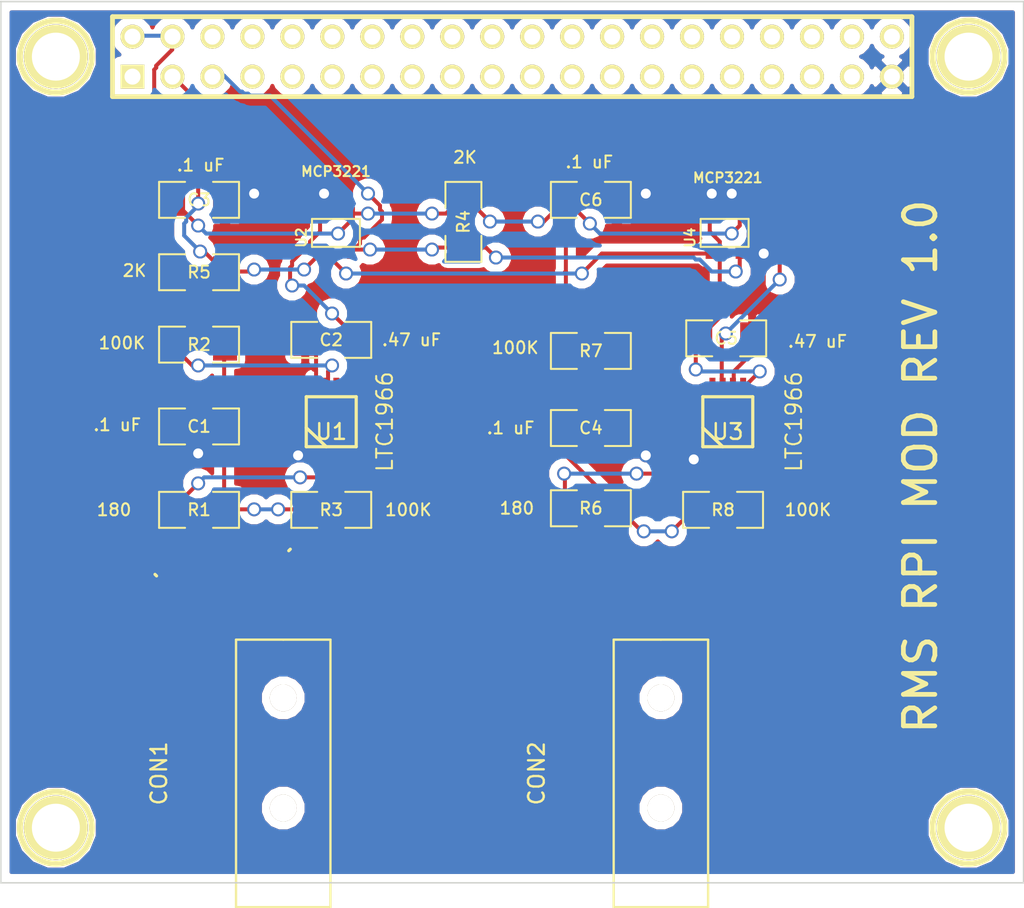
<source format=kicad_pcb>
(kicad_pcb (version 4) (host pcbnew 4.0.7)

  (general
    (links 53)
    (no_connects 0)
    (area 128.249999 99.3518 193.350001 158.525001)
    (thickness 1.6)
    (drawings 7)
    (tracks 390)
    (zones 0)
    (modules 25)
    (nets 11)
  )

  (page A3)
  (layers
    (0 F.Cu signal)
    (31 B.Cu signal)
    (32 B.Adhes user)
    (33 F.Adhes user)
    (34 B.Paste user)
    (35 F.Paste user)
    (36 B.SilkS user)
    (37 F.SilkS user)
    (38 B.Mask user)
    (39 F.Mask user)
    (40 Dwgs.User user)
    (41 Cmts.User user)
    (42 Eco1.User user)
    (43 Eco2.User user)
    (44 Edge.Cuts user)
  )

  (setup
    (last_trace_width 0.254)
    (trace_clearance 0.2)
    (zone_clearance 0.508)
    (zone_45_only no)
    (trace_min 0.254)
    (segment_width 0.2)
    (edge_width 0.1)
    (via_size 0.889)
    (via_drill 0.635)
    (via_min_size 0.889)
    (via_min_drill 0.508)
    (uvia_size 0.508)
    (uvia_drill 0.127)
    (uvias_allowed no)
    (uvia_min_size 0.508)
    (uvia_min_drill 0.127)
    (pcb_text_width 0.3)
    (pcb_text_size 1.5 1.5)
    (mod_edge_width 0.15)
    (mod_text_size 1 1)
    (mod_text_width 0.15)
    (pad_size 1.7 1.7)
    (pad_drill 1.7)
    (pad_to_mask_clearance 0)
    (aux_axis_origin 0 0)
    (visible_elements FFFFFFBF)
    (pcbplotparams
      (layerselection 0x00038_80000001)
      (usegerberextensions true)
      (excludeedgelayer true)
      (linewidth 0.150000)
      (plotframeref false)
      (viasonmask false)
      (mode 1)
      (useauxorigin false)
      (hpglpennumber 1)
      (hpglpenspeed 20)
      (hpglpendiameter 15)
      (hpglpenoverlay 2)
      (psnegative false)
      (psa4output false)
      (plotreference true)
      (plotvalue true)
      (plotinvisibletext false)
      (padsonsilk false)
      (subtractmaskfromsilk false)
      (outputformat 1)
      (mirror false)
      (drillshape 0)
      (scaleselection 1)
      (outputdirectory /net/eMaster/schematics/))
  )

  (net 0 "")
  (net 1 +5V)
  (net 2 GND)
  (net 3 N-0000010)
  (net 4 N-0000011)
  (net 5 N-000002)
  (net 6 N-0000020)
  (net 7 N-0000022)
  (net 8 N-000003)
  (net 9 N-000004)
  (net 10 N-000005)

  (net_class Default "This is the default net class."
    (clearance 0.2)
    (trace_width 0.254)
    (via_dia 0.889)
    (via_drill 0.635)
    (uvia_dia 0.508)
    (uvia_drill 0.127)
    (add_net +5V)
    (add_net GND)
    (add_net N-0000010)
    (add_net N-0000011)
    (add_net N-000002)
    (add_net N-0000020)
    (add_net N-0000022)
    (add_net N-000003)
    (add_net N-000004)
    (add_net N-000005)
  )

  (module PIN_ARRAY_20X2 (layer F.Cu) (tedit 5AAD89A8) (tstamp 5A6147CA)
    (at 160.8 104.2)
    (descr "Double rangee de contacts 2 x 12 pins")
    (tags CONN)
    (path /5A61411D)
    (fp_text reference RPi1 (at 0 -3.81) (layer F.SilkS) hide
      (effects (font (size 1.016 1.016) (thickness 0.254)))
    )
    (fp_text value RASPBERRY_PI_B+ (at 0 3.81) (layer F.SilkS) hide
      (effects (font (size 1.016 1.016) (thickness 0.2032)))
    )
    (fp_line (start 25.4 2.54) (end -25.4 2.54) (layer F.SilkS) (width 0.3048))
    (fp_line (start 25.4 -2.54) (end -25.4 -2.54) (layer F.SilkS) (width 0.3048))
    (fp_line (start 25.4 -2.54) (end 25.4 2.54) (layer F.SilkS) (width 0.3048))
    (fp_line (start -25.4 -2.54) (end -25.4 2.54) (layer F.SilkS) (width 0.3048))
    (pad 1 thru_hole rect (at -24.13 1.27) (size 1.524 1.524) (drill 1.016) (layers *.Cu *.Mask F.SilkS))
    (pad 2 thru_hole circle (at -24.13 -1.27) (size 1.524 1.524) (drill 1.016) (layers *.Cu *.Mask F.SilkS)
      (net 1 +5V))
    (pad 11 thru_hole circle (at -11.43 1.27) (size 1.524 1.524) (drill 1.016) (layers *.Cu *.Mask F.SilkS))
    (pad 4 thru_hole circle (at -21.59 -1.27) (size 1.524 1.524) (drill 1.016) (layers *.Cu *.Mask F.SilkS)
      (net 1 +5V))
    (pad 13 thru_hole circle (at -8.89 1.27) (size 1.524 1.524) (drill 1.016) (layers *.Cu *.Mask F.SilkS))
    (pad 6 thru_hole circle (at -19.05 -1.27) (size 1.524 1.524) (drill 1.016) (layers *.Cu *.Mask F.SilkS))
    (pad 15 thru_hole circle (at -6.35 1.27) (size 1.524 1.524) (drill 1.016) (layers *.Cu *.Mask F.SilkS))
    (pad 8 thru_hole circle (at -16.51 -1.27) (size 1.524 1.524) (drill 1.016) (layers *.Cu *.Mask F.SilkS))
    (pad 17 thru_hole circle (at -3.81 1.27) (size 1.524 1.524) (drill 1.016) (layers *.Cu *.Mask F.SilkS))
    (pad 10 thru_hole circle (at -13.97 -1.27) (size 1.524 1.524) (drill 1.016) (layers *.Cu *.Mask F.SilkS))
    (pad 19 thru_hole circle (at -1.27 1.27) (size 1.524 1.524) (drill 1.016) (layers *.Cu *.Mask F.SilkS))
    (pad 12 thru_hole circle (at -11.43 -1.27) (size 1.524 1.524) (drill 1.016) (layers *.Cu *.Mask F.SilkS))
    (pad 21 thru_hole circle (at 1.27 1.27) (size 1.524 1.524) (drill 1.016) (layers *.Cu *.Mask F.SilkS))
    (pad 14 thru_hole circle (at -8.89 -1.27) (size 1.524 1.524) (drill 1.016) (layers *.Cu *.Mask F.SilkS))
    (pad 23 thru_hole circle (at 3.81 1.27) (size 1.524 1.524) (drill 1.016) (layers *.Cu *.Mask F.SilkS))
    (pad 16 thru_hole circle (at -6.35 -1.27) (size 1.524 1.524) (drill 1.016) (layers *.Cu *.Mask F.SilkS))
    (pad 25 thru_hole circle (at 6.35 1.27) (size 1.524 1.524) (drill 1.016) (layers *.Cu *.Mask F.SilkS))
    (pad 18 thru_hole circle (at -3.81 -1.27) (size 1.524 1.524) (drill 1.016) (layers *.Cu *.Mask F.SilkS))
    (pad 27 thru_hole circle (at 8.89 1.27) (size 1.524 1.524) (drill 1.016) (layers *.Cu *.Mask F.SilkS))
    (pad 20 thru_hole circle (at -1.27 -1.27) (size 1.524 1.524) (drill 1.016) (layers *.Cu *.Mask F.SilkS))
    (pad 29 thru_hole circle (at 11.43 1.27) (size 1.524 1.524) (drill 1.016) (layers *.Cu *.Mask F.SilkS))
    (pad 22 thru_hole circle (at 1.27 -1.27) (size 1.524 1.524) (drill 1.016) (layers *.Cu *.Mask F.SilkS))
    (pad 31 thru_hole circle (at 13.97 1.27) (size 1.524 1.524) (drill 1.016) (layers *.Cu *.Mask F.SilkS))
    (pad 24 thru_hole circle (at 3.81 -1.27) (size 1.524 1.524) (drill 1.016) (layers *.Cu *.Mask F.SilkS))
    (pad 26 thru_hole circle (at 6.35 -1.27) (size 1.524 1.524) (drill 1.016) (layers *.Cu *.Mask F.SilkS))
    (pad 33 thru_hole circle (at 16.51 1.27) (size 1.524 1.524) (drill 1.016) (layers *.Cu *.Mask F.SilkS))
    (pad 28 thru_hole circle (at 8.89 -1.27) (size 1.524 1.524) (drill 1.016) (layers *.Cu *.Mask F.SilkS))
    (pad 32 thru_hole circle (at 13.97 -1.27) (size 1.524 1.524) (drill 1.016) (layers *.Cu *.Mask F.SilkS))
    (pad 34 thru_hole circle (at 16.51 -1.27) (size 1.524 1.524) (drill 1.016) (layers *.Cu *.Mask F.SilkS))
    (pad 36 thru_hole circle (at 19.05 -1.27) (size 1.524 1.524) (drill 1.016) (layers *.Cu *.Mask F.SilkS))
    (pad 38 thru_hole circle (at 21.59 -1.27) (size 1.524 1.524) (drill 1.016) (layers *.Cu *.Mask F.SilkS))
    (pad 35 thru_hole circle (at 19.05 1.27) (size 1.524 1.524) (drill 1.016) (layers *.Cu *.Mask F.SilkS))
    (pad 37 thru_hole circle (at 21.59 1.27) (size 1.524 1.524) (drill 1.016) (layers *.Cu *.Mask F.SilkS))
    (pad 3 thru_hole circle (at -21.59 1.27) (size 1.524 1.524) (drill 1.016) (layers *.Cu *.Mask F.SilkS)
      (net 4 N-0000011))
    (pad 5 thru_hole circle (at -19.05 1.27) (size 1.524 1.524) (drill 1.016) (layers *.Cu *.Mask F.SilkS)
      (net 3 N-0000010))
    (pad 7 thru_hole circle (at -16.51 1.27) (size 1.524 1.524) (drill 1.016) (layers *.Cu *.Mask F.SilkS))
    (pad 9 thru_hole circle (at -13.97 1.27) (size 1.524 1.524) (drill 1.016) (layers *.Cu *.Mask F.SilkS))
    (pad 39 thru_hole circle (at 24.13 1.27) (size 1.524 1.524) (drill 1.016) (layers *.Cu *.Mask F.SilkS)
      (net 2 GND))
    (pad 40 thru_hole circle (at 24.13 -1.27) (size 1.524 1.524) (drill 1.016) (layers *.Cu *.Mask F.SilkS))
    (pad 30 thru_hole circle (at 11.43 -1.27) (size 1.524 1.524) (drill 1.016) (layers *.Cu *.Mask F.SilkS))
    (model /hotlz/rpi/schematics/kicad-library-master/modules/packages3d/Socket_Strips/Socket_Strip_Straight_2x20.wrl
      (at (xyz 0 0 -0.05))
      (scale (xyz 1 1 1))
      (rotate (xyz 180 0 0))
    )
  )

  (module 1pin (layer F.Cu) (tedit 59F6455D) (tstamp 5A614799)
    (at 189.8 104.2)
    (descr "module 1 pin (ou trou mecanique de percage)")
    (tags DEV)
    (fp_text reference 1PIN (at 0 -3.048) (layer F.SilkS) hide
      (effects (font (size 1.016 1.016) (thickness 0.254)))
    )
    (fp_text value P*** (at 0 2.794) (layer F.SilkS) hide
      (effects (font (size 1.016 1.016) (thickness 0.3048)))
    )
    (fp_circle (center 0 0) (end 0 -2.286) (layer F.SilkS) (width 0.381))
    (pad 1 thru_hole circle (at 0 0) (size 4.064 4.064) (drill 3.048) (layers *.Cu *.Mask F.SilkS))
  )

  (module 1pin (layer F.Cu) (tedit 59F64568) (tstamp 5A614792)
    (at 131.8 104.2)
    (descr "module 1 pin (ou trou mecanique de percage)")
    (tags DEV)
    (fp_text reference 1PIN (at 0 -3.048) (layer F.SilkS) hide
      (effects (font (size 1.016 1.016) (thickness 0.254)))
    )
    (fp_text value P*** (at 0 2.794) (layer F.SilkS) hide
      (effects (font (size 1.016 1.016) (thickness 0.3048)))
    )
    (fp_circle (center 0 0) (end 0 -2.286) (layer F.SilkS) (width 0.381))
    (pad 1 thru_hole circle (at 0 0) (size 4.064 4.064) (drill 3.048) (layers *.Cu *.Mask F.SilkS))
  )

  (module 1pin (layer F.Cu) (tedit 59F6457D) (tstamp 5A61478B)
    (at 189.8 153.2)
    (descr "module 1 pin (ou trou mecanique de percage)")
    (tags DEV)
    (fp_text reference 1PIN (at 0 -3.048) (layer F.SilkS) hide
      (effects (font (size 1.016 1.016) (thickness 0.254)))
    )
    (fp_text value P*** (at 0 2.794) (layer F.SilkS) hide
      (effects (font (size 1.016 1.016) (thickness 0.3048)))
    )
    (fp_circle (center 0 0) (end 0 -2.286) (layer F.SilkS) (width 0.381))
    (pad 1 thru_hole circle (at 0 0) (size 4.064 4.064) (drill 3.048) (layers *.Cu *.Mask F.SilkS))
  )

  (module 1pin (layer F.Cu) (tedit 5AAD8979) (tstamp 5A614784)
    (at 131.8 153.2)
    (descr "module 1 pin (ou trou mecanique de percage)")
    (tags DEV)
    (fp_text reference 1PIN (at 0 -3.048) (layer F.SilkS) hide
      (effects (font (size 1.016 1.016) (thickness 0.254)))
    )
    (fp_text value P*** (at 0 2.794) (layer F.SilkS) hide
      (effects (font (size 1.016 1.016) (thickness 0.3048)))
    )
    (fp_circle (center 0 0) (end 0 -2.286) (layer F.SilkS) (width 0.381))
    (pad 1 thru_hole circle (at 0 0) (size 4.064 4.064) (drill 3.048) (layers *.Cu *.Mask F.SilkS))
  )

  (module SOT23-5 (layer F.Cu) (tedit 5A62C5F3) (tstamp 5A614703)
    (at 149.6 115.4 180)
    (path /570134F9)
    (attr smd)
    (fp_text reference U2 (at 2.19964 -0.29972 270) (layer F.SilkS)
      (effects (font (size 0.635 0.635) (thickness 0.127)))
    )
    (fp_text value MCP3221 (at 0 3.9 180) (layer F.SilkS)
      (effects (font (size 0.635 0.635) (thickness 0.127)))
    )
    (fp_line (start 1.524 -0.889) (end 1.524 0.889) (layer F.SilkS) (width 0.127))
    (fp_line (start 1.524 0.889) (end -1.524 0.889) (layer F.SilkS) (width 0.127))
    (fp_line (start -1.524 0.889) (end -1.524 -0.889) (layer F.SilkS) (width 0.127))
    (fp_line (start -1.524 -0.889) (end 1.524 -0.889) (layer F.SilkS) (width 0.127))
    (pad 1 smd rect (at -0.9525 1.27 180) (size 0.508 0.762) (layers F.Cu F.Paste F.Mask)
      (net 1 +5V))
    (pad 3 smd rect (at 0.9525 1.27 180) (size 0.508 0.762) (layers F.Cu F.Paste F.Mask)
      (net 9 N-000004))
    (pad 5 smd rect (at -0.9525 -1.27 180) (size 0.508 0.762) (layers F.Cu F.Paste F.Mask)
      (net 3 N-0000010))
    (pad 2 smd rect (at 0 1.27 180) (size 0.508 0.762) (layers F.Cu F.Paste F.Mask)
      (net 2 GND))
    (pad 4 smd rect (at 0.9525 -1.27 180) (size 0.508 0.762) (layers F.Cu F.Paste F.Mask)
      (net 4 N-0000011))
    (model smd/SOT23_5.wrl
      (at (xyz 0 0 0))
      (scale (xyz 0.1 0.1 0.1))
      (rotate (xyz 0 0 0))
    )
  )

  (module SM1206 (layer F.Cu) (tedit 5A62C6C0) (tstamp 5A61476B)
    (at 140.9 133)
    (path /56FD4B89)
    (attr smd)
    (fp_text reference R1 (at 0 0) (layer F.SilkS)
      (effects (font (size 0.762 0.762) (thickness 0.127)))
    )
    (fp_text value 180 (at -5.4 0) (layer F.SilkS)
      (effects (font (size 0.762 0.762) (thickness 0.127)))
    )
    (fp_line (start -2.54 -1.143) (end -2.54 1.143) (layer F.SilkS) (width 0.127))
    (fp_line (start -2.54 1.143) (end -0.889 1.143) (layer F.SilkS) (width 0.127))
    (fp_line (start 0.889 -1.143) (end 2.54 -1.143) (layer F.SilkS) (width 0.127))
    (fp_line (start 2.54 -1.143) (end 2.54 1.143) (layer F.SilkS) (width 0.127))
    (fp_line (start 2.54 1.143) (end 0.889 1.143) (layer F.SilkS) (width 0.127))
    (fp_line (start -0.889 -1.143) (end -2.54 -1.143) (layer F.SilkS) (width 0.127))
    (pad 1 smd rect (at -1.651 0) (size 1.524 2.032) (layers F.Cu F.Paste F.Mask)
      (net 7 N-0000022))
    (pad 2 smd rect (at 1.651 0) (size 1.524 2.032) (layers F.Cu F.Paste F.Mask)
      (net 6 N-0000020))
    (model smd/chip_cms.wrl
      (at (xyz 0 0 0))
      (scale (xyz 0.17 0.16 0.16))
      (rotate (xyz 0 0 0))
    )
  )

  (module SM1206 (layer F.Cu) (tedit 5A62C695) (tstamp 5A61475E)
    (at 149.3 122.2 180)
    (path /56FD4B8F)
    (attr smd)
    (fp_text reference C2 (at 0 0 180) (layer F.SilkS)
      (effects (font (size 0.762 0.762) (thickness 0.127)))
    )
    (fp_text value ".47 uF" (at -5.1 0 180) (layer F.SilkS)
      (effects (font (size 0.762 0.762) (thickness 0.127)))
    )
    (fp_line (start -2.54 -1.143) (end -2.54 1.143) (layer F.SilkS) (width 0.127))
    (fp_line (start -2.54 1.143) (end -0.889 1.143) (layer F.SilkS) (width 0.127))
    (fp_line (start 0.889 -1.143) (end 2.54 -1.143) (layer F.SilkS) (width 0.127))
    (fp_line (start 2.54 -1.143) (end 2.54 1.143) (layer F.SilkS) (width 0.127))
    (fp_line (start 2.54 1.143) (end 0.889 1.143) (layer F.SilkS) (width 0.127))
    (fp_line (start -0.889 -1.143) (end -2.54 -1.143) (layer F.SilkS) (width 0.127))
    (pad 1 smd rect (at -1.651 0 180) (size 1.524 2.032) (layers F.Cu F.Paste F.Mask)
      (net 9 N-000004))
    (pad 2 smd rect (at 1.651 0 180) (size 1.524 2.032) (layers F.Cu F.Paste F.Mask)
      (net 2 GND))
    (model smd/chip_cms.wrl
      (at (xyz 0 0 0))
      (scale (xyz 0.17 0.16 0.16))
      (rotate (xyz 0 0 0))
    )
  )

  (module SM1206 (layer F.Cu) (tedit 5A62C65E) (tstamp 5A614751)
    (at 140.9 122.5)
    (path /56FD4B95)
    (attr smd)
    (fp_text reference R2 (at 0 0) (layer F.SilkS)
      (effects (font (size 0.762 0.762) (thickness 0.127)))
    )
    (fp_text value 100K (at -4.9 -0.1) (layer F.SilkS)
      (effects (font (size 0.762 0.762) (thickness 0.127)))
    )
    (fp_line (start -2.54 -1.143) (end -2.54 1.143) (layer F.SilkS) (width 0.127))
    (fp_line (start -2.54 1.143) (end -0.889 1.143) (layer F.SilkS) (width 0.127))
    (fp_line (start 0.889 -1.143) (end 2.54 -1.143) (layer F.SilkS) (width 0.127))
    (fp_line (start 2.54 -1.143) (end 2.54 1.143) (layer F.SilkS) (width 0.127))
    (fp_line (start 2.54 1.143) (end 0.889 1.143) (layer F.SilkS) (width 0.127))
    (fp_line (start -0.889 -1.143) (end -2.54 -1.143) (layer F.SilkS) (width 0.127))
    (pad 1 smd rect (at -1.651 0) (size 1.524 2.032) (layers F.Cu F.Paste F.Mask)
      (net 1 +5V))
    (pad 2 smd rect (at 1.651 0) (size 1.524 2.032) (layers F.Cu F.Paste F.Mask)
      (net 6 N-0000020))
    (model smd/chip_cms.wrl
      (at (xyz 0 0 0))
      (scale (xyz 0.17 0.16 0.16))
      (rotate (xyz 0 0 0))
    )
  )

  (module SM1206 (layer F.Cu) (tedit 5A62C6D8) (tstamp 5A614744)
    (at 149.3 133)
    (path /56FD4B9B)
    (attr smd)
    (fp_text reference R3 (at 0 0) (layer F.SilkS)
      (effects (font (size 0.762 0.762) (thickness 0.127)))
    )
    (fp_text value 100K (at 4.9 0) (layer F.SilkS)
      (effects (font (size 0.762 0.762) (thickness 0.127)))
    )
    (fp_line (start -2.54 -1.143) (end -2.54 1.143) (layer F.SilkS) (width 0.127))
    (fp_line (start -2.54 1.143) (end -0.889 1.143) (layer F.SilkS) (width 0.127))
    (fp_line (start 0.889 -1.143) (end 2.54 -1.143) (layer F.SilkS) (width 0.127))
    (fp_line (start 2.54 -1.143) (end 2.54 1.143) (layer F.SilkS) (width 0.127))
    (fp_line (start 2.54 1.143) (end 0.889 1.143) (layer F.SilkS) (width 0.127))
    (fp_line (start -0.889 -1.143) (end -2.54 -1.143) (layer F.SilkS) (width 0.127))
    (pad 1 smd rect (at -1.651 0) (size 1.524 2.032) (layers F.Cu F.Paste F.Mask)
      (net 6 N-0000020))
    (pad 2 smd rect (at 1.651 0) (size 1.524 2.032) (layers F.Cu F.Paste F.Mask)
      (net 2 GND))
    (model smd/chip_cms.wrl
      (at (xyz 0 0 0))
      (scale (xyz 0.17 0.16 0.16))
      (rotate (xyz 0 0 0))
    )
  )

  (module SM1206 (layer F.Cu) (tedit 5A62C67C) (tstamp 5A614737)
    (at 140.9 127.7 180)
    (path /56FD4BA1)
    (attr smd)
    (fp_text reference C1 (at 0 0 180) (layer F.SilkS)
      (effects (font (size 0.762 0.762) (thickness 0.127)))
    )
    (fp_text value ".1 uF" (at 5.2 0.1 180) (layer F.SilkS)
      (effects (font (size 0.762 0.762) (thickness 0.127)))
    )
    (fp_line (start -2.54 -1.143) (end -2.54 1.143) (layer F.SilkS) (width 0.127))
    (fp_line (start -2.54 1.143) (end -0.889 1.143) (layer F.SilkS) (width 0.127))
    (fp_line (start 0.889 -1.143) (end 2.54 -1.143) (layer F.SilkS) (width 0.127))
    (fp_line (start 2.54 -1.143) (end 2.54 1.143) (layer F.SilkS) (width 0.127))
    (fp_line (start 2.54 1.143) (end 0.889 1.143) (layer F.SilkS) (width 0.127))
    (fp_line (start -0.889 -1.143) (end -2.54 -1.143) (layer F.SilkS) (width 0.127))
    (pad 1 smd rect (at -1.651 0 180) (size 1.524 2.032) (layers F.Cu F.Paste F.Mask)
      (net 6 N-0000020))
    (pad 2 smd rect (at 1.651 0 180) (size 1.524 2.032) (layers F.Cu F.Paste F.Mask)
      (net 2 GND))
    (model smd/chip_cms.wrl
      (at (xyz 0 0 0))
      (scale (xyz 0.17 0.16 0.16))
      (rotate (xyz 0 0 0))
    )
  )

  (module SM1206 (layer F.Cu) (tedit 5A62C712) (tstamp 5A61472A)
    (at 157.7 114.7 270)
    (path /570134FF)
    (attr smd)
    (fp_text reference R4 (at 0 0 270) (layer F.SilkS)
      (effects (font (size 0.762 0.762) (thickness 0.127)))
    )
    (fp_text value 2K (at -4.1 -0.1 360) (layer F.SilkS)
      (effects (font (size 0.762 0.762) (thickness 0.127)))
    )
    (fp_line (start -2.54 -1.143) (end -2.54 1.143) (layer F.SilkS) (width 0.127))
    (fp_line (start -2.54 1.143) (end -0.889 1.143) (layer F.SilkS) (width 0.127))
    (fp_line (start 0.889 -1.143) (end 2.54 -1.143) (layer F.SilkS) (width 0.127))
    (fp_line (start 2.54 -1.143) (end 2.54 1.143) (layer F.SilkS) (width 0.127))
    (fp_line (start 2.54 1.143) (end 0.889 1.143) (layer F.SilkS) (width 0.127))
    (fp_line (start -0.889 -1.143) (end -2.54 -1.143) (layer F.SilkS) (width 0.127))
    (pad 1 smd rect (at -1.651 0 270) (size 1.524 2.032) (layers F.Cu F.Paste F.Mask)
      (net 1 +5V))
    (pad 2 smd rect (at 1.651 0 270) (size 1.524 2.032) (layers F.Cu F.Paste F.Mask)
      (net 3 N-0000010))
    (model smd/chip_cms.wrl
      (at (xyz 0 0 0))
      (scale (xyz 0.17 0.16 0.16))
      (rotate (xyz 0 0 0))
    )
  )

  (module SM1206 (layer F.Cu) (tedit 5A62C63C) (tstamp 5A61471D)
    (at 140.9 117.9)
    (path /57013505)
    (attr smd)
    (fp_text reference R5 (at 0 0) (layer F.SilkS)
      (effects (font (size 0.762 0.762) (thickness 0.127)))
    )
    (fp_text value 2K (at -4.1 -0.1) (layer F.SilkS)
      (effects (font (size 0.762 0.762) (thickness 0.127)))
    )
    (fp_line (start -2.54 -1.143) (end -2.54 1.143) (layer F.SilkS) (width 0.127))
    (fp_line (start -2.54 1.143) (end -0.889 1.143) (layer F.SilkS) (width 0.127))
    (fp_line (start 0.889 -1.143) (end 2.54 -1.143) (layer F.SilkS) (width 0.127))
    (fp_line (start 2.54 -1.143) (end 2.54 1.143) (layer F.SilkS) (width 0.127))
    (fp_line (start 2.54 1.143) (end 0.889 1.143) (layer F.SilkS) (width 0.127))
    (fp_line (start -0.889 -1.143) (end -2.54 -1.143) (layer F.SilkS) (width 0.127))
    (pad 1 smd rect (at -1.651 0) (size 1.524 2.032) (layers F.Cu F.Paste F.Mask)
      (net 1 +5V))
    (pad 2 smd rect (at 1.651 0) (size 1.524 2.032) (layers F.Cu F.Paste F.Mask)
      (net 4 N-0000011))
    (model smd/chip_cms.wrl
      (at (xyz 0 0 0))
      (scale (xyz 0.17 0.16 0.16))
      (rotate (xyz 0 0 0))
    )
  )

  (module SM1206 (layer F.Cu) (tedit 5A62C61D) (tstamp 5A614710)
    (at 140.9 113.3)
    (path /57013511)
    (attr smd)
    (fp_text reference C3 (at 0 0) (layer F.SilkS)
      (effects (font (size 0.762 0.762) (thickness 0.127)))
    )
    (fp_text value ".1 uF" (at 0.1 -2.2) (layer F.SilkS)
      (effects (font (size 0.762 0.762) (thickness 0.127)))
    )
    (fp_line (start -2.54 -1.143) (end -2.54 1.143) (layer F.SilkS) (width 0.127))
    (fp_line (start -2.54 1.143) (end -0.889 1.143) (layer F.SilkS) (width 0.127))
    (fp_line (start 0.889 -1.143) (end 2.54 -1.143) (layer F.SilkS) (width 0.127))
    (fp_line (start 2.54 -1.143) (end 2.54 1.143) (layer F.SilkS) (width 0.127))
    (fp_line (start 2.54 1.143) (end 0.889 1.143) (layer F.SilkS) (width 0.127))
    (fp_line (start -0.889 -1.143) (end -2.54 -1.143) (layer F.SilkS) (width 0.127))
    (pad 1 smd rect (at -1.651 0) (size 1.524 2.032) (layers F.Cu F.Paste F.Mask)
      (net 1 +5V))
    (pad 2 smd rect (at 1.651 0) (size 1.524 2.032) (layers F.Cu F.Paste F.Mask)
      (net 2 GND))
    (model smd/chip_cms.wrl
      (at (xyz 0 0 0))
      (scale (xyz 0.17 0.16 0.16))
      (rotate (xyz 0 0 0))
    )
  )

  (module MSOP_8 (layer F.Cu) (tedit 5A62C5C0) (tstamp 5A61477D)
    (at 149.3 127.4)
    (path /56FD4BB9)
    (fp_text reference U1 (at 0 0.635) (layer F.SilkS)
      (effects (font (size 1.00076 1.00076) (thickness 0.1524)))
    )
    (fp_text value LTC1966 (at 3.4 0 90) (layer F.SilkS)
      (effects (font (size 1.00076 1.00076) (thickness 0.127)))
    )
    (fp_line (start -0.3175 1.5875) (end -1.5875 0.381) (layer F.SilkS) (width 0.2032))
    (fp_line (start -1.5875 1.5875) (end 1.5875 1.5875) (layer F.SilkS) (width 0.2032))
    (fp_line (start 1.5875 1.5875) (end 1.5875 -1.5875) (layer F.SilkS) (width 0.2032))
    (fp_line (start 1.5875 -1.5875) (end -1.5875 -1.5875) (layer F.SilkS) (width 0.2032))
    (fp_line (start -1.5875 -1.5875) (end -1.5875 1.5875) (layer F.SilkS) (width 0.2032))
    (pad 1 smd rect (at -0.97536 2.159) (size 0.381 1.27) (layers F.Cu F.Paste F.Mask)
      (net 2 GND))
    (pad 2 smd rect (at -0.32512 2.159) (size 0.381 1.27) (layers F.Cu F.Paste F.Mask)
      (net 7 N-0000022))
    (pad 3 smd rect (at 0.32512 2.159) (size 0.381 1.27) (layers F.Cu F.Paste F.Mask)
      (net 6 N-0000020))
    (pad 4 smd rect (at 0.97536 2.159) (size 0.381 1.27) (layers F.Cu F.Paste F.Mask)
      (net 2 GND))
    (pad 5 smd rect (at 0.97536 -2.159) (size 0.381 1.27) (layers F.Cu F.Paste F.Mask)
      (net 9 N-000004))
    (pad 6 smd rect (at 0.32512 -2.159) (size 0.381 1.27) (layers F.Cu F.Paste F.Mask)
      (net 2 GND))
    (pad 7 smd rect (at -0.32512 -2.159) (size 0.381 1.27) (layers F.Cu F.Paste F.Mask)
      (net 1 +5V))
    (pad 8 smd rect (at -0.97536 -2.159) (size 0.381 1.27) (layers F.Cu F.Paste F.Mask)
      (net 2 GND))
    (model smd/MSOP_8.wrl
      (at (xyz 0 0 0.001))
      (scale (xyz 0.3937 0.3937 0.3937))
      (rotate (xyz 0 0 0))
    )
  )

  (module SOT23-5 (layer F.Cu) (tedit 5A62C5E6) (tstamp 5A62B5ED)
    (at 174.3 115.4 180)
    (path /5A62A080)
    (attr smd)
    (fp_text reference U4 (at 2.19964 -0.29972 270) (layer F.SilkS)
      (effects (font (size 0.635 0.635) (thickness 0.127)))
    )
    (fp_text value MCP3221 (at -0.2 3.5 180) (layer F.SilkS)
      (effects (font (size 0.635 0.635) (thickness 0.127)))
    )
    (fp_line (start 1.524 -0.889) (end 1.524 0.889) (layer F.SilkS) (width 0.127))
    (fp_line (start 1.524 0.889) (end -1.524 0.889) (layer F.SilkS) (width 0.127))
    (fp_line (start -1.524 0.889) (end -1.524 -0.889) (layer F.SilkS) (width 0.127))
    (fp_line (start -1.524 -0.889) (end 1.524 -0.889) (layer F.SilkS) (width 0.127))
    (pad 1 smd rect (at -0.9525 1.27 180) (size 0.508 0.762) (layers F.Cu F.Paste F.Mask)
      (net 1 +5V))
    (pad 3 smd rect (at 0.9525 1.27 180) (size 0.508 0.762) (layers F.Cu F.Paste F.Mask)
      (net 8 N-000003))
    (pad 5 smd rect (at -0.9525 -1.27 180) (size 0.508 0.762) (layers F.Cu F.Paste F.Mask)
      (net 3 N-0000010))
    (pad 2 smd rect (at 0 1.27 180) (size 0.508 0.762) (layers F.Cu F.Paste F.Mask)
      (net 2 GND))
    (pad 4 smd rect (at 0.9525 -1.27 180) (size 0.508 0.762) (layers F.Cu F.Paste F.Mask)
      (net 4 N-0000011))
    (model smd/SOT23_5.wrl
      (at (xyz 0 0 0))
      (scale (xyz 0.1 0.1 0.1))
      (rotate (xyz 0 0 0))
    )
  )

  (module SM1206 (layer F.Cu) (tedit 5A62C991) (tstamp 5A62B5F9)
    (at 165.8 132.9)
    (path /5A62A04A)
    (attr smd)
    (fp_text reference R6 (at 0 0) (layer F.SilkS)
      (effects (font (size 0.762 0.762) (thickness 0.127)))
    )
    (fp_text value 180 (at -4.7 0) (layer F.SilkS)
      (effects (font (size 0.762 0.762) (thickness 0.127)))
    )
    (fp_line (start -2.54 -1.143) (end -2.54 1.143) (layer F.SilkS) (width 0.127))
    (fp_line (start -2.54 1.143) (end -0.889 1.143) (layer F.SilkS) (width 0.127))
    (fp_line (start 0.889 -1.143) (end 2.54 -1.143) (layer F.SilkS) (width 0.127))
    (fp_line (start 2.54 -1.143) (end 2.54 1.143) (layer F.SilkS) (width 0.127))
    (fp_line (start 2.54 1.143) (end 0.889 1.143) (layer F.SilkS) (width 0.127))
    (fp_line (start -0.889 -1.143) (end -2.54 -1.143) (layer F.SilkS) (width 0.127))
    (pad 1 smd rect (at -1.651 0) (size 1.524 2.032) (layers F.Cu F.Paste F.Mask)
      (net 10 N-000005))
    (pad 2 smd rect (at 1.651 0) (size 1.524 2.032) (layers F.Cu F.Paste F.Mask)
      (net 5 N-000002))
    (model smd/chip_cms.wrl
      (at (xyz 0 0 0))
      (scale (xyz 0.17 0.16 0.16))
      (rotate (xyz 0 0 0))
    )
  )

  (module SM1206 (layer F.Cu) (tedit 5A62C961) (tstamp 5A62B605)
    (at 174.4 122.1)
    (path /5A62A050)
    (attr smd)
    (fp_text reference C5 (at 0 0) (layer F.SilkS)
      (effects (font (size 0.762 0.762) (thickness 0.127)))
    )
    (fp_text value ".47 uF" (at 5.8 0.2) (layer F.SilkS)
      (effects (font (size 0.762 0.762) (thickness 0.127)))
    )
    (fp_line (start -2.54 -1.143) (end -2.54 1.143) (layer F.SilkS) (width 0.127))
    (fp_line (start -2.54 1.143) (end -0.889 1.143) (layer F.SilkS) (width 0.127))
    (fp_line (start 0.889 -1.143) (end 2.54 -1.143) (layer F.SilkS) (width 0.127))
    (fp_line (start 2.54 -1.143) (end 2.54 1.143) (layer F.SilkS) (width 0.127))
    (fp_line (start 2.54 1.143) (end 0.889 1.143) (layer F.SilkS) (width 0.127))
    (fp_line (start -0.889 -1.143) (end -2.54 -1.143) (layer F.SilkS) (width 0.127))
    (pad 1 smd rect (at -1.651 0) (size 1.524 2.032) (layers F.Cu F.Paste F.Mask)
      (net 8 N-000003))
    (pad 2 smd rect (at 1.651 0) (size 1.524 2.032) (layers F.Cu F.Paste F.Mask)
      (net 2 GND))
    (model smd/chip_cms.wrl
      (at (xyz 0 0 0))
      (scale (xyz 0.17 0.16 0.16))
      (rotate (xyz 0 0 0))
    )
  )

  (module SM1206 (layer F.Cu) (tedit 5A62C940) (tstamp 5A62B611)
    (at 165.8 122.9)
    (path /5A62A056)
    (attr smd)
    (fp_text reference R7 (at 0 0) (layer F.SilkS)
      (effects (font (size 0.762 0.762) (thickness 0.127)))
    )
    (fp_text value 100K (at -4.8 -0.2) (layer F.SilkS)
      (effects (font (size 0.762 0.762) (thickness 0.127)))
    )
    (fp_line (start -2.54 -1.143) (end -2.54 1.143) (layer F.SilkS) (width 0.127))
    (fp_line (start -2.54 1.143) (end -0.889 1.143) (layer F.SilkS) (width 0.127))
    (fp_line (start 0.889 -1.143) (end 2.54 -1.143) (layer F.SilkS) (width 0.127))
    (fp_line (start 2.54 -1.143) (end 2.54 1.143) (layer F.SilkS) (width 0.127))
    (fp_line (start 2.54 1.143) (end 0.889 1.143) (layer F.SilkS) (width 0.127))
    (fp_line (start -0.889 -1.143) (end -2.54 -1.143) (layer F.SilkS) (width 0.127))
    (pad 1 smd rect (at -1.651 0) (size 1.524 2.032) (layers F.Cu F.Paste F.Mask)
      (net 1 +5V))
    (pad 2 smd rect (at 1.651 0) (size 1.524 2.032) (layers F.Cu F.Paste F.Mask)
      (net 5 N-000002))
    (model smd/chip_cms.wrl
      (at (xyz 0 0 0))
      (scale (xyz 0.17 0.16 0.16))
      (rotate (xyz 0 0 0))
    )
  )

  (module SM1206 (layer F.Cu) (tedit 5A62C9B7) (tstamp 5A62B61D)
    (at 174.2 133)
    (path /5A62A05C)
    (attr smd)
    (fp_text reference R8 (at 0 0) (layer F.SilkS)
      (effects (font (size 0.762 0.762) (thickness 0.127)))
    )
    (fp_text value 100K (at 5.4 0) (layer F.SilkS)
      (effects (font (size 0.762 0.762) (thickness 0.127)))
    )
    (fp_line (start -2.54 -1.143) (end -2.54 1.143) (layer F.SilkS) (width 0.127))
    (fp_line (start -2.54 1.143) (end -0.889 1.143) (layer F.SilkS) (width 0.127))
    (fp_line (start 0.889 -1.143) (end 2.54 -1.143) (layer F.SilkS) (width 0.127))
    (fp_line (start 2.54 -1.143) (end 2.54 1.143) (layer F.SilkS) (width 0.127))
    (fp_line (start 2.54 1.143) (end 0.889 1.143) (layer F.SilkS) (width 0.127))
    (fp_line (start -0.889 -1.143) (end -2.54 -1.143) (layer F.SilkS) (width 0.127))
    (pad 1 smd rect (at -1.651 0) (size 1.524 2.032) (layers F.Cu F.Paste F.Mask)
      (net 5 N-000002))
    (pad 2 smd rect (at 1.651 0) (size 1.524 2.032) (layers F.Cu F.Paste F.Mask)
      (net 2 GND))
    (model smd/chip_cms.wrl
      (at (xyz 0 0 0))
      (scale (xyz 0.17 0.16 0.16))
      (rotate (xyz 0 0 0))
    )
  )

  (module SM1206 (layer F.Cu) (tedit 5A62C976) (tstamp 5A62B629)
    (at 165.8 127.8)
    (path /5A62A062)
    (attr smd)
    (fp_text reference C4 (at 0 0) (layer F.SilkS)
      (effects (font (size 0.762 0.762) (thickness 0.127)))
    )
    (fp_text value ".1 uF" (at -5.1 0) (layer F.SilkS)
      (effects (font (size 0.762 0.762) (thickness 0.127)))
    )
    (fp_line (start -2.54 -1.143) (end -2.54 1.143) (layer F.SilkS) (width 0.127))
    (fp_line (start -2.54 1.143) (end -0.889 1.143) (layer F.SilkS) (width 0.127))
    (fp_line (start 0.889 -1.143) (end 2.54 -1.143) (layer F.SilkS) (width 0.127))
    (fp_line (start 2.54 -1.143) (end 2.54 1.143) (layer F.SilkS) (width 0.127))
    (fp_line (start 2.54 1.143) (end 0.889 1.143) (layer F.SilkS) (width 0.127))
    (fp_line (start -0.889 -1.143) (end -2.54 -1.143) (layer F.SilkS) (width 0.127))
    (pad 1 smd rect (at -1.651 0) (size 1.524 2.032) (layers F.Cu F.Paste F.Mask)
      (net 5 N-000002))
    (pad 2 smd rect (at 1.651 0) (size 1.524 2.032) (layers F.Cu F.Paste F.Mask)
      (net 2 GND))
    (model smd/chip_cms.wrl
      (at (xyz 0 0 0))
      (scale (xyz 0.17 0.16 0.16))
      (rotate (xyz 0 0 0))
    )
  )

  (module SM1206 (layer F.Cu) (tedit 5A62C727) (tstamp 5A62B64D)
    (at 165.8 113.3)
    (path /5A62A098)
    (attr smd)
    (fp_text reference C6 (at 0 0) (layer F.SilkS)
      (effects (font (size 0.762 0.762) (thickness 0.127)))
    )
    (fp_text value ".1 uF" (at -0.1 -2.4) (layer F.SilkS)
      (effects (font (size 0.762 0.762) (thickness 0.127)))
    )
    (fp_line (start -2.54 -1.143) (end -2.54 1.143) (layer F.SilkS) (width 0.127))
    (fp_line (start -2.54 1.143) (end -0.889 1.143) (layer F.SilkS) (width 0.127))
    (fp_line (start 0.889 -1.143) (end 2.54 -1.143) (layer F.SilkS) (width 0.127))
    (fp_line (start 2.54 -1.143) (end 2.54 1.143) (layer F.SilkS) (width 0.127))
    (fp_line (start 2.54 1.143) (end 0.889 1.143) (layer F.SilkS) (width 0.127))
    (fp_line (start -0.889 -1.143) (end -2.54 -1.143) (layer F.SilkS) (width 0.127))
    (pad 1 smd rect (at -1.651 0) (size 1.524 2.032) (layers F.Cu F.Paste F.Mask)
      (net 1 +5V))
    (pad 2 smd rect (at 1.651 0) (size 1.524 2.032) (layers F.Cu F.Paste F.Mask)
      (net 2 GND))
    (model smd/chip_cms.wrl
      (at (xyz 0 0 0))
      (scale (xyz 0.17 0.16 0.16))
      (rotate (xyz 0 0 0))
    )
  )

  (module MSOP_8 (layer F.Cu) (tedit 5A62C5CE) (tstamp 5A62B65E)
    (at 174.5 127.4)
    (path /5A62A07A)
    (fp_text reference U3 (at 0 0.635) (layer F.SilkS)
      (effects (font (size 1.00076 1.00076) (thickness 0.1524)))
    )
    (fp_text value LTC1966 (at 4.2 0 90) (layer F.SilkS)
      (effects (font (size 1.00076 1.00076) (thickness 0.127)))
    )
    (fp_line (start -0.3175 1.5875) (end -1.5875 0.381) (layer F.SilkS) (width 0.2032))
    (fp_line (start -1.5875 1.5875) (end 1.5875 1.5875) (layer F.SilkS) (width 0.2032))
    (fp_line (start 1.5875 1.5875) (end 1.5875 -1.5875) (layer F.SilkS) (width 0.2032))
    (fp_line (start 1.5875 -1.5875) (end -1.5875 -1.5875) (layer F.SilkS) (width 0.2032))
    (fp_line (start -1.5875 -1.5875) (end -1.5875 1.5875) (layer F.SilkS) (width 0.2032))
    (pad 1 smd rect (at -0.97536 2.159) (size 0.381 1.27) (layers F.Cu F.Paste F.Mask)
      (net 2 GND))
    (pad 2 smd rect (at -0.32512 2.159) (size 0.381 1.27) (layers F.Cu F.Paste F.Mask)
      (net 10 N-000005))
    (pad 3 smd rect (at 0.32512 2.159) (size 0.381 1.27) (layers F.Cu F.Paste F.Mask)
      (net 5 N-000002))
    (pad 4 smd rect (at 0.97536 2.159) (size 0.381 1.27) (layers F.Cu F.Paste F.Mask)
      (net 2 GND))
    (pad 5 smd rect (at 0.97536 -2.159) (size 0.381 1.27) (layers F.Cu F.Paste F.Mask)
      (net 8 N-000003))
    (pad 6 smd rect (at 0.32512 -2.159) (size 0.381 1.27) (layers F.Cu F.Paste F.Mask)
      (net 2 GND))
    (pad 7 smd rect (at -0.32512 -2.159) (size 0.381 1.27) (layers F.Cu F.Paste F.Mask)
      (net 1 +5V))
    (pad 8 smd rect (at -0.97536 -2.159) (size 0.381 1.27) (layers F.Cu F.Paste F.Mask)
      (net 2 GND))
    (model smd/MSOP_8.wrl
      (at (xyz 0 0 0.001))
      (scale (xyz 0.3937 0.3937 0.3937))
      (rotate (xyz 0 0 0))
    )
  )

  (module AUDIO_JACK-3.5MM-SMD (layer F.Cu) (tedit 5A62C505) (tstamp 5A62C543)
    (at 146.25 149.75 90)
    (path /5A62A25E)
    (fp_text reference CON1 (at 0 -7.9 90) (layer F.SilkS)
      (effects (font (size 1 1) (thickness 0.15)))
    )
    (fp_text value BARREL_JACK (at 1.45 0.15 90) (layer F.SilkS) hide
      (effects (font (size 1 1) (thickness 0.15)))
    )
    (fp_line (start 8.5 0) (end 8.5 3) (layer F.SilkS) (width 0.15))
    (fp_line (start 8.5 3) (end -8.5 3) (layer F.SilkS) (width 0.15))
    (fp_line (start -8.5 3) (end -8.5 -3) (layer F.SilkS) (width 0.15))
    (fp_line (start -8.5 -3) (end 8.5 -3) (layer F.SilkS) (width 0.15))
    (fp_line (start 8.5 -3) (end 8.5 0) (layer F.SilkS) (width 0.15))
    (pad 4 smd rect (at 10 -0.75 90) (size 2.8 2.8) (layers F.Cu F.Paste F.Mask))
    (pad 3 smd rect (at -1.3 -3.7 90) (size 2.2 2.8) (layers F.Cu F.Paste F.Mask))
    (pad 2 smd rect (at 6.1 3.7 90) (size 2.8 2.8) (layers F.Cu F.Paste F.Mask)
      (net 6 N-0000020))
    (pad 1 smd rect (at -3.3 3.7 90) (size 2.2 2.8) (layers F.Cu F.Paste F.Mask)
      (net 7 N-0000022))
    (pad "" thru_hole circle (at 4.8 0 90) (size 1.7 1.7) (drill 1.7) (layers *.Cu *.Mask F.SilkS))
    (pad "" thru_hole circle (at -2.2 0 90) (size 1.7 1.7) (drill 1.7) (layers *.Cu *.Mask F.SilkS))
    (model /net/eMaster/schematics/jack-stereo-3.5.wrl
      (at (xyz -0.2 -0.08500000000000001 0))
      (scale (xyz 1 1 1))
      (rotate (xyz 90 0 0))
    )
  )

  (module AUDIO_JACK-3.5MM-SMD (layer F.Cu) (tedit 5A62C505) (tstamp 5A62C552)
    (at 170.25 149.75 90)
    (path /5A62A3A6)
    (fp_text reference CON2 (at 0 -7.9 90) (layer F.SilkS)
      (effects (font (size 1 1) (thickness 0.15)))
    )
    (fp_text value BARREL_JACK (at 1.45 0.15 90) (layer F.SilkS) hide
      (effects (font (size 1 1) (thickness 0.15)))
    )
    (fp_line (start 8.5 0) (end 8.5 3) (layer F.SilkS) (width 0.15))
    (fp_line (start 8.5 3) (end -8.5 3) (layer F.SilkS) (width 0.15))
    (fp_line (start -8.5 3) (end -8.5 -3) (layer F.SilkS) (width 0.15))
    (fp_line (start -8.5 -3) (end 8.5 -3) (layer F.SilkS) (width 0.15))
    (fp_line (start 8.5 -3) (end 8.5 0) (layer F.SilkS) (width 0.15))
    (pad 4 smd rect (at 10 -0.75 90) (size 2.8 2.8) (layers F.Cu F.Paste F.Mask))
    (pad 3 smd rect (at -1.3 -3.7 90) (size 2.2 2.8) (layers F.Cu F.Paste F.Mask))
    (pad 2 smd rect (at 6.1 3.7 90) (size 2.8 2.8) (layers F.Cu F.Paste F.Mask)
      (net 5 N-000002))
    (pad 1 smd rect (at -3.3 3.7 90) (size 2.2 2.8) (layers F.Cu F.Paste F.Mask)
      (net 10 N-000005))
    (pad "" thru_hole circle (at 4.8 0 90) (size 1.7 1.7) (drill 1.7) (layers *.Cu *.Mask F.SilkS))
    (pad "" thru_hole circle (at -2.2 0 90) (size 1.7 1.7) (drill 1.7) (layers *.Cu *.Mask F.SilkS))
    (model /net/eMaster/schematics/jack-stereo-3.5.wrl
      (at (xyz -0.2 -0.08500000000000001 0))
      (scale (xyz 1 1 1))
      (rotate (xyz 90 0 0))
    )
  )

  (gr_text "RMS RPI MOD REV 1.0" (at 186.75 130.25 90) (layer F.SilkS)
    (effects (font (size 2 2) (thickness 0.3)))
  )
  (gr_line (start 146.6 135.6) (end 146.7 135.5) (angle 90) (layer F.SilkS) (width 0.2))
  (gr_line (start 138.2 137.2) (end 138.1 137.1) (angle 90) (layer F.SilkS) (width 0.2))
  (gr_line (start 128.3 156.7) (end 128.3 100.7) (angle 90) (layer Edge.Cuts) (width 0.1))
  (gr_line (start 193.3 156.7) (end 128.3 156.7) (angle 90) (layer Edge.Cuts) (width 0.1))
  (gr_line (start 193.3 100.7) (end 193.3 156.7) (angle 90) (layer Edge.Cuts) (width 0.1))
  (gr_line (start 128.3 100.7) (end 193.3 100.7) (angle 90) (layer Edge.Cuts) (width 0.1))

  (segment (start 148.97488 125.241) (end 148.971 125.222) (width 0.254) (layer F.Cu) (net 1) (status 80000))
  (segment (start 148.971 125.222) (end 149.098 125.095) (width 0.254) (layer F.Cu) (net 1) (status 80000))
  (segment (start 149.098 125.095) (end 149.098 124.206) (width 0.254) (layer F.Cu) (net 1) (status 80000))
  (segment (start 149.098 124.206) (end 149.352 123.952) (width 0.254) (layer F.Cu) (net 1) (status 80000))
  (segment (start 149.352 123.952) (end 149.352 123.825) (width 0.254) (layer F.Cu) (net 1) (status 80000))
  (via (at 149.352 123.825) (size 0.889) (layers F.Cu B.Cu) (net 1) (status 80000))
  (segment (start 149.352 123.825) (end 140.843 123.825) (width 0.254) (layer B.Cu) (net 1) (status 80000))
  (via (at 140.843 123.825) (size 0.889) (layers F.Cu B.Cu) (net 1) (status 80000))
  (segment (start 140.843 123.825) (end 140.462 123.825) (width 0.254) (layer F.Cu) (net 1) (status 80000))
  (segment (start 140.462 123.825) (end 139.192 122.555) (width 0.254) (layer F.Cu) (net 1) (status 80000))
  (segment (start 139.192 122.555) (end 139.249 122.5) (width 0.254) (layer F.Cu) (net 1) (tstamp 5A62BB20) (status 80000))
  (segment (start 175.2525 114.13) (end 175.26 114.173) (width 0.254) (layer F.Cu) (net 1) (status 80000))
  (segment (start 175.26 114.173) (end 175.641 113.792) (width 0.254) (layer F.Cu) (net 1) (status 80000))
  (segment (start 175.641 113.792) (end 175.641 113.157) (width 0.254) (layer F.Cu) (net 1) (status 80000))
  (segment (start 175.641 113.157) (end 175.895 112.903) (width 0.254) (layer F.Cu) (net 1) (status 80000))
  (segment (start 175.895 112.903) (end 176.149 112.903) (width 0.254) (layer F.Cu) (net 1) (status 80000))
  (segment (start 176.149 112.903) (end 176.276 112.776) (width 0.254) (layer F.Cu) (net 1) (status 80000))
  (segment (start 176.276 112.776) (end 176.784 112.776) (width 0.254) (layer F.Cu) (net 1) (status 80000))
  (segment (start 176.784 112.776) (end 177.8 113.792) (width 0.254) (layer F.Cu) (net 1) (status 80000))
  (segment (start 177.8 113.792) (end 177.8 118.364) (width 0.254) (layer F.Cu) (net 1) (status 80000))
  (via (at 177.8 118.364) (size 0.889) (layers F.Cu B.Cu) (net 1) (status 80000))
  (segment (start 177.8 118.364) (end 174.371 121.793) (width 0.254) (layer B.Cu) (net 1) (status 80000))
  (via (at 174.371 121.793) (size 0.889) (layers F.Cu B.Cu) (net 1) (status 80000))
  (segment (start 174.371 121.793) (end 174.117 122.047) (width 0.254) (layer F.Cu) (net 1) (status 80000))
  (segment (start 174.117 122.047) (end 174.117 125.222) (width 0.254) (layer F.Cu) (net 1) (status 80000))
  (segment (start 174.117 125.222) (end 174.17488 125.241) (width 0.254) (layer F.Cu) (net 1) (tstamp 5A62BB1A) (status 80000))
  (segment (start 139.249 113.3) (end 139.192 113.284) (width 0.254) (layer F.Cu) (net 1) (status 80000))
  (segment (start 139.192 113.284) (end 140.843 114.935) (width 0.254) (layer F.Cu) (net 1) (status 80000))
  (via (at 140.843 114.935) (size 0.889) (layers F.Cu B.Cu) (net 1) (status 80000))
  (segment (start 140.843 114.935) (end 141.351 115.443) (width 0.254) (layer B.Cu) (net 1) (status 80000))
  (segment (start 141.351 115.443) (end 149.733 115.443) (width 0.254) (layer B.Cu) (net 1) (status 80000))
  (via (at 149.733 115.443) (size 0.889) (layers F.Cu B.Cu) (net 1) (status 80000))
  (segment (start 149.733 115.443) (end 150.495 114.681) (width 0.254) (layer F.Cu) (net 1) (status 80000))
  (segment (start 150.495 114.681) (end 150.495 114.173) (width 0.254) (layer F.Cu) (net 1) (status 80000))
  (segment (start 150.495 114.173) (end 150.5525 114.13) (width 0.254) (layer F.Cu) (net 1) (tstamp 5A62BB18) (status 80000))
  (segment (start 164.149 113.3) (end 164.211 113.284) (width 0.254) (layer F.Cu) (net 1) (status 80000))
  (segment (start 164.211 113.284) (end 165.735 114.808) (width 0.254) (layer F.Cu) (net 1) (status 80000))
  (via (at 165.735 114.808) (size 0.889) (layers F.Cu B.Cu) (net 1) (status 80000))
  (segment (start 165.735 114.808) (end 166.37 115.443) (width 0.254) (layer B.Cu) (net 1) (status 80000))
  (segment (start 166.37 115.443) (end 174.752 115.443) (width 0.254) (layer B.Cu) (net 1) (status 80000))
  (via (at 174.752 115.443) (size 0.889) (layers F.Cu B.Cu) (net 1) (status 80000))
  (segment (start 174.752 115.443) (end 175.26 114.935) (width 0.254) (layer F.Cu) (net 1) (status 80000))
  (segment (start 175.26 114.935) (end 175.26 114.173) (width 0.254) (layer F.Cu) (net 1) (status 80000))
  (segment (start 175.26 114.173) (end 175.2525 114.13) (width 0.254) (layer F.Cu) (net 1) (tstamp 5A62BB15) (status 80000))
  (segment (start 150.5525 114.13) (end 150.495 114.173) (width 0.254) (layer F.Cu) (net 1) (status 80000))
  (segment (start 150.495 114.173) (end 151.638 114.173) (width 0.254) (layer F.Cu) (net 1) (status 80000))
  (via (at 151.638 114.173) (size 0.889) (layers F.Cu B.Cu) (net 1) (status 80000))
  (segment (start 151.638 114.173) (end 155.702 114.173) (width 0.254) (layer B.Cu) (net 1) (status 80000))
  (via (at 155.702 114.173) (size 0.889) (layers F.Cu B.Cu) (net 1) (status 80000))
  (segment (start 155.702 114.173) (end 156.591 114.173) (width 0.254) (layer F.Cu) (net 1) (status 80000))
  (segment (start 156.591 114.173) (end 157.734 113.03) (width 0.254) (layer F.Cu) (net 1) (status 80000))
  (segment (start 157.734 113.03) (end 157.7 113.049) (width 0.254) (layer F.Cu) (net 1) (tstamp 5A62BB11) (status 80000))
  (segment (start 139.249 113.3) (end 139.192 113.284) (width 0.254) (layer F.Cu) (net 1) (status 80000))
  (segment (start 139.192 113.284) (end 138.049 112.141) (width 0.254) (layer F.Cu) (net 1) (status 80000))
  (segment (start 138.049 112.141) (end 138.049 105.029) (width 0.254) (layer F.Cu) (net 1) (status 80000))
  (segment (start 138.049 105.029) (end 138.176 104.902) (width 0.254) (layer F.Cu) (net 1) (status 80000))
  (segment (start 138.176 104.902) (end 138.176 104.775) (width 0.254) (layer F.Cu) (net 1) (status 80000))
  (segment (start 138.176 104.775) (end 139.192 103.759) (width 0.254) (layer F.Cu) (net 1) (status 80000))
  (segment (start 139.192 103.759) (end 139.192 102.87) (width 0.254) (layer F.Cu) (net 1) (status 80000))
  (segment (start 139.192 102.87) (end 139.21 102.93) (width 0.254) (layer F.Cu) (net 1) (tstamp 5A62BB10) (status 80000))
  (segment (start 175.2525 114.13) (end 175.26 114.173) (width 0.254) (layer F.Cu) (net 1) (status 80000))
  (segment (start 157.7 113.049) (end 157.734 113.03) (width 0.254) (layer F.Cu) (net 1) (status 80000))
  (segment (start 157.734 113.03) (end 159.385 114.681) (width 0.254) (layer F.Cu) (net 1) (status 80000))
  (via (at 159.385 114.681) (size 0.889) (layers F.Cu B.Cu) (net 1) (status 80000))
  (segment (start 159.385 114.681) (end 162.433 114.681) (width 0.254) (layer B.Cu) (net 1) (status 80000))
  (via (at 162.433 114.681) (size 0.889) (layers F.Cu B.Cu) (net 1) (status 80000))
  (segment (start 162.433 114.681) (end 162.814 114.681) (width 0.254) (layer F.Cu) (net 1) (status 80000))
  (segment (start 162.814 114.681) (end 164.211 113.284) (width 0.254) (layer F.Cu) (net 1) (status 80000))
  (segment (start 164.211 113.284) (end 164.149 113.3) (width 0.254) (layer F.Cu) (net 1) (tstamp 5A62BB07) (status 80000))
  (segment (start 164.149 117.9) (end 164.211 117.856) (width 0.254) (layer F.Cu) (net 1) (status 80000))
  (segment (start 164.211 117.856) (end 164.211 122.936) (width 0.254) (layer F.Cu) (net 1) (status 80000))
  (segment (start 164.211 122.936) (end 164.149 122.9) (width 0.254) (layer F.Cu) (net 1) (tstamp 5A62BAFE) (status 80000))
  (segment (start 139.249 122.5) (end 139.192 122.555) (width 0.254) (layer F.Cu) (net 1) (status 80000))
  (segment (start 139.192 122.555) (end 139.192 117.856) (width 0.254) (layer F.Cu) (net 1) (status 80000))
  (segment (start 139.192 117.856) (end 139.249 117.9) (width 0.254) (layer F.Cu) (net 1) (tstamp 5A62BAFD) (status 80000))
  (segment (start 164.149 113.3) (end 164.211 113.284) (width 0.254) (layer F.Cu) (net 1) (status 80000))
  (segment (start 164.211 113.284) (end 164.211 117.856) (width 0.254) (layer F.Cu) (net 1) (status 80000))
  (segment (start 164.211 117.856) (end 164.149 117.9) (width 0.254) (layer F.Cu) (net 1) (tstamp 5A62BAFC) (status 80000))
  (segment (start 139.249 117.9) (end 139.192 117.856) (width 0.254) (layer F.Cu) (net 1) (status 80000))
  (segment (start 139.192 117.856) (end 139.192 113.284) (width 0.254) (layer F.Cu) (net 1) (status 80000))
  (segment (start 139.192 113.284) (end 139.249 113.3) (width 0.254) (layer F.Cu) (net 1) (tstamp 5A62BAFB) (status 80000))
  (segment (start 139.21 102.93) (end 139.192 102.87) (width 0.254) (layer B.Cu) (net 1) (status 80000))
  (segment (start 139.192 102.87) (end 136.652 102.87) (width 0.254) (layer B.Cu) (net 1) (status 80000))
  (segment (start 136.652 102.87) (end 136.67 102.93) (width 0.254) (layer B.Cu) (net 1) (tstamp 5A62BAF7) (status 80000))
  (segment (start 148.32464 129.559) (end 148.336 129.54) (width 0.254) (layer F.Cu) (net 2) (status 80000))
  (segment (start 148.336 129.54) (end 147.193 129.54) (width 0.254) (layer F.Cu) (net 2) (status 80000))
  (via (at 147.193 129.54) (size 0.889) (layers F.Cu B.Cu) (net 2) (status 80000))
  (segment (start 147.193 129.54) (end 147.066 129.413) (width 0.254) (layer B.Cu) (net 2) (status 80000))
  (segment (start 147.066 129.413) (end 140.843 129.413) (width 0.254) (layer B.Cu) (net 2) (status 80000))
  (via (at 140.843 129.413) (size 0.889) (layers F.Cu B.Cu) (net 2) (status 80000))
  (segment (start 140.843 129.413) (end 139.192 127.762) (width 0.254) (layer F.Cu) (net 2) (status 80000))
  (segment (start 139.192 127.762) (end 139.249 127.7) (width 0.254) (layer F.Cu) (net 2) (tstamp 5A62BB1B) (status 80000))
  (segment (start 149.6 114.13) (end 149.606 114.173) (width 0.254) (layer F.Cu) (net 2) (status 80000))
  (segment (start 147.701 122.174) (end 147.649 122.2) (width 0.254) (layer F.Cu) (net 2) (tstamp 5A62BB19) (status 80000))
  (segment (start 176.051 122.1) (end 176.022 122.047) (width 0.254) (layer F.Cu) (net 2) (status 80000))
  (segment (start 176.022 122.047) (end 176.784 121.285) (width 0.254) (layer F.Cu) (net 2) (status 80000))
  (segment (start 176.784 121.285) (end 176.784 116.713) (width 0.254) (layer F.Cu) (net 2) (status 80000))
  (via (at 176.784 116.713) (size 0.889) (layers F.Cu B.Cu) (net 2) (status 80000))
  (segment (start 176.784 116.713) (end 176.784 116.586) (width 0.254) (layer B.Cu) (net 2) (status 80000))
  (segment (start 176.784 116.586) (end 176.022 115.824) (width 0.254) (layer B.Cu) (net 2) (status 80000))
  (segment (start 176.022 115.824) (end 176.022 115.57) (width 0.254) (layer B.Cu) (net 2) (status 80000))
  (segment (start 176.022 115.57) (end 175.895 115.443) (width 0.254) (layer B.Cu) (net 2) (status 80000))
  (segment (start 175.895 115.443) (end 175.895 114.427) (width 0.254) (layer B.Cu) (net 2) (status 80000))
  (segment (start 175.895 114.427) (end 175.641 114.173) (width 0.254) (layer B.Cu) (net 2) (status 80000))
  (segment (start 175.641 114.173) (end 175.641 113.919) (width 0.254) (layer B.Cu) (net 2) (status 80000))
  (segment (start 175.641 113.919) (end 175.514 113.792) (width 0.254) (layer B.Cu) (net 2) (status 80000))
  (segment (start 175.514 113.792) (end 175.514 113.665) (width 0.254) (layer B.Cu) (net 2) (status 80000))
  (segment (start 175.514 113.665) (end 174.752 112.903) (width 0.254) (layer B.Cu) (net 2) (status 80000))
  (via (at 174.752 112.903) (size 0.889) (layers F.Cu B.Cu) (net 2) (status 80000))
  (segment (start 174.752 112.903) (end 174.625 113.03) (width 0.254) (layer F.Cu) (net 2) (status 80000))
  (segment (start 174.625 113.03) (end 174.625 113.411) (width 0.254) (layer F.Cu) (net 2) (status 80000))
  (segment (start 174.625 113.411) (end 174.244 113.792) (width 0.254) (layer F.Cu) (net 2) (status 80000))
  (segment (start 174.244 113.792) (end 174.244 114.173) (width 0.254) (layer F.Cu) (net 2) (status 80000))
  (segment (start 174.244 114.173) (end 174.3 114.13) (width 0.254) (layer F.Cu) (net 2) (tstamp 5A62BB17) (status 80000))
  (segment (start 173.52464 129.559) (end 173.482 129.54) (width 0.254) (layer F.Cu) (net 2) (status 80000))
  (segment (start 173.482 129.54) (end 173.355 129.54) (width 0.254) (layer F.Cu) (net 2) (status 80000))
  (segment (start 173.355 129.54) (end 173.101 129.794) (width 0.254) (layer F.Cu) (net 2) (status 80000))
  (segment (start 173.101 129.794) (end 172.339 129.794) (width 0.254) (layer F.Cu) (net 2) (status 80000))
  (via (at 172.339 129.794) (size 0.889) (layers F.Cu B.Cu) (net 2) (status 80000))
  (segment (start 172.339 129.794) (end 172.085 129.54) (width 0.254) (layer B.Cu) (net 2) (status 80000))
  (segment (start 172.085 129.54) (end 169.291 129.54) (width 0.254) (layer B.Cu) (net 2) (status 80000))
  (via (at 169.291 129.54) (size 0.889) (layers F.Cu B.Cu) (net 2) (status 80000))
  (segment (start 169.291 129.54) (end 167.513 127.762) (width 0.254) (layer F.Cu) (net 2) (status 80000))
  (segment (start 167.513 127.762) (end 167.451 127.8) (width 0.254) (layer F.Cu) (net 2) (tstamp 5A62BB13) (status 80000))
  (segment (start 149.6 114.13) (end 149.606 114.173) (width 0.254) (layer F.Cu) (net 2) (status 80000))
  (segment (start 149.606 114.173) (end 149.352 113.919) (width 0.254) (layer F.Cu) (net 2) (status 80000))
  (segment (start 149.352 113.919) (end 149.352 113.411) (width 0.254) (layer F.Cu) (net 2) (status 80000))
  (segment (start 149.352 113.411) (end 148.844 112.903) (width 0.254) (layer F.Cu) (net 2) (status 80000))
  (via (at 148.844 112.903) (size 0.889) (layers F.Cu B.Cu) (net 2) (status 80000))
  (segment (start 148.844 112.903) (end 144.399 112.903) (width 0.254) (layer B.Cu) (net 2) (status 80000))
  (via (at 144.399 112.903) (size 0.889) (layers F.Cu B.Cu) (net 2) (status 80000))
  (segment (start 144.399 112.903) (end 142.875 112.903) (width 0.254) (layer F.Cu) (net 2) (status 80000))
  (segment (start 142.875 112.903) (end 142.494 113.284) (width 0.254) (layer F.Cu) (net 2) (status 80000))
  (segment (start 142.494 113.284) (end 142.551 113.3) (width 0.254) (layer F.Cu) (net 2) (tstamp 5A62BB0E) (status 80000))
  (segment (start 174.3 114.13) (end 174.244 114.173) (width 0.254) (layer F.Cu) (net 2) (status 80000))
  (segment (start 174.244 114.173) (end 173.99 113.919) (width 0.254) (layer F.Cu) (net 2) (status 80000))
  (segment (start 173.99 113.919) (end 173.99 113.411) (width 0.254) (layer F.Cu) (net 2) (status 80000))
  (segment (start 173.99 113.411) (end 173.482 112.903) (width 0.254) (layer F.Cu) (net 2) (status 80000))
  (via (at 173.482 112.903) (size 0.889) (layers F.Cu B.Cu) (net 2) (status 80000))
  (segment (start 173.482 112.903) (end 169.291 112.903) (width 0.254) (layer B.Cu) (net 2) (status 80000))
  (via (at 169.291 112.903) (size 0.889) (layers F.Cu B.Cu) (net 2) (status 80000))
  (segment (start 169.291 112.903) (end 167.894 112.903) (width 0.254) (layer F.Cu) (net 2) (status 80000))
  (segment (start 167.894 112.903) (end 167.513 113.284) (width 0.254) (layer F.Cu) (net 2) (status 80000))
  (segment (start 167.513 113.284) (end 167.451 113.3) (width 0.254) (layer F.Cu) (net 2) (tstamp 5A62BB0B) (status 80000))
  (segment (start 174.82512 125.241) (end 174.879 125.222) (width 0.254) (layer F.Cu) (net 2) (status 80000))
  (segment (start 174.879 125.222) (end 174.879 124.206) (width 0.254) (layer F.Cu) (net 2) (status 80000))
  (segment (start 174.879 124.206) (end 176.022 123.063) (width 0.254) (layer F.Cu) (net 2) (status 80000))
  (segment (start 176.022 123.063) (end 176.022 122.047) (width 0.254) (layer F.Cu) (net 2) (status 80000))
  (segment (start 176.022 122.047) (end 176.051 122.1) (width 0.254) (layer F.Cu) (net 2) (tstamp 5A62BB08) (status 80000))
  (segment (start 150.27536 129.559) (end 150.241 129.54) (width 0.254) (layer F.Cu) (net 2) (status 80000))
  (segment (start 150.241 129.54) (end 151.003 130.302) (width 0.254) (layer F.Cu) (net 2) (status 80000))
  (segment (start 151.003 130.302) (end 151.003 132.969) (width 0.254) (layer F.Cu) (net 2) (status 80000))
  (segment (start 151.003 132.969) (end 150.951 133) (width 0.254) (layer F.Cu) (net 2) (tstamp 5A62BB05) (status 80000))
  (segment (start 147.649 122.2) (end 147.701 122.174) (width 0.254) (layer F.Cu) (net 2) (status 80000))
  (segment (start 147.701 122.174) (end 148.336 122.809) (width 0.254) (layer F.Cu) (net 2) (status 80000))
  (segment (start 148.336 122.809) (end 148.336 125.222) (width 0.254) (layer F.Cu) (net 2) (status 80000))
  (segment (start 148.336 125.222) (end 148.32464 125.241) (width 0.254) (layer F.Cu) (net 2) (tstamp 5A62BB02) (status 80000))
  (segment (start 175.851 133) (end 175.895 132.969) (width 0.254) (layer F.Cu) (net 2) (status 80000))
  (segment (start 175.895 132.969) (end 175.514 132.588) (width 0.254) (layer F.Cu) (net 2) (status 80000))
  (segment (start 175.514 132.588) (end 175.514 129.54) (width 0.254) (layer F.Cu) (net 2) (status 80000))
  (segment (start 175.514 129.54) (end 175.47536 129.559) (width 0.254) (layer F.Cu) (net 2) (tstamp 5A62BAFA) (status 80000))
  (segment (start 148.32464 125.241) (end 148.336 125.222) (width 0.254) (layer F.Cu) (net 2) (status 80000))
  (segment (start 148.336 125.222) (end 147.828 125.73) (width 0.254) (layer F.Cu) (net 2) (status 80000))
  (segment (start 147.828 125.73) (end 147.828 128.651) (width 0.254) (layer F.Cu) (net 2) (status 80000))
  (segment (start 147.828 128.651) (end 148.336 129.159) (width 0.254) (layer F.Cu) (net 2) (status 80000))
  (segment (start 148.336 129.159) (end 148.336 129.54) (width 0.254) (layer F.Cu) (net 2) (status 80000))
  (segment (start 148.336 129.54) (end 148.32464 129.559) (width 0.254) (layer F.Cu) (net 2) (tstamp 5A62BAF9) (status 80000))
  (segment (start 173.52464 129.559) (end 173.482 129.54) (width 0.254) (layer F.Cu) (net 2) (status 80000))
  (segment (start 173.482 129.54) (end 172.847 128.905) (width 0.254) (layer F.Cu) (net 2) (status 80000))
  (segment (start 172.847 128.905) (end 172.847 128.397) (width 0.254) (layer F.Cu) (net 2) (status 80000))
  (segment (start 172.847 128.397) (end 172.974 128.27) (width 0.254) (layer F.Cu) (net 2) (status 80000))
  (segment (start 172.974 128.27) (end 172.974 128.143) (width 0.254) (layer F.Cu) (net 2) (status 80000))
  (segment (start 172.974 128.143) (end 173.101 128.016) (width 0.254) (layer F.Cu) (net 2) (status 80000))
  (segment (start 173.101 128.016) (end 173.101 126.111) (width 0.254) (layer F.Cu) (net 2) (status 80000))
  (segment (start 173.101 126.111) (end 173.482 125.73) (width 0.254) (layer F.Cu) (net 2) (status 80000))
  (segment (start 173.482 125.73) (end 173.482 125.222) (width 0.254) (layer F.Cu) (net 2) (status 80000))
  (segment (start 173.482 125.222) (end 173.52464 125.241) (width 0.254) (layer F.Cu) (net 2) (tstamp 5A62BAF8) (status 80000))
  (segment (start 175.47536 129.559) (end 175.514 129.54) (width 0.254) (layer F.Cu) (net 2) (status 80000))
  (segment (start 175.514 129.54) (end 175.387 129.413) (width 0.254) (layer F.Cu) (net 2) (status 80000))
  (segment (start 175.387 129.413) (end 175.387 128.524) (width 0.254) (layer F.Cu) (net 2) (status 80000))
  (segment (start 175.387 128.524) (end 173.609 128.524) (width 0.254) (layer F.Cu) (net 2) (status 80000))
  (segment (start 173.609 128.524) (end 173.482 128.651) (width 0.254) (layer F.Cu) (net 2) (status 80000))
  (segment (start 173.482 128.651) (end 173.482 129.54) (width 0.254) (layer F.Cu) (net 2) (status 80000))
  (segment (start 173.482 129.54) (end 173.52464 129.559) (width 0.254) (layer F.Cu) (net 2) (tstamp 5A62BAF6) (status 80000))
  (segment (start 148.32464 129.559) (end 148.336 129.54) (width 0.254) (layer F.Cu) (net 2) (status 80000))
  (segment (start 148.336 129.54) (end 148.336 128.524) (width 0.254) (layer F.Cu) (net 2) (status 80000))
  (segment (start 148.336 128.524) (end 150.241 128.524) (width 0.254) (layer F.Cu) (net 2) (status 80000))
  (segment (start 150.241 128.524) (end 150.241 129.54) (width 0.254) (layer F.Cu) (net 2) (status 80000))
  (segment (start 150.241 129.54) (end 150.27536 129.559) (width 0.254) (layer F.Cu) (net 2) (tstamp 5A62BAF5) (status 80000))
  (segment (start 173.52464 125.241) (end 173.482 125.222) (width 0.254) (layer F.Cu) (net 2) (status 80000))
  (segment (start 173.482 125.222) (end 173.609 125.349) (width 0.254) (layer F.Cu) (net 2) (status 80000))
  (segment (start 173.609 125.349) (end 173.609 126.238) (width 0.254) (layer F.Cu) (net 2) (status 80000))
  (segment (start 173.609 126.238) (end 174.752 126.238) (width 0.254) (layer F.Cu) (net 2) (status 80000))
  (segment (start 174.752 126.238) (end 174.879 126.111) (width 0.254) (layer F.Cu) (net 2) (status 80000))
  (segment (start 174.879 126.111) (end 174.879 125.222) (width 0.254) (layer F.Cu) (net 2) (status 80000))
  (segment (start 174.879 125.222) (end 174.82512 125.241) (width 0.254) (layer F.Cu) (net 2) (tstamp 5A62BAF4) (status 80000))
  (segment (start 148.32464 125.241) (end 148.336 125.222) (width 0.254) (layer F.Cu) (net 2) (status 80000))
  (segment (start 148.336 125.222) (end 148.336 126.238) (width 0.254) (layer F.Cu) (net 2) (status 80000))
  (segment (start 148.336 126.238) (end 149.606 126.238) (width 0.254) (layer F.Cu) (net 2) (status 80000))
  (segment (start 149.606 126.238) (end 149.606 125.222) (width 0.254) (layer F.Cu) (net 2) (status 80000))
  (segment (start 149.606 125.222) (end 149.62512 125.241) (width 0.254) (layer F.Cu) (net 2) (tstamp 5A62BAF3) (status 80000))
  (segment (start 150.5525 116.67) (end 150.495 116.713) (width 0.254) (layer F.Cu) (net 3) (status 80000))
  (segment (start 150.495 116.713) (end 151.13 116.078) (width 0.254) (layer F.Cu) (net 3) (status 80000))
  (segment (start 151.13 116.078) (end 151.13 115.824) (width 0.254) (layer F.Cu) (net 3) (status 80000))
  (segment (start 151.13 115.824) (end 151.257 115.697) (width 0.254) (layer F.Cu) (net 3) (status 80000))
  (segment (start 151.257 115.697) (end 151.384 115.697) (width 0.254) (layer F.Cu) (net 3) (status 80000))
  (segment (start 151.384 115.697) (end 152.527 114.554) (width 0.254) (layer F.Cu) (net 3) (status 80000))
  (segment (start 152.527 114.554) (end 152.527 114.046) (width 0.254) (layer F.Cu) (net 3) (status 80000))
  (segment (start 152.527 114.046) (end 152.4 113.919) (width 0.254) (layer F.Cu) (net 3) (status 80000))
  (segment (start 152.4 113.919) (end 152.4 113.665) (width 0.254) (layer F.Cu) (net 3) (status 80000))
  (segment (start 152.4 113.665) (end 151.638 112.903) (width 0.254) (layer F.Cu) (net 3) (status 80000))
  (via (at 151.638 112.903) (size 0.889) (layers F.Cu B.Cu) (net 3) (status 80000))
  (segment (start 151.638 112.903) (end 145.415 106.68) (width 0.254) (layer B.Cu) (net 3) (status 80000))
  (segment (start 145.415 106.68) (end 144.145 106.68) (width 0.254) (layer B.Cu) (net 3) (status 80000))
  (segment (start 144.145 106.68) (end 144.018 106.553) (width 0.254) (layer B.Cu) (net 3) (status 80000))
  (segment (start 144.018 106.553) (end 143.764 106.553) (width 0.254) (layer B.Cu) (net 3) (status 80000))
  (segment (start 143.764 106.553) (end 143.637 106.426) (width 0.254) (layer B.Cu) (net 3) (status 80000))
  (segment (start 143.637 106.426) (end 143.51 106.426) (width 0.254) (layer B.Cu) (net 3) (status 80000))
  (segment (start 143.51 106.426) (end 142.494 105.41) (width 0.254) (layer B.Cu) (net 3) (status 80000))
  (segment (start 142.494 105.41) (end 141.732 105.41) (width 0.254) (layer B.Cu) (net 3) (status 80000))
  (segment (start 141.732 105.41) (end 141.75 105.47) (width 0.254) (layer B.Cu) (net 3) (tstamp 5A62BB26) (status 80000))
  (segment (start 157.7 116.351) (end 157.734 116.332) (width 0.254) (layer F.Cu) (net 3) (status 80000))
  (segment (start 157.734 116.332) (end 159.131 116.332) (width 0.254) (layer F.Cu) (net 3) (status 80000))
  (segment (start 159.131 116.332) (end 159.766 116.967) (width 0.254) (layer F.Cu) (net 3) (status 80000))
  (via (at 159.766 116.967) (size 0.889) (layers F.Cu B.Cu) (net 3) (status 80000))
  (segment (start 159.766 116.967) (end 172.339 116.967) (width 0.254) (layer B.Cu) (net 3) (status 80000))
  (segment (start 172.339 116.967) (end 172.466 117.094) (width 0.254) (layer B.Cu) (net 3) (status 80000))
  (segment (start 172.466 117.094) (end 172.72 117.094) (width 0.254) (layer B.Cu) (net 3) (status 80000))
  (segment (start 172.72 117.094) (end 173.482 117.856) (width 0.254) (layer B.Cu) (net 3) (status 80000))
  (segment (start 173.482 117.856) (end 175.006 117.856) (width 0.254) (layer B.Cu) (net 3) (status 80000))
  (via (at 175.006 117.856) (size 0.889) (layers F.Cu B.Cu) (net 3) (status 80000))
  (segment (start 175.006 117.856) (end 175.26 117.602) (width 0.254) (layer F.Cu) (net 3) (status 80000))
  (segment (start 175.26 117.602) (end 175.26 116.713) (width 0.254) (layer F.Cu) (net 3) (status 80000))
  (segment (start 175.26 116.713) (end 175.2525 116.67) (width 0.254) (layer F.Cu) (net 3) (tstamp 5A62BB1F) (status 80000))
  (segment (start 157.7 116.351) (end 157.734 116.332) (width 0.254) (layer F.Cu) (net 3) (status 80000))
  (segment (start 157.734 116.332) (end 155.829 116.332) (width 0.254) (layer F.Cu) (net 3) (status 80000))
  (segment (start 155.829 116.332) (end 155.702 116.459) (width 0.254) (layer F.Cu) (net 3) (status 80000))
  (via (at 155.702 116.459) (size 0.889) (layers F.Cu B.Cu) (net 3) (status 80000))
  (segment (start 155.702 116.459) (end 151.765 116.459) (width 0.254) (layer B.Cu) (net 3) (status 80000))
  (via (at 151.765 116.459) (size 0.889) (layers F.Cu B.Cu) (net 3) (status 80000))
  (segment (start 151.765 116.459) (end 150.749 116.459) (width 0.254) (layer F.Cu) (net 3) (status 80000))
  (segment (start 150.749 116.459) (end 150.495 116.713) (width 0.254) (layer F.Cu) (net 3) (status 80000))
  (segment (start 150.495 116.713) (end 150.5525 116.67) (width 0.254) (layer F.Cu) (net 3) (tstamp 5A62BB09) (status 80000))
  (segment (start 175.2525 116.67) (end 175.26 116.713) (width 0.254) (layer F.Cu) (net 3) (status 80000))
  (segment (start 148.6475 116.67) (end 148.59 116.713) (width 0.254) (layer F.Cu) (net 4) (status 80000))
  (segment (start 148.59 116.713) (end 149.098 117.221) (width 0.254) (layer F.Cu) (net 4) (status 80000))
  (segment (start 149.098 117.221) (end 149.479 117.221) (width 0.254) (layer F.Cu) (net 4) (status 80000))
  (segment (start 149.479 117.221) (end 150.241 117.983) (width 0.254) (layer F.Cu) (net 4) (status 80000))
  (via (at 150.241 117.983) (size 0.889) (layers F.Cu B.Cu) (net 4) (status 80000))
  (segment (start 150.241 117.983) (end 165.227 117.983) (width 0.254) (layer B.Cu) (net 4) (status 80000))
  (via (at 165.227 117.983) (size 0.889) (layers F.Cu B.Cu) (net 4) (status 80000))
  (segment (start 165.227 117.983) (end 166.497 116.713) (width 0.254) (layer F.Cu) (net 4) (status 80000))
  (segment (start 166.497 116.713) (end 173.355 116.713) (width 0.254) (layer F.Cu) (net 4) (status 80000))
  (segment (start 173.355 116.713) (end 173.3475 116.67) (width 0.254) (layer F.Cu) (net 4) (tstamp 5A63599B) (status 80000))
  (segment (start 139.21 105.47) (end 139.192 105.41) (width 0.254) (layer F.Cu) (net 4) (status 80000))
  (segment (start 139.192 105.41) (end 140.843 107.061) (width 0.254) (layer F.Cu) (net 4) (status 80000))
  (segment (start 140.843 107.061) (end 140.843 113.538) (width 0.254) (layer F.Cu) (net 4) (status 80000))
  (via (at 140.843 113.538) (size 0.889) (layers F.Cu B.Cu) (net 4) (status 80000))
  (segment (start 140.843 113.538) (end 140.843 113.665) (width 0.254) (layer B.Cu) (net 4) (status 80000))
  (segment (start 140.843 113.665) (end 140.081 114.427) (width 0.254) (layer B.Cu) (net 4) (status 80000))
  (segment (start 140.081 114.427) (end 140.081 114.681) (width 0.254) (layer B.Cu) (net 4) (status 80000))
  (segment (start 140.081 114.681) (end 139.954 114.808) (width 0.254) (layer B.Cu) (net 4) (status 80000))
  (segment (start 139.954 114.808) (end 139.954 115.57) (width 0.254) (layer B.Cu) (net 4) (status 80000))
  (segment (start 139.954 115.57) (end 140.97 116.586) (width 0.254) (layer B.Cu) (net 4) (status 80000))
  (via (at 140.97 116.586) (size 0.889) (layers F.Cu B.Cu) (net 4) (status 80000))
  (segment (start 140.97 116.586) (end 141.224 116.586) (width 0.254) (layer F.Cu) (net 4) (status 80000))
  (segment (start 141.224 116.586) (end 142.494 117.856) (width 0.254) (layer F.Cu) (net 4) (status 80000))
  (segment (start 142.494 117.856) (end 142.551 117.9) (width 0.254) (layer F.Cu) (net 4) (tstamp 5A62BB25) (status 80000))
  (segment (start 148.6475 116.67) (end 148.59 116.713) (width 0.254) (layer F.Cu) (net 4) (status 80000))
  (segment (start 142.551 117.9) (end 142.494 117.856) (width 0.254) (layer F.Cu) (net 4) (status 80000))
  (segment (start 142.494 117.856) (end 144.272 117.856) (width 0.254) (layer F.Cu) (net 4) (status 80000))
  (segment (start 144.272 117.856) (end 144.399 117.729) (width 0.254) (layer F.Cu) (net 4) (status 80000))
  (via (at 144.399 117.729) (size 0.889) (layers F.Cu B.Cu) (net 4) (status 80000))
  (segment (start 144.399 117.729) (end 147.574 117.729) (width 0.254) (layer B.Cu) (net 4) (status 80000))
  (via (at 147.574 117.729) (size 0.889) (layers F.Cu B.Cu) (net 4) (status 80000))
  (segment (start 147.574 117.729) (end 148.59 116.713) (width 0.254) (layer F.Cu) (net 4) (status 80000))
  (segment (start 148.59 116.713) (end 148.6475 116.67) (width 0.254) (layer F.Cu) (net 4) (tstamp 5A62BB0F) (status 80000))
  (segment (start 164.149 127.8) (end 164.211 127.762) (width 0.254) (layer F.Cu) (net 5) (status 80000))
  (segment (start 164.211 127.762) (end 167.513 124.46) (width 0.254) (layer F.Cu) (net 5) (status 80000))
  (segment (start 167.513 124.46) (end 167.513 122.936) (width 0.254) (layer F.Cu) (net 5) (status 80000))
  (segment (start 167.513 122.936) (end 167.451 122.9) (width 0.254) (layer F.Cu) (net 5) (tstamp 5A62BB22) (status 80000))
  (segment (start 167.451 132.9) (end 167.513 132.842) (width 0.254) (layer F.Cu) (net 5) (status 80000))
  (segment (start 167.513 132.842) (end 164.211 129.54) (width 0.254) (layer F.Cu) (net 5) (status 80000))
  (segment (start 164.211 129.54) (end 164.211 127.762) (width 0.254) (layer F.Cu) (net 5) (status 80000))
  (segment (start 164.211 127.762) (end 164.149 127.8) (width 0.254) (layer F.Cu) (net 5) (tstamp 5A62BB21) (status 80000))
  (segment (start 172.549 133) (end 172.593 132.969) (width 0.254) (layer F.Cu) (net 5) (status 80000))
  (segment (start 172.593 132.969) (end 173.99 134.366) (width 0.254) (layer F.Cu) (net 5) (status 80000))
  (segment (start 173.99 134.366) (end 173.99 142.24) (width 0.254) (layer F.Cu) (net 5) (status 80000))
  (segment (start 173.99 142.24) (end 174 142.3) (width 0.254) (layer F.Cu) (net 5) (tstamp 5A62BB16) (status 80000))
  (segment (start 174.82512 129.559) (end 174.879 129.54) (width 0.254) (layer F.Cu) (net 5) (status 80000))
  (segment (start 174.879 129.54) (end 174.752 129.667) (width 0.254) (layer F.Cu) (net 5) (status 80000))
  (segment (start 174.752 129.667) (end 174.752 130.556) (width 0.254) (layer F.Cu) (net 5) (status 80000))
  (segment (start 174.752 130.556) (end 172.593 132.715) (width 0.254) (layer F.Cu) (net 5) (status 80000))
  (segment (start 172.593 132.715) (end 172.593 132.969) (width 0.254) (layer F.Cu) (net 5) (status 80000))
  (segment (start 172.593 132.969) (end 172.549 133) (width 0.254) (layer F.Cu) (net 5) (tstamp 5A62BB14) (status 80000))
  (segment (start 172.549 133) (end 172.593 132.969) (width 0.254) (layer F.Cu) (net 5) (status 80000))
  (segment (start 172.593 132.969) (end 172.339 132.969) (width 0.254) (layer F.Cu) (net 5) (status 80000))
  (segment (start 172.339 132.969) (end 170.942 134.366) (width 0.254) (layer F.Cu) (net 5) (status 80000))
  (via (at 170.942 134.366) (size 0.889) (layers F.Cu B.Cu) (net 5) (status 80000))
  (segment (start 170.942 134.366) (end 169.164 134.366) (width 0.254) (layer B.Cu) (net 5) (status 80000))
  (via (at 169.164 134.366) (size 0.889) (layers F.Cu B.Cu) (net 5) (status 80000))
  (segment (start 169.164 134.366) (end 169.037 134.366) (width 0.254) (layer F.Cu) (net 5) (status 80000))
  (segment (start 169.037 134.366) (end 167.513 132.842) (width 0.254) (layer F.Cu) (net 5) (status 80000))
  (segment (start 167.513 132.842) (end 167.451 132.9) (width 0.254) (layer F.Cu) (net 5) (tstamp 5A62BB03) (status 80000))
  (segment (start 147.649 133) (end 147.701 132.969) (width 0.254) (layer F.Cu) (net 6) (status 80000))
  (segment (start 147.701 132.969) (end 149.86 135.128) (width 0.254) (layer F.Cu) (net 6) (status 80000))
  (segment (start 149.86 135.128) (end 149.86 142.24) (width 0.254) (layer F.Cu) (net 6) (status 80000))
  (segment (start 149.86 142.24) (end 149.9 142.3) (width 0.254) (layer F.Cu) (net 6) (tstamp 5A62BB1E) (status 80000))
  (segment (start 147.649 133) (end 147.701 132.969) (width 0.254) (layer F.Cu) (net 6) (status 80000))
  (segment (start 147.701 132.969) (end 149.606 131.064) (width 0.254) (layer F.Cu) (net 6) (status 80000))
  (segment (start 149.606 131.064) (end 149.606 129.54) (width 0.254) (layer F.Cu) (net 6) (status 80000))
  (segment (start 149.606 129.54) (end 149.62512 129.559) (width 0.254) (layer F.Cu) (net 6) (tstamp 5A62BB12) (status 80000))
  (segment (start 142.551 133) (end 142.494 132.969) (width 0.254) (layer F.Cu) (net 6) (status 80000))
  (segment (start 142.494 132.969) (end 142.494 127.762) (width 0.254) (layer F.Cu) (net 6) (status 80000))
  (segment (start 142.494 127.762) (end 142.551 127.7) (width 0.254) (layer F.Cu) (net 6) (tstamp 5A62BB01) (status 80000))
  (segment (start 142.551 127.7) (end 142.494 127.762) (width 0.254) (layer F.Cu) (net 6) (status 80000))
  (segment (start 142.494 127.762) (end 142.494 122.555) (width 0.254) (layer F.Cu) (net 6) (status 80000))
  (segment (start 142.494 122.555) (end 142.551 122.5) (width 0.254) (layer F.Cu) (net 6) (tstamp 5A62BB00) (status 80000))
  (segment (start 147.649 133) (end 147.701 132.969) (width 0.254) (layer F.Cu) (net 6) (status 80000))
  (segment (start 147.701 132.969) (end 145.923 132.969) (width 0.254) (layer F.Cu) (net 6) (status 80000))
  (via (at 145.923 132.969) (size 0.889) (layers F.Cu B.Cu) (net 6) (status 80000))
  (segment (start 145.923 132.969) (end 144.399 132.969) (width 0.254) (layer B.Cu) (net 6) (status 80000))
  (via (at 144.399 132.969) (size 0.889) (layers F.Cu B.Cu) (net 6) (status 80000))
  (segment (start 144.399 132.969) (end 142.494 132.969) (width 0.254) (layer F.Cu) (net 6) (status 80000))
  (segment (start 142.494 132.969) (end 142.551 133) (width 0.254) (layer F.Cu) (net 6) (tstamp 5A62BAFF) (status 80000))
  (segment (start 149.85 151.65) (end 149.85 152.95) (width 0.254) (layer F.Cu) (net 7))
  (segment (start 149.85 152.95) (end 149.95 153.05) (width 0.254) (layer F.Cu) (net 7) (tstamp 5AC6B6C2))
  (segment (start 139.249 133) (end 139.249 142.649) (width 0.254) (layer F.Cu) (net 7))
  (segment (start 142 143.8) (end 149.85 151.65) (width 0.254) (layer F.Cu) (net 7) (tstamp 5A62BB80))
  (segment (start 149.85 151.65) (end 149.9 151.7) (width 0.254) (layer F.Cu) (net 7) (tstamp 5AC6B6C0))
  (segment (start 140.4 143.8) (end 142 143.8) (width 0.254) (layer F.Cu) (net 7) (tstamp 5A62BB75))
  (segment (start 139.249 142.649) (end 140.4 143.8) (width 0.254) (layer F.Cu) (net 7) (tstamp 5A62BB71))
  (segment (start 139.249 133) (end 139.192 132.969) (width 0.254) (layer F.Cu) (net 7) (status 80000))
  (segment (start 139.192 132.969) (end 140.843 131.318) (width 0.254) (layer F.Cu) (net 7) (status 80000))
  (via (at 140.843 131.318) (size 0.889) (layers F.Cu B.Cu) (net 7) (status 80000))
  (segment (start 140.843 131.318) (end 141.224 130.937) (width 0.254) (layer B.Cu) (net 7) (status 80000))
  (segment (start 141.224 130.937) (end 147.32 130.937) (width 0.254) (layer B.Cu) (net 7) (status 80000))
  (via (at 147.32 130.937) (size 0.889) (layers F.Cu B.Cu) (net 7) (status 80000))
  (segment (start 147.32 130.937) (end 148.463 130.937) (width 0.254) (layer F.Cu) (net 7) (status 80000))
  (segment (start 148.463 130.937) (end 148.971 130.429) (width 0.254) (layer F.Cu) (net 7) (status 80000))
  (segment (start 148.971 130.429) (end 148.971 129.54) (width 0.254) (layer F.Cu) (net 7) (status 80000))
  (segment (start 148.971 129.54) (end 148.97488 129.559) (width 0.254) (layer F.Cu) (net 7) (tstamp 5A62BB23) (status 80000))
  (segment (start 172.749 122.1) (end 172.72 122.047) (width 0.254) (layer F.Cu) (net 8) (status 80000))
  (segment (start 172.72 122.047) (end 172.466 122.301) (width 0.254) (layer F.Cu) (net 8) (status 80000))
  (segment (start 172.466 122.301) (end 172.466 124.079) (width 0.254) (layer F.Cu) (net 8) (status 80000))
  (via (at 172.466 124.079) (size 0.889) (layers F.Cu B.Cu) (net 8) (status 80000))
  (segment (start 172.466 124.079) (end 172.593 124.206) (width 0.254) (layer B.Cu) (net 8) (status 80000))
  (segment (start 172.593 124.206) (end 176.53 124.206) (width 0.254) (layer B.Cu) (net 8) (status 80000))
  (via (at 176.53 124.206) (size 0.889) (layers F.Cu B.Cu) (net 8) (status 80000))
  (segment (start 176.53 124.206) (end 175.514 125.222) (width 0.254) (layer F.Cu) (net 8) (status 80000))
  (segment (start 175.514 125.222) (end 175.47536 125.241) (width 0.254) (layer F.Cu) (net 8) (tstamp 5A62BB1C) (status 80000))
  (segment (start 172.749 122.1) (end 172.72 122.047) (width 0.254) (layer F.Cu) (net 8) (status 80000))
  (segment (start 172.72 122.047) (end 173.99 120.777) (width 0.254) (layer F.Cu) (net 8) (status 80000))
  (segment (start 173.99 120.777) (end 173.99 115.951) (width 0.254) (layer F.Cu) (net 8) (status 80000))
  (segment (start 173.99 115.951) (end 173.355 115.316) (width 0.254) (layer F.Cu) (net 8) (status 80000))
  (segment (start 173.355 115.316) (end 173.355 114.173) (width 0.254) (layer F.Cu) (net 8) (status 80000))
  (segment (start 173.355 114.173) (end 173.3475 114.13) (width 0.254) (layer F.Cu) (net 8) (tstamp 5A62BB0D) (status 80000))
  (segment (start 150.951 122.2) (end 151.003 122.174) (width 0.254) (layer F.Cu) (net 9) (status 80000))
  (segment (start 151.003 122.174) (end 149.352 120.523) (width 0.254) (layer F.Cu) (net 9) (status 80000))
  (via (at 149.352 120.523) (size 0.889) (layers F.Cu B.Cu) (net 9) (status 80000))
  (segment (start 149.352 120.523) (end 147.574 118.745) (width 0.254) (layer B.Cu) (net 9) (status 80000))
  (segment (start 147.574 118.745) (end 146.812 118.745) (width 0.254) (layer B.Cu) (net 9) (status 80000))
  (via (at 146.812 118.745) (size 0.889) (layers F.Cu B.Cu) (net 9) (status 80000))
  (segment (start 146.812 118.745) (end 146.685 118.618) (width 0.254) (layer F.Cu) (net 9) (status 80000))
  (segment (start 146.685 118.618) (end 146.685 117.602) (width 0.254) (layer F.Cu) (net 9) (status 80000))
  (segment (start 146.685 117.602) (end 146.812 117.475) (width 0.254) (layer F.Cu) (net 9) (status 80000))
  (segment (start 146.812 117.475) (end 146.812 117.221) (width 0.254) (layer F.Cu) (net 9) (status 80000))
  (segment (start 146.812 117.221) (end 147.955 116.078) (width 0.254) (layer F.Cu) (net 9) (status 80000))
  (segment (start 147.955 116.078) (end 147.955 115.951) (width 0.254) (layer F.Cu) (net 9) (status 80000))
  (segment (start 147.955 115.951) (end 148.59 115.316) (width 0.254) (layer F.Cu) (net 9) (status 80000))
  (segment (start 148.59 115.316) (end 148.59 114.173) (width 0.254) (layer F.Cu) (net 9) (status 80000))
  (segment (start 148.59 114.173) (end 148.6475 114.13) (width 0.254) (layer F.Cu) (net 9) (tstamp 5A62BB1D) (status 80000))
  (segment (start 150.27536 125.241) (end 150.241 125.222) (width 0.254) (layer F.Cu) (net 9) (status 80000))
  (segment (start 150.241 125.222) (end 151.003 124.46) (width 0.254) (layer F.Cu) (net 9) (status 80000))
  (segment (start 151.003 124.46) (end 151.003 122.174) (width 0.254) (layer F.Cu) (net 9) (status 80000))
  (segment (start 151.003 122.174) (end 150.951 122.2) (width 0.254) (layer F.Cu) (net 9) (tstamp 5A62BB04) (status 80000))
  (segment (start 174 153) (end 174 151.7) (width 0.254) (layer F.Cu) (net 10))
  (segment (start 164.149 143.051) (end 166.898 145.8) (width 0.254) (layer F.Cu) (net 10) (tstamp 5A62BB8E))
  (segment (start 166.898 145.8) (end 168.1 145.8) (width 0.254) (layer F.Cu) (net 10) (tstamp 5A62BB91))
  (segment (start 168.1 145.8) (end 174 151.7) (width 0.254) (layer F.Cu) (net 10) (tstamp 5A62BB94))
  (segment (start 164.149 143.051) (end 164.149 132.9) (width 0.254) (layer F.Cu) (net 10))
  (segment (start 174 153) (end 173.95 153.05) (width 0.254) (layer F.Cu) (net 10) (tstamp 5AC6B6F0))
  (segment (start 174.17488 129.559) (end 174.17488 130.32512) (width 0.254) (layer F.Cu) (net 10))
  (segment (start 174.17488 130.32512) (end 173.8 130.7) (width 0.254) (layer F.Cu) (net 10) (tstamp 5A62BBA8))
  (segment (start 173.8 130.7) (end 168.7 130.7) (width 0.254) (layer F.Cu) (net 10) (tstamp 5A62BBAB))
  (via (at 168.7 130.7) (size 0.889) (layers F.Cu B.Cu) (net 10))
  (segment (start 168.7 130.7) (end 164.1 130.7) (width 0.254) (layer B.Cu) (net 10) (tstamp 5A62BBBD))
  (via (at 164.1 130.7) (size 0.889) (layers F.Cu B.Cu) (net 10))
  (segment (start 164.1 130.7) (end 164.149 130.749) (width 0.254) (layer F.Cu) (net 10) (tstamp 5A62BBC4))
  (segment (start 164.149 130.749) (end 164.149 132.9) (width 0.254) (layer F.Cu) (net 10) (tstamp 5A62BBC5))

  (zone (net 2) (net_name GND) (layer F.Cu) (tstamp 59F53B47) (hatch edge 0.508)
    (connect_pads (clearance 0.508))
    (min_thickness 0.254)
    (fill yes (arc_segments 16) (thermal_gap 0.508) (thermal_bridge_width 0.508))
    (polygon
      (pts
        (xy 128.4 100.7) (xy 193.3 100.7) (xy 193.3 156.7) (xy 128.3 156.6) (xy 128.3 100.7)
        (xy 128.4 100.6)
      )
    )
    (filled_polygon
      (pts
        (xy 192.615 156.015) (xy 128.985 156.015) (xy 128.985 153.728172) (xy 129.132538 153.728172) (xy 129.537709 154.708761)
        (xy 130.287293 155.459655) (xy 131.267173 155.866536) (xy 132.328172 155.867462) (xy 133.308761 155.462291) (xy 134.059655 154.712707)
        (xy 134.466536 153.732827) (xy 134.467462 152.671828) (xy 134.062291 151.691239) (xy 133.312707 150.940345) (xy 132.332827 150.533464)
        (xy 131.271828 150.532538) (xy 130.291239 150.937709) (xy 129.540345 151.687293) (xy 129.133464 152.667173) (xy 129.132538 153.728172)
        (xy 128.985 153.728172) (xy 128.985 149.95) (xy 140.50256 149.95) (xy 140.50256 152.15) (xy 140.546838 152.385317)
        (xy 140.68591 152.601441) (xy 140.89811 152.746431) (xy 141.15 152.79744) (xy 143.95 152.79744) (xy 144.185317 152.753162)
        (xy 144.401441 152.61409) (xy 144.546431 152.40189) (xy 144.578386 152.244089) (xy 144.764743 152.244089) (xy 144.990344 152.790086)
        (xy 145.407717 153.208188) (xy 145.953319 153.434742) (xy 146.544089 153.435257) (xy 147.090086 153.209656) (xy 147.508188 152.792283)
        (xy 147.734742 152.246681) (xy 147.735257 151.655911) (xy 147.509656 151.109914) (xy 147.092283 150.691812) (xy 146.546681 150.465258)
        (xy 145.955911 150.464743) (xy 145.409914 150.690344) (xy 144.991812 151.107717) (xy 144.765258 151.653319) (xy 144.764743 152.244089)
        (xy 144.578386 152.244089) (xy 144.59744 152.15) (xy 144.59744 149.95) (xy 144.553162 149.714683) (xy 144.41409 149.498559)
        (xy 144.20189 149.353569) (xy 143.95 149.30256) (xy 141.15 149.30256) (xy 140.914683 149.346838) (xy 140.698559 149.48591)
        (xy 140.553569 149.69811) (xy 140.50256 149.95) (xy 128.985 149.95) (xy 128.985 127.98575) (xy 137.852 127.98575)
        (xy 137.852 128.84231) (xy 137.948673 129.075699) (xy 138.127302 129.254327) (xy 138.360691 129.351) (xy 138.96325 129.351)
        (xy 139.122 129.19225) (xy 139.122 127.827) (xy 139.376 127.827) (xy 139.376 129.19225) (xy 139.53475 129.351)
        (xy 140.137309 129.351) (xy 140.370698 129.254327) (xy 140.549327 129.075699) (xy 140.646 128.84231) (xy 140.646 127.98575)
        (xy 140.48725 127.827) (xy 139.376 127.827) (xy 139.122 127.827) (xy 138.01075 127.827) (xy 137.852 127.98575)
        (xy 128.985 127.98575) (xy 128.985 126.55769) (xy 137.852 126.55769) (xy 137.852 127.41425) (xy 138.01075 127.573)
        (xy 139.122 127.573) (xy 139.122 126.20775) (xy 139.376 126.20775) (xy 139.376 127.573) (xy 140.48725 127.573)
        (xy 140.646 127.41425) (xy 140.646 126.55769) (xy 140.549327 126.324301) (xy 140.370698 126.145673) (xy 140.137309 126.049)
        (xy 139.53475 126.049) (xy 139.376 126.20775) (xy 139.122 126.20775) (xy 138.96325 126.049) (xy 138.360691 126.049)
        (xy 138.127302 126.145673) (xy 137.948673 126.324301) (xy 137.852 126.55769) (xy 128.985 126.55769) (xy 128.985 104.728172)
        (xy 129.132538 104.728172) (xy 129.537709 105.708761) (xy 130.287293 106.459655) (xy 131.267173 106.866536) (xy 132.328172 106.867462)
        (xy 133.308761 106.462291) (xy 134.059655 105.712707) (xy 134.466536 104.732827) (xy 134.466557 104.708) (xy 135.26056 104.708)
        (xy 135.26056 106.232) (xy 135.304838 106.467317) (xy 135.44391 106.683441) (xy 135.65611 106.828431) (xy 135.908 106.87944)
        (xy 137.287 106.87944) (xy 137.287 112.141) (xy 137.345004 112.432605) (xy 137.441287 112.576702) (xy 137.510185 112.679815)
        (xy 137.83956 113.00919) (xy 137.83956 114.316) (xy 137.883838 114.551317) (xy 138.02291 114.767441) (xy 138.23511 114.912431)
        (xy 138.43 114.951897) (xy 138.43 116.247285) (xy 138.251683 116.280838) (xy 138.035559 116.41991) (xy 137.890569 116.63211)
        (xy 137.83956 116.884) (xy 137.83956 118.916) (xy 137.883838 119.151317) (xy 138.02291 119.367441) (xy 138.23511 119.512431)
        (xy 138.43 119.551897) (xy 138.43 120.847285) (xy 138.251683 120.880838) (xy 138.035559 121.01991) (xy 137.890569 121.23211)
        (xy 137.83956 121.484) (xy 137.83956 123.516) (xy 137.883838 123.751317) (xy 138.02291 123.967441) (xy 138.23511 124.112431)
        (xy 138.487 124.16344) (xy 139.722809 124.16344) (xy 139.879608 124.320239) (xy 139.927311 124.435689) (xy 140.230714 124.739622)
        (xy 140.627332 124.904313) (xy 141.056784 124.904687) (xy 141.453689 124.740689) (xy 141.732 124.462863) (xy 141.732 126.047285)
        (xy 141.553683 126.080838) (xy 141.337559 126.21991) (xy 141.192569 126.43211) (xy 141.14156 126.684) (xy 141.14156 128.716)
        (xy 141.185838 128.951317) (xy 141.32491 129.167441) (xy 141.53711 129.312431) (xy 141.732 129.351897) (xy 141.732 130.680575)
        (xy 141.455286 130.403378) (xy 141.058668 130.238687) (xy 140.629216 130.238313) (xy 140.232311 130.402311) (xy 139.928378 130.705714)
        (xy 139.763687 131.102332) (xy 139.763498 131.319872) (xy 139.746809 131.33656) (xy 138.487 131.33656) (xy 138.251683 131.380838)
        (xy 138.035559 131.51991) (xy 137.890569 131.73211) (xy 137.83956 131.984) (xy 137.83956 134.016) (xy 137.883838 134.251317)
        (xy 138.02291 134.467441) (xy 138.23511 134.612431) (xy 138.487 134.66344) (xy 138.487 142.649) (xy 138.545004 142.940605)
        (xy 138.612993 143.042357) (xy 138.710185 143.187815) (xy 139.861185 144.338816) (xy 140.009377 144.437834) (xy 140.108395 144.503996)
        (xy 140.4 144.562) (xy 141.68437 144.562) (xy 148.444736 151.322367) (xy 148.314683 151.346838) (xy 148.098559 151.48591)
        (xy 147.953569 151.69811) (xy 147.90256 151.95) (xy 147.90256 154.15) (xy 147.946838 154.385317) (xy 148.08591 154.601441)
        (xy 148.29811 154.746431) (xy 148.55 154.79744) (xy 151.35 154.79744) (xy 151.585317 154.753162) (xy 151.801441 154.61409)
        (xy 151.946431 154.40189) (xy 151.99744 154.15) (xy 151.99744 151.95) (xy 151.953162 151.714683) (xy 151.81409 151.498559)
        (xy 151.60189 151.353569) (xy 151.35 151.30256) (xy 150.533279 151.30256) (xy 150.438816 151.161185) (xy 150.388817 151.111187)
        (xy 150.388815 151.111184) (xy 149.227631 149.95) (xy 164.50256 149.95) (xy 164.50256 152.15) (xy 164.546838 152.385317)
        (xy 164.68591 152.601441) (xy 164.89811 152.746431) (xy 165.15 152.79744) (xy 167.95 152.79744) (xy 168.185317 152.753162)
        (xy 168.401441 152.61409) (xy 168.546431 152.40189) (xy 168.578386 152.244089) (xy 168.764743 152.244089) (xy 168.990344 152.790086)
        (xy 169.407717 153.208188) (xy 169.953319 153.434742) (xy 170.544089 153.435257) (xy 171.090086 153.209656) (xy 171.508188 152.792283)
        (xy 171.734742 152.246681) (xy 171.735257 151.655911) (xy 171.509656 151.109914) (xy 171.092283 150.691812) (xy 170.546681 150.465258)
        (xy 169.955911 150.464743) (xy 169.409914 150.690344) (xy 168.991812 151.107717) (xy 168.765258 151.653319) (xy 168.764743 152.244089)
        (xy 168.578386 152.244089) (xy 168.59744 152.15) (xy 168.59744 149.95) (xy 168.553162 149.714683) (xy 168.41409 149.498559)
        (xy 168.20189 149.353569) (xy 167.95 149.30256) (xy 165.15 149.30256) (xy 164.914683 149.346838) (xy 164.698559 149.48591)
        (xy 164.553569 149.69811) (xy 164.50256 149.95) (xy 149.227631 149.95) (xy 145.541278 146.263647) (xy 145.953319 146.434742)
        (xy 146.544089 146.435257) (xy 147.090086 146.209656) (xy 147.508188 145.792283) (xy 147.734742 145.246681) (xy 147.735257 144.655911)
        (xy 147.509656 144.109914) (xy 147.092283 143.691812) (xy 146.546681 143.465258) (xy 145.955911 143.464743) (xy 145.409914 143.690344)
        (xy 144.991812 144.107717) (xy 144.765258 144.653319) (xy 144.764743 145.244089) (xy 144.935864 145.658233) (xy 142.538815 143.261185)
        (xy 142.429009 143.187815) (xy 142.291605 143.096004) (xy 142 143.038) (xy 140.715631 143.038) (xy 140.011 142.33337)
        (xy 140.011 138.35) (xy 143.45256 138.35) (xy 143.45256 141.15) (xy 143.496838 141.385317) (xy 143.63591 141.601441)
        (xy 143.84811 141.746431) (xy 144.1 141.79744) (xy 146.9 141.79744) (xy 147.135317 141.753162) (xy 147.351441 141.61409)
        (xy 147.496431 141.40189) (xy 147.54744 141.15) (xy 147.54744 138.35) (xy 147.503162 138.114683) (xy 147.36409 137.898559)
        (xy 147.15189 137.753569) (xy 146.9 137.70256) (xy 144.1 137.70256) (xy 143.864683 137.746838) (xy 143.648559 137.88591)
        (xy 143.503569 138.09811) (xy 143.45256 138.35) (xy 140.011 138.35) (xy 140.011 134.66344) (xy 140.246317 134.619162)
        (xy 140.462441 134.48009) (xy 140.607431 134.26789) (xy 140.65844 134.016) (xy 140.65844 132.580191) (xy 140.841131 132.397499)
        (xy 141.056784 132.397687) (xy 141.14156 132.362658) (xy 141.14156 134.016) (xy 141.185838 134.251317) (xy 141.32491 134.467441)
        (xy 141.53711 134.612431) (xy 141.789 134.66344) (xy 143.313 134.66344) (xy 143.548317 134.619162) (xy 143.764441 134.48009)
        (xy 143.909431 134.26789) (xy 143.96044 134.016) (xy 143.96044 133.95576) (xy 144.183332 134.048313) (xy 144.612784 134.048687)
        (xy 145.009689 133.884689) (xy 145.160998 133.733644) (xy 145.310714 133.883622) (xy 145.707332 134.048313) (xy 146.136784 134.048687)
        (xy 146.23956 134.006221) (xy 146.23956 134.016) (xy 146.283838 134.251317) (xy 146.42291 134.467441) (xy 146.63511 134.612431)
        (xy 146.887 134.66344) (xy 148.31781 134.66344) (xy 149.098 135.44363) (xy 149.098 141.60256) (xy 148.55 141.60256)
        (xy 148.314683 141.646838) (xy 148.098559 141.78591) (xy 147.953569 141.99811) (xy 147.90256 142.25) (xy 147.90256 145.05)
        (xy 147.946838 145.285317) (xy 148.08591 145.501441) (xy 148.29811 145.646431) (xy 148.55 145.69744) (xy 151.35 145.69744)
        (xy 151.585317 145.653162) (xy 151.801441 145.51409) (xy 151.946431 145.30189) (xy 151.99744 145.05) (xy 151.99744 142.25)
        (xy 151.953162 142.014683) (xy 151.81409 141.798559) (xy 151.60189 141.653569) (xy 151.35 141.60256) (xy 150.622 141.60256)
        (xy 150.622 135.128) (xy 150.563996 134.836395) (xy 150.440119 134.651) (xy 150.66525 134.651) (xy 150.824 134.49225)
        (xy 150.824 133.127) (xy 151.078 133.127) (xy 151.078 134.49225) (xy 151.23675 134.651) (xy 151.839309 134.651)
        (xy 152.072698 134.554327) (xy 152.251327 134.375699) (xy 152.348 134.14231) (xy 152.348 133.28575) (xy 152.18925 133.127)
        (xy 151.078 133.127) (xy 150.824 133.127) (xy 149.71275 133.127) (xy 149.554 133.28575) (xy 149.554 133.74437)
        (xy 149.05844 133.24881) (xy 149.05844 132.68919) (xy 149.554 132.19363) (xy 149.554 132.71425) (xy 149.71275 132.873)
        (xy 150.824 132.873) (xy 150.824 131.50775) (xy 151.078 131.50775) (xy 151.078 132.873) (xy 152.18925 132.873)
        (xy 152.348 132.71425) (xy 152.348 131.85769) (xy 152.251327 131.624301) (xy 152.072698 131.445673) (xy 151.839309 131.349)
        (xy 151.23675 131.349) (xy 151.078 131.50775) (xy 150.824 131.50775) (xy 150.66525 131.349) (xy 150.31131 131.349)
        (xy 150.368 131.064) (xy 150.368 130.829) (xy 150.402362 130.829) (xy 150.402362 130.702002) (xy 150.52936 130.829)
        (xy 150.592169 130.829) (xy 150.825558 130.732327) (xy 151.004187 130.553699) (xy 151.10086 130.32031) (xy 151.10086 129.84475)
        (xy 150.94211 129.686) (xy 150.46306 129.686) (xy 150.46306 129.432) (xy 150.94211 129.432) (xy 151.10086 129.27325)
        (xy 151.10086 128.79769) (xy 151.004187 128.564301) (xy 150.825558 128.385673) (xy 150.592169 128.289) (xy 150.52936 128.289)
        (xy 150.37061 128.44775) (xy 150.37061 128.613822) (xy 150.27971 128.472559) (xy 150.06751 128.327569) (xy 150.058004 128.325644)
        (xy 150.02136 128.289) (xy 149.958551 128.289) (xy 149.93179 128.300085) (xy 149.81562 128.27656) (xy 149.43462 128.27656)
        (xy 149.295058 128.30282) (xy 149.16538 128.27656) (xy 148.78438 128.27656) (xy 148.665445 128.298939) (xy 148.641449 128.289)
        (xy 148.57864 128.289) (xy 148.542721 128.324919) (xy 148.332939 128.45991) (xy 148.22939 128.611459) (xy 148.22939 128.44775)
        (xy 148.07064 128.289) (xy 148.007831 128.289) (xy 147.774442 128.385673) (xy 147.595813 128.564301) (xy 147.49914 128.79769)
        (xy 147.49914 129.27325) (xy 147.65789 129.432) (xy 148.13694 129.432) (xy 148.13694 129.686) (xy 147.65789 129.686)
        (xy 147.49914 129.84475) (xy 147.49914 129.857655) (xy 147.106216 129.857313) (xy 146.709311 130.021311) (xy 146.405378 130.324714)
        (xy 146.240687 130.721332) (xy 146.240313 131.150784) (xy 146.404311 131.547689) (xy 146.411594 131.554984) (xy 146.290569 131.73211)
        (xy 146.249352 131.935647) (xy 146.138668 131.889687) (xy 145.709216 131.889313) (xy 145.312311 132.053311) (xy 145.161002 132.204356)
        (xy 145.011286 132.054378) (xy 144.614668 131.889687) (xy 144.185216 131.889313) (xy 143.960124 131.982319) (xy 143.916162 131.748683)
        (xy 143.77709 131.532559) (xy 143.56489 131.387569) (xy 143.313 131.33656) (xy 143.256 131.33656) (xy 143.256 129.36344)
        (xy 143.313 129.36344) (xy 143.548317 129.319162) (xy 143.764441 129.18009) (xy 143.909431 128.96789) (xy 143.96044 128.716)
        (xy 143.96044 126.784) (xy 162.73956 126.784) (xy 162.73956 128.816) (xy 162.783838 129.051317) (xy 162.92291 129.267441)
        (xy 163.13511 129.412431) (xy 163.387 129.46344) (xy 163.449 129.46344) (xy 163.449 129.54) (xy 163.496967 129.781147)
        (xy 163.489311 129.784311) (xy 163.185378 130.087714) (xy 163.020687 130.484332) (xy 163.020313 130.913784) (xy 163.170513 131.277295)
        (xy 163.151683 131.280838) (xy 162.935559 131.41991) (xy 162.790569 131.63211) (xy 162.73956 131.884) (xy 162.73956 133.916)
        (xy 162.783838 134.151317) (xy 162.92291 134.367441) (xy 163.13511 134.512431) (xy 163.387 134.56344) (xy 163.387 143.051)
        (xy 163.445004 143.342605) (xy 163.610185 143.589815) (xy 166.359185 146.338815) (xy 166.606395 146.503996) (xy 166.898 146.562)
        (xy 167.78437 146.562) (xy 172.5289 151.30653) (xy 172.314683 151.346838) (xy 172.098559 151.48591) (xy 171.953569 151.69811)
        (xy 171.90256 151.95) (xy 171.90256 154.15) (xy 171.946838 154.385317) (xy 172.08591 154.601441) (xy 172.29811 154.746431)
        (xy 172.55 154.79744) (xy 175.35 154.79744) (xy 175.585317 154.753162) (xy 175.801441 154.61409) (xy 175.946431 154.40189)
        (xy 175.99744 154.15) (xy 175.99744 153.728172) (xy 187.132538 153.728172) (xy 187.537709 154.708761) (xy 188.287293 155.459655)
        (xy 189.267173 155.866536) (xy 190.328172 155.867462) (xy 191.308761 155.462291) (xy 192.059655 154.712707) (xy 192.466536 153.732827)
        (xy 192.467462 152.671828) (xy 192.062291 151.691239) (xy 191.312707 150.940345) (xy 190.332827 150.533464) (xy 189.271828 150.532538)
        (xy 188.291239 150.937709) (xy 187.540345 151.687293) (xy 187.133464 152.667173) (xy 187.132538 153.728172) (xy 175.99744 153.728172)
        (xy 175.99744 151.95) (xy 175.953162 151.714683) (xy 175.81409 151.498559) (xy 175.60189 151.353569) (xy 175.35 151.30256)
        (xy 174.633279 151.30256) (xy 174.538815 151.161185) (xy 169.712286 146.334656) (xy 169.953319 146.434742) (xy 170.544089 146.435257)
        (xy 171.090086 146.209656) (xy 171.508188 145.792283) (xy 171.734742 145.246681) (xy 171.735257 144.655911) (xy 171.509656 144.109914)
        (xy 171.092283 143.691812) (xy 170.546681 143.465258) (xy 169.955911 143.464743) (xy 169.409914 143.690344) (xy 168.991812 144.107717)
        (xy 168.765258 144.653319) (xy 168.764743 145.244089) (xy 168.865451 145.487821) (xy 168.638815 145.261185) (xy 168.613229 145.244089)
        (xy 168.391605 145.096004) (xy 168.1 145.038) (xy 167.21363 145.038) (xy 164.911 142.73537) (xy 164.911 138.35)
        (xy 167.45256 138.35) (xy 167.45256 141.15) (xy 167.496838 141.385317) (xy 167.63591 141.601441) (xy 167.84811 141.746431)
        (xy 168.1 141.79744) (xy 170.9 141.79744) (xy 171.135317 141.753162) (xy 171.351441 141.61409) (xy 171.496431 141.40189)
        (xy 171.54744 141.15) (xy 171.54744 138.35) (xy 171.503162 138.114683) (xy 171.36409 137.898559) (xy 171.15189 137.753569)
        (xy 170.9 137.70256) (xy 168.1 137.70256) (xy 167.864683 137.746838) (xy 167.648559 137.88591) (xy 167.503569 138.09811)
        (xy 167.45256 138.35) (xy 164.911 138.35) (xy 164.911 134.56344) (xy 165.146317 134.519162) (xy 165.362441 134.38009)
        (xy 165.507431 134.16789) (xy 165.55844 133.916) (xy 165.55844 131.96507) (xy 166.04156 132.44819) (xy 166.04156 133.916)
        (xy 166.085838 134.151317) (xy 166.22491 134.367441) (xy 166.43711 134.512431) (xy 166.689 134.56344) (xy 168.084327 134.56344)
        (xy 168.084313 134.579784) (xy 168.248311 134.976689) (xy 168.551714 135.280622) (xy 168.948332 135.445313) (xy 169.377784 135.445687)
        (xy 169.774689 135.281689) (xy 170.053219 135.003644) (xy 170.329714 135.280622) (xy 170.726332 135.445313) (xy 171.155784 135.445687)
        (xy 171.552689 135.281689) (xy 171.856622 134.978286) (xy 171.987358 134.66344) (xy 173.209809 134.66344) (xy 173.228 134.681631)
        (xy 173.228 141.60256) (xy 172.55 141.60256) (xy 172.314683 141.646838) (xy 172.098559 141.78591) (xy 171.953569 141.99811)
        (xy 171.90256 142.25) (xy 171.90256 145.05) (xy 171.946838 145.285317) (xy 172.08591 145.501441) (xy 172.29811 145.646431)
        (xy 172.55 145.69744) (xy 175.35 145.69744) (xy 175.585317 145.653162) (xy 175.801441 145.51409) (xy 175.946431 145.30189)
        (xy 175.99744 145.05) (xy 175.99744 142.25) (xy 175.953162 142.014683) (xy 175.81409 141.798559) (xy 175.60189 141.653569)
        (xy 175.35 141.60256) (xy 174.752 141.60256) (xy 174.752 134.563729) (xy 174.962691 134.651) (xy 175.56525 134.651)
        (xy 175.724 134.49225) (xy 175.724 133.127) (xy 175.978 133.127) (xy 175.978 134.49225) (xy 176.13675 134.651)
        (xy 176.739309 134.651) (xy 176.972698 134.554327) (xy 177.151327 134.375699) (xy 177.248 134.14231) (xy 177.248 133.28575)
        (xy 177.08925 133.127) (xy 175.978 133.127) (xy 175.724 133.127) (xy 174.61275 133.127) (xy 174.454 133.28575)
        (xy 174.454 133.752369) (xy 173.95844 133.256809) (xy 173.95844 132.42719) (xy 174.454 131.93163) (xy 174.454 132.71425)
        (xy 174.61275 132.873) (xy 175.724 132.873) (xy 175.724 131.50775) (xy 175.978 131.50775) (xy 175.978 132.873)
        (xy 177.08925 132.873) (xy 177.248 132.71425) (xy 177.248 131.85769) (xy 177.151327 131.624301) (xy 176.972698 131.445673)
        (xy 176.739309 131.349) (xy 176.13675 131.349) (xy 175.978 131.50775) (xy 175.724 131.50775) (xy 175.56525 131.349)
        (xy 175.03663 131.349) (xy 175.290815 131.094815) (xy 175.455996 130.847605) (xy 175.46603 130.797162) (xy 175.50463 130.603106)
        (xy 175.57061 130.506541) (xy 175.57061 130.67025) (xy 175.72936 130.829) (xy 175.792169 130.829) (xy 176.025558 130.732327)
        (xy 176.204187 130.553699) (xy 176.30086 130.32031) (xy 176.30086 129.84475) (xy 176.14211 129.686) (xy 175.66306 129.686)
        (xy 175.66306 129.432) (xy 176.14211 129.432) (xy 176.30086 129.27325) (xy 176.30086 128.79769) (xy 176.204187 128.564301)
        (xy 176.025558 128.385673) (xy 175.792169 128.289) (xy 175.72936 128.289) (xy 175.57061 128.44775) (xy 175.57061 128.613822)
        (xy 175.47971 128.472559) (xy 175.26751 128.327569) (xy 175.258004 128.325644) (xy 175.22136 128.289) (xy 175.158551 128.289)
        (xy 175.13179 128.300085) (xy 175.01562 128.27656) (xy 174.63462 128.27656) (xy 174.495058 128.30282) (xy 174.36538 128.27656)
        (xy 173.98438 128.27656) (xy 173.865445 128.298939) (xy 173.841449 128.289) (xy 173.77864 128.289) (xy 173.742721 128.324919)
        (xy 173.532939 128.45991) (xy 173.42939 128.611459) (xy 173.42939 128.44775) (xy 173.27064 128.289) (xy 173.207831 128.289)
        (xy 172.974442 128.385673) (xy 172.795813 128.564301) (xy 172.69914 128.79769) (xy 172.69914 129.27325) (xy 172.85789 129.432)
        (xy 173.33694 129.432) (xy 173.33694 129.686) (xy 172.85789 129.686) (xy 172.69914 129.84475) (xy 172.69914 129.938)
        (xy 169.464642 129.938) (xy 169.312286 129.785378) (xy 168.915668 129.620687) (xy 168.486216 129.620313) (xy 168.089311 129.784311)
        (xy 167.785378 130.087714) (xy 167.620687 130.484332) (xy 167.620313 130.913784) (xy 167.753681 131.23656) (xy 166.98519 131.23656)
        (xy 165.159384 129.410754) (xy 165.362441 129.28009) (xy 165.507431 129.06789) (xy 165.55844 128.816) (xy 165.55844 128.08575)
        (xy 166.054 128.08575) (xy 166.054 128.94231) (xy 166.150673 129.175699) (xy 166.329302 129.354327) (xy 166.562691 129.451)
        (xy 167.16525 129.451) (xy 167.324 129.29225) (xy 167.324 127.927) (xy 167.578 127.927) (xy 167.578 129.29225)
        (xy 167.73675 129.451) (xy 168.339309 129.451) (xy 168.572698 129.354327) (xy 168.751327 129.175699) (xy 168.848 128.94231)
        (xy 168.848 128.08575) (xy 168.68925 127.927) (xy 167.578 127.927) (xy 167.324 127.927) (xy 166.21275 127.927)
        (xy 166.054 128.08575) (xy 165.55844 128.08575) (xy 165.55844 127.49219) (xy 166.054 126.99663) (xy 166.054 127.51425)
        (xy 166.21275 127.673) (xy 167.324 127.673) (xy 167.324 126.30775) (xy 167.578 126.30775) (xy 167.578 127.673)
        (xy 168.68925 127.673) (xy 168.848 127.51425) (xy 168.848 126.65769) (xy 168.751327 126.424301) (xy 168.572698 126.245673)
        (xy 168.339309 126.149) (xy 167.73675 126.149) (xy 167.578 126.30775) (xy 167.324 126.30775) (xy 167.16525 126.149)
        (xy 166.90163 126.149) (xy 168.051815 124.998815) (xy 168.216996 124.751605) (xy 168.229312 124.689689) (xy 168.256035 124.555342)
        (xy 168.448317 124.519162) (xy 168.664441 124.38009) (xy 168.809431 124.16789) (xy 168.86044 123.916) (xy 168.86044 121.884)
        (xy 168.816162 121.648683) (xy 168.67709 121.432559) (xy 168.46489 121.287569) (xy 168.213 121.23656) (xy 166.689 121.23656)
        (xy 166.453683 121.280838) (xy 166.237559 121.41991) (xy 166.092569 121.63211) (xy 166.04156 121.884) (xy 166.04156 123.916)
        (xy 166.085838 124.151317) (xy 166.22491 124.367441) (xy 166.404928 124.490442) (xy 164.75881 126.13656) (xy 163.387 126.13656)
        (xy 163.151683 126.180838) (xy 162.935559 126.31991) (xy 162.790569 126.53211) (xy 162.73956 126.784) (xy 143.96044 126.784)
        (xy 143.96044 126.684) (xy 143.916162 126.448683) (xy 143.77709 126.232559) (xy 143.56489 126.087569) (xy 143.313 126.03656)
        (xy 143.256 126.03656) (xy 143.256 124.47969) (xy 147.49914 124.47969) (xy 147.49914 124.95525) (xy 147.65789 125.114)
        (xy 148.13694 125.114) (xy 148.13694 125.368) (xy 147.65789 125.368) (xy 147.49914 125.52675) (xy 147.49914 126.00231)
        (xy 147.595813 126.235699) (xy 147.774442 126.414327) (xy 148.007831 126.511) (xy 148.07064 126.511) (xy 148.22939 126.35225)
        (xy 148.22939 126.186178) (xy 148.32029 126.327441) (xy 148.53249 126.472431) (xy 148.541996 126.474356) (xy 148.57864 126.511)
        (xy 148.641449 126.511) (xy 148.66821 126.499915) (xy 148.78438 126.52344) (xy 149.16538 126.52344) (xy 149.284315 126.501061)
        (xy 149.308311 126.511) (xy 149.37112 126.511) (xy 149.407039 126.475081) (xy 149.616821 126.34009) (xy 149.62397 126.329627)
        (xy 149.83297 126.472431) (xy 149.842476 126.474356) (xy 149.87912 126.511) (xy 149.941929 126.511) (xy 149.96869 126.499915)
        (xy 150.08486 126.52344) (xy 150.46586 126.52344) (xy 150.701177 126.479162) (xy 150.917301 126.34009) (xy 151.062291 126.12789)
        (xy 151.1133 125.876) (xy 151.1133 125.42733) (xy 151.541816 124.998815) (xy 151.67239 124.803396) (xy 151.706996 124.751605)
        (xy 151.765 124.46) (xy 151.765 123.853656) (xy 151.948317 123.819162) (xy 152.164441 123.68009) (xy 152.309431 123.46789)
        (xy 152.36044 123.216) (xy 152.36044 121.184) (xy 152.316162 120.948683) (xy 152.17709 120.732559) (xy 151.96489 120.587569)
        (xy 151.713 120.53656) (xy 150.44319 120.53656) (xy 150.431499 120.524869) (xy 150.431687 120.309216) (xy 150.267689 119.912311)
        (xy 149.964286 119.608378) (xy 149.567668 119.443687) (xy 149.138216 119.443313) (xy 148.741311 119.607311) (xy 148.437378 119.910714)
        (xy 148.272687 120.307332) (xy 148.272477 120.549) (xy 147.93475 120.549) (xy 147.776 120.70775) (xy 147.776 122.073)
        (xy 148.88725 122.073) (xy 149.046 121.91425) (xy 149.046 121.564804) (xy 149.136332 121.602313) (xy 149.353872 121.602502)
        (xy 149.54156 121.79019) (xy 149.54156 122.745664) (xy 149.138216 122.745313) (xy 149.046 122.783416) (xy 149.046 122.48575)
        (xy 148.88725 122.327) (xy 147.776 122.327) (xy 147.776 123.69225) (xy 147.93475 123.851) (xy 148.272477 123.851)
        (xy 148.272372 123.971) (xy 148.197638 123.971) (xy 148.197638 124.097998) (xy 148.07064 123.971) (xy 148.007831 123.971)
        (xy 147.774442 124.067673) (xy 147.595813 124.246301) (xy 147.49914 124.47969) (xy 143.256 124.47969) (xy 143.256 124.16344)
        (xy 143.313 124.16344) (xy 143.548317 124.119162) (xy 143.764441 123.98009) (xy 143.909431 123.76789) (xy 143.96044 123.516)
        (xy 143.96044 122.48575) (xy 146.252 122.48575) (xy 146.252 123.34231) (xy 146.348673 123.575699) (xy 146.527302 123.754327)
        (xy 146.760691 123.851) (xy 147.36325 123.851) (xy 147.522 123.69225) (xy 147.522 122.327) (xy 146.41075 122.327)
        (xy 146.252 122.48575) (xy 143.96044 122.48575) (xy 143.96044 121.484) (xy 143.916162 121.248683) (xy 143.793262 121.05769)
        (xy 146.252 121.05769) (xy 146.252 121.91425) (xy 146.41075 122.073) (xy 147.522 122.073) (xy 147.522 120.70775)
        (xy 147.36325 120.549) (xy 146.760691 120.549) (xy 146.527302 120.645673) (xy 146.348673 120.824301) (xy 146.252 121.05769)
        (xy 143.793262 121.05769) (xy 143.77709 121.032559) (xy 143.56489 120.887569) (xy 143.313 120.83656) (xy 141.789 120.83656)
        (xy 141.553683 120.880838) (xy 141.337559 121.01991) (xy 141.192569 121.23211) (xy 141.14156 121.484) (xy 141.14156 122.780107)
        (xy 141.058668 122.745687) (xy 140.65844 122.745338) (xy 140.65844 121.484) (xy 140.614162 121.248683) (xy 140.47509 121.032559)
        (xy 140.26289 120.887569) (xy 140.011 120.83656) (xy 139.954 120.83656) (xy 139.954 119.56344) (xy 140.011 119.56344)
        (xy 140.246317 119.519162) (xy 140.462441 119.38009) (xy 140.607431 119.16789) (xy 140.65844 118.916) (xy 140.65844 117.625495)
        (xy 140.754332 117.665313) (xy 141.14156 117.66565) (xy 141.14156 118.916) (xy 141.185838 119.151317) (xy 141.32491 119.367441)
        (xy 141.53711 119.512431) (xy 141.789 119.56344) (xy 143.313 119.56344) (xy 143.548317 119.519162) (xy 143.764441 119.38009)
        (xy 143.909431 119.16789) (xy 143.951776 118.958784) (xy 145.732313 118.958784) (xy 145.896311 119.355689) (xy 146.199714 119.659622)
        (xy 146.596332 119.824313) (xy 147.025784 119.824687) (xy 147.422689 119.660689) (xy 147.726622 119.357286) (xy 147.891313 118.960668)
        (xy 147.891483 118.76584) (xy 148.184689 118.644689) (xy 148.488622 118.341286) (xy 148.653313 117.944668) (xy 148.653419 117.822781)
        (xy 148.703137 117.856001) (xy 148.806395 117.924996) (xy 149.098 117.983) (xy 149.161499 117.983) (xy 149.161313 118.196784)
        (xy 149.325311 118.593689) (xy 149.628714 118.897622) (xy 150.025332 119.062313) (xy 150.454784 119.062687) (xy 150.851689 118.898689)
        (xy 151.155622 118.595286) (xy 151.320313 118.198668) (xy 151.320687 117.769216) (xy 151.22456 117.53657) (xy 151.257941 117.51509)
        (xy 151.309982 117.438926) (xy 151.549332 117.538313) (xy 151.978784 117.538687) (xy 152.375689 117.374689) (xy 152.679622 117.071286)
        (xy 152.844313 116.674668) (xy 152.844687 116.245216) (xy 152.680689 115.848311) (xy 152.495666 115.662964) (xy 153.065815 115.092815)
        (xy 153.230996 114.845605) (xy 153.244028 114.78009) (xy 153.289 114.554) (xy 153.289 114.386784) (xy 154.622313 114.386784)
        (xy 154.786311 114.783689) (xy 155.089714 115.087622) (xy 155.486332 115.252313) (xy 155.915784 115.252687) (xy 156.246072 115.116215)
        (xy 156.232559 115.12491) (xy 156.087569 115.33711) (xy 156.066437 115.441462) (xy 155.917668 115.379687) (xy 155.488216 115.379313)
        (xy 155.091311 115.543311) (xy 154.787378 115.846714) (xy 154.622687 116.243332) (xy 154.622313 116.672784) (xy 154.786311 117.069689)
        (xy 155.089714 117.373622) (xy 155.486332 117.538313) (xy 155.915784 117.538687) (xy 156.142941 117.444828) (xy 156.21991 117.564441)
        (xy 156.43211 117.709431) (xy 156.684 117.76044) (xy 158.716 117.76044) (xy 158.951317 117.716162) (xy 158.973983 117.701577)
        (xy 159.153714 117.881622) (xy 159.550332 118.046313) (xy 159.979784 118.046687) (xy 160.376689 117.882689) (xy 160.680622 117.579286)
        (xy 160.845313 117.182668) (xy 160.845687 116.753216) (xy 160.681689 116.356311) (xy 160.378286 116.052378) (xy 159.981668 115.887687)
        (xy 159.764128 115.887498) (xy 159.669815 115.793185) (xy 159.612673 115.755004) (xy 159.612622 115.754969) (xy 159.995689 115.596689)
        (xy 160.299622 115.293286) (xy 160.464313 114.896668) (xy 160.464314 114.894784) (xy 161.353313 114.894784) (xy 161.517311 115.291689)
        (xy 161.820714 115.595622) (xy 162.217332 115.760313) (xy 162.646784 115.760687) (xy 163.043689 115.596689) (xy 163.347622 115.293286)
        (xy 163.396106 115.176524) (xy 163.449 115.12363) (xy 163.449 117.638144) (xy 163.397755 117.77243) (xy 163.406121 118.06963)
        (xy 163.449 118.165431) (xy 163.449 121.23656) (xy 163.387 121.23656) (xy 163.151683 121.280838) (xy 162.935559 121.41991)
        (xy 162.790569 121.63211) (xy 162.73956 121.884) (xy 162.73956 123.916) (xy 162.783838 124.151317) (xy 162.92291 124.367441)
        (xy 163.13511 124.512431) (xy 163.387 124.56344) (xy 164.911 124.56344) (xy 165.146317 124.519162) (xy 165.362441 124.38009)
        (xy 165.507431 124.16789) (xy 165.55844 123.916) (xy 165.55844 121.884) (xy 165.514162 121.648683) (xy 165.37509 121.432559)
        (xy 165.16289 121.287569) (xy 164.973 121.249115) (xy 164.973 119.046396) (xy 165.011332 119.062313) (xy 165.440784 119.062687)
        (xy 165.837689 118.898689) (xy 166.141622 118.595286) (xy 166.306313 118.198668) (xy 166.306502 117.981128) (xy 166.812631 117.475)
        (xy 172.611752 117.475) (xy 172.62941 117.502441) (xy 172.84161 117.647431) (xy 173.0935 117.69844) (xy 173.228 117.69844)
        (xy 173.228 120.43656) (xy 171.987 120.43656) (xy 171.751683 120.480838) (xy 171.535559 120.61991) (xy 171.390569 120.83211)
        (xy 171.33956 121.084) (xy 171.33956 123.116) (xy 171.383838 123.351317) (xy 171.514791 123.554824) (xy 171.386687 123.863332)
        (xy 171.386313 124.292784) (xy 171.550311 124.689689) (xy 171.853714 124.993622) (xy 172.250332 125.158313) (xy 172.679784 125.158687)
        (xy 172.837436 125.093546) (xy 172.85789 125.114) (xy 173.33694 125.114) (xy 173.33694 125.368) (xy 172.85789 125.368)
        (xy 172.69914 125.52675) (xy 172.69914 126.00231) (xy 172.795813 126.235699) (xy 172.974442 126.414327) (xy 173.207831 126.511)
        (xy 173.27064 126.511) (xy 173.42939 126.35225) (xy 173.42939 126.186178) (xy 173.52029 126.327441) (xy 173.73249 126.472431)
        (xy 173.741996 126.474356) (xy 173.77864 126.511) (xy 173.841449 126.511) (xy 173.86821 126.499915) (xy 173.98438 126.52344)
        (xy 174.36538 126.52344) (xy 174.484315 126.501061) (xy 174.508311 126.511) (xy 174.57112 126.511) (xy 174.607039 126.475081)
        (xy 174.816821 126.34009) (xy 174.82397 126.329627) (xy 175.03297 126.472431) (xy 175.042476 126.474356) (xy 175.07912 126.511)
        (xy 175.141929 126.511) (xy 175.16869 126.499915) (xy 175.28486 126.52344) (xy 175.66586 126.52344) (xy 175.901177 126.479162)
        (xy 176.117301 126.34009) (xy 176.262291 126.12789) (xy 176.3133 125.876) (xy 176.3133 125.50033) (xy 176.528131 125.285499)
        (xy 176.743784 125.285687) (xy 177.140689 125.121689) (xy 177.444622 124.818286) (xy 177.609313 124.421668) (xy 177.609687 123.992216)
        (xy 177.445689 123.595311) (xy 177.338795 123.488231) (xy 177.351327 123.475699) (xy 177.448 123.24231) (xy 177.448 122.38575)
        (xy 177.28925 122.227) (xy 176.178 122.227) (xy 176.178 122.247) (xy 175.924 122.247) (xy 175.924 122.227)
        (xy 175.904 122.227) (xy 175.904 121.973) (xy 175.924 121.973) (xy 175.924 120.60775) (xy 176.178 120.60775)
        (xy 176.178 121.973) (xy 177.28925 121.973) (xy 177.448 121.81425) (xy 177.448 120.95769) (xy 177.351327 120.724301)
        (xy 177.172698 120.545673) (xy 176.939309 120.449) (xy 176.33675 120.449) (xy 176.178 120.60775) (xy 175.924 120.60775)
        (xy 175.76525 120.449) (xy 175.162691 120.449) (xy 174.929302 120.545673) (xy 174.752 120.722974) (xy 174.752 118.919396)
        (xy 174.790332 118.935313) (xy 175.219784 118.935687) (xy 175.616689 118.771689) (xy 175.920622 118.468286) (xy 176.085313 118.071668)
        (xy 176.085687 117.642216) (xy 176.022 117.488082) (xy 176.022 117.421337) (xy 176.102931 117.30289) (xy 176.15394 117.051)
        (xy 176.15394 116.289) (xy 176.109662 116.053683) (xy 175.97059 115.837559) (xy 175.80423 115.72389) (xy 175.831313 115.658668)
        (xy 175.831517 115.424875) (xy 175.963996 115.226605) (xy 175.977555 115.15844) (xy 176.022 114.935) (xy 176.022 114.881337)
        (xy 176.102931 114.76289) (xy 176.15394 114.511) (xy 176.15394 114.356691) (xy 176.179815 114.330816) (xy 176.344996 114.083605)
        (xy 176.350366 114.056607) (xy 176.403 113.792) (xy 176.403 113.614476) (xy 176.440605 113.606996) (xy 176.498609 113.568239)
        (xy 177.038 114.10763) (xy 177.038 117.599358) (xy 176.885378 117.751714) (xy 176.720687 118.148332) (xy 176.720313 118.577784)
        (xy 176.884311 118.974689) (xy 177.187714 119.278622) (xy 177.584332 119.443313) (xy 178.013784 119.443687) (xy 178.410689 119.279689)
        (xy 178.714622 118.976286) (xy 178.879313 118.579668) (xy 178.879687 118.150216) (xy 178.715689 117.753311) (xy 178.562 117.599354)
        (xy 178.562 113.792) (xy 178.503996 113.500395) (xy 178.338815 113.253185) (xy 177.322815 112.237185) (xy 177.265673 112.199004)
        (xy 177.075605 112.072004) (xy 176.784 112.014) (xy 176.276 112.014) (xy 175.984395 112.072004) (xy 175.875259 112.144927)
        (xy 175.603395 112.199004) (xy 175.356184 112.364185) (xy 175.102185 112.618185) (xy 174.937004 112.865395) (xy 174.88581 113.122764)
        (xy 174.763183 113.145838) (xy 174.760829 113.147353) (xy 174.680309 113.114) (xy 174.58575 113.114) (xy 174.427 113.27275)
        (xy 174.427 113.460622) (xy 174.402069 113.49711) (xy 174.35106 113.749) (xy 174.35106 114.277) (xy 174.24894 114.277)
        (xy 174.24894 113.749) (xy 174.204662 113.513683) (xy 174.173 113.464479) (xy 174.173 113.27275) (xy 174.01425 113.114)
        (xy 173.919691 113.114) (xy 173.835381 113.148922) (xy 173.6015 113.10156) (xy 173.0935 113.10156) (xy 172.858183 113.145838)
        (xy 172.642059 113.28491) (xy 172.497069 113.49711) (xy 172.44606 113.749) (xy 172.44606 114.511) (xy 172.490338 114.746317)
        (xy 172.593 114.905858) (xy 172.593 115.316) (xy 172.651004 115.607605) (xy 172.749855 115.755545) (xy 172.642059 115.82491)
        (xy 172.555905 115.951) (xy 166.497 115.951) (xy 166.205395 116.009004) (xy 165.958184 116.174185) (xy 165.228869 116.903501)
        (xy 165.013216 116.903313) (xy 164.973 116.91993) (xy 164.973 115.572646) (xy 165.122714 115.722622) (xy 165.519332 115.887313)
        (xy 165.948784 115.887687) (xy 166.345689 115.723689) (xy 166.649622 115.420286) (xy 166.814313 115.023668) (xy 166.814376 114.951)
        (xy 167.16525 114.951) (xy 167.324 114.79225) (xy 167.324 113.427) (xy 167.578 113.427) (xy 167.578 114.79225)
        (xy 167.73675 114.951) (xy 168.339309 114.951) (xy 168.572698 114.854327) (xy 168.751327 114.675699) (xy 168.848 114.44231)
        (xy 168.848 113.58575) (xy 168.68925 113.427) (xy 167.578 113.427) (xy 167.324 113.427) (xy 166.21275 113.427)
        (xy 166.054 113.58575) (xy 166.054 113.771594) (xy 165.950668 113.728687) (xy 165.733128 113.728498) (xy 165.55844 113.553809)
        (xy 165.55844 112.284) (xy 165.534674 112.15769) (xy 166.054 112.15769) (xy 166.054 113.01425) (xy 166.21275 113.173)
        (xy 167.324 113.173) (xy 167.324 111.80775) (xy 167.578 111.80775) (xy 167.578 113.173) (xy 168.68925 113.173)
        (xy 168.848 113.01425) (xy 168.848 112.15769) (xy 168.751327 111.924301) (xy 168.572698 111.745673) (xy 168.339309 111.649)
        (xy 167.73675 111.649) (xy 167.578 111.80775) (xy 167.324 111.80775) (xy 167.16525 111.649) (xy 166.562691 111.649)
        (xy 166.329302 111.745673) (xy 166.150673 111.924301) (xy 166.054 112.15769) (xy 165.534674 112.15769) (xy 165.514162 112.048683)
        (xy 165.37509 111.832559) (xy 165.16289 111.687569) (xy 164.911 111.63656) (xy 163.387 111.63656) (xy 163.151683 111.680838)
        (xy 162.935559 111.81991) (xy 162.790569 112.03211) (xy 162.73956 112.284) (xy 162.73956 113.639429) (xy 162.648668 113.601687)
        (xy 162.219216 113.601313) (xy 161.822311 113.765311) (xy 161.518378 114.068714) (xy 161.353687 114.465332) (xy 161.353313 114.894784)
        (xy 160.464314 114.894784) (xy 160.464687 114.467216) (xy 160.300689 114.070311) (xy 159.997286 113.766378) (xy 159.600668 113.601687)
        (xy 159.383128 113.601498) (xy 159.36344 113.581809) (xy 159.36344 112.287) (xy 159.319162 112.051683) (xy 159.18009 111.835559)
        (xy 158.96789 111.690569) (xy 158.716 111.63956) (xy 156.684 111.63956) (xy 156.448683 111.683838) (xy 156.232559 111.82291)
        (xy 156.087569 112.03511) (xy 156.03656 112.287) (xy 156.03656 113.143056) (xy 155.917668 113.093687) (xy 155.488216 113.093313)
        (xy 155.091311 113.257311) (xy 154.787378 113.560714) (xy 154.622687 113.957332) (xy 154.622313 114.386784) (xy 153.289 114.386784)
        (xy 153.289 114.046) (xy 153.230996 113.754395) (xy 153.158073 113.645259) (xy 153.103996 113.373395) (xy 153.0132 113.237509)
        (xy 152.938816 113.126185) (xy 152.717499 112.904868) (xy 152.717687 112.689216) (xy 152.553689 112.292311) (xy 152.250286 111.988378)
        (xy 151.853668 111.823687) (xy 151.424216 111.823313) (xy 151.027311 111.987311) (xy 150.723378 112.290714) (xy 150.558687 112.687332)
        (xy 150.558326 113.10156) (xy 150.2985 113.10156) (xy 150.063183 113.145838) (xy 150.060829 113.147353) (xy 149.980309 113.114)
        (xy 149.88575 113.114) (xy 149.727 113.27275) (xy 149.727 113.460622) (xy 149.702069 113.49711) (xy 149.65106 113.749)
        (xy 149.65106 114.277) (xy 149.54894 114.277) (xy 149.54894 113.749) (xy 149.504662 113.513683) (xy 149.473 113.464479)
        (xy 149.473 113.27275) (xy 149.31425 113.114) (xy 149.219691 113.114) (xy 149.135381 113.148922) (xy 148.9015 113.10156)
        (xy 148.3935 113.10156) (xy 148.158183 113.145838) (xy 147.942059 113.28491) (xy 147.797069 113.49711) (xy 147.74606 113.749)
        (xy 147.74606 114.511) (xy 147.790338 114.746317) (xy 147.828 114.804845) (xy 147.828 115.000369) (xy 147.416185 115.412185)
        (xy 147.251004 115.659395) (xy 147.239838 115.715532) (xy 146.273185 116.682185) (xy 146.108004 116.929395) (xy 146.053927 117.201259)
        (xy 145.981004 117.310395) (xy 145.923 117.602) (xy 145.923 118.107137) (xy 145.897378 118.132714) (xy 145.732687 118.529332)
        (xy 145.732313 118.958784) (xy 143.951776 118.958784) (xy 143.96044 118.916) (xy 143.96044 118.71576) (xy 144.183332 118.808313)
        (xy 144.612784 118.808687) (xy 145.009689 118.644689) (xy 145.313622 118.341286) (xy 145.478313 117.944668) (xy 145.478687 117.515216)
        (xy 145.314689 117.118311) (xy 145.011286 116.814378) (xy 144.614668 116.649687) (xy 144.185216 116.649313) (xy 143.935681 116.752419)
        (xy 143.916162 116.648683) (xy 143.77709 116.432559) (xy 143.56489 116.287569) (xy 143.313 116.23656) (xy 141.993635 116.23656)
        (xy 141.885689 115.975311) (xy 141.607755 115.696892) (xy 141.757622 115.547286) (xy 141.922313 115.150668) (xy 141.922487 114.951)
        (xy 142.26525 114.951) (xy 142.424 114.79225) (xy 142.424 113.427) (xy 142.678 113.427) (xy 142.678 114.79225)
        (xy 142.83675 114.951) (xy 143.439309 114.951) (xy 143.672698 114.854327) (xy 143.851327 114.675699) (xy 143.948 114.44231)
        (xy 143.948 113.58575) (xy 143.78925 113.427) (xy 142.678 113.427) (xy 142.424 113.427) (xy 142.404 113.427)
        (xy 142.404 113.173) (xy 142.424 113.173) (xy 142.424 111.80775) (xy 142.678 111.80775) (xy 142.678 113.173)
        (xy 143.78925 113.173) (xy 143.948 113.01425) (xy 143.948 112.15769) (xy 143.851327 111.924301) (xy 143.672698 111.745673)
        (xy 143.439309 111.649) (xy 142.83675 111.649) (xy 142.678 111.80775) (xy 142.424 111.80775) (xy 142.26525 111.649)
        (xy 141.662691 111.649) (xy 141.605 111.672896) (xy 141.605 107.061) (xy 141.56638 106.86684) (xy 142.026661 106.867242)
        (xy 142.540303 106.65501) (xy 142.933629 106.26237) (xy 143.019949 106.054488) (xy 143.10499 106.260303) (xy 143.49763 106.653629)
        (xy 144.0109 106.866757) (xy 144.566661 106.867242) (xy 145.080303 106.65501) (xy 145.473629 106.26237) (xy 145.559949 106.054488)
        (xy 145.64499 106.260303) (xy 146.03763 106.653629) (xy 146.5509 106.866757) (xy 147.106661 106.867242) (xy 147.620303 106.65501)
        (xy 148.013629 106.26237) (xy 148.099949 106.054488) (xy 148.18499 106.260303) (xy 148.57763 106.653629) (xy 149.0909 106.866757)
        (xy 149.646661 106.867242) (xy 150.160303 106.65501) (xy 150.553629 106.26237) (xy 150.639949 106.054488) (xy 150.72499 106.260303)
        (xy 151.11763 106.653629) (xy 151.6309 106.866757) (xy 152.186661 106.867242) (xy 152.700303 106.65501) (xy 153.093629 106.26237)
        (xy 153.179949 106.054488) (xy 153.26499 106.260303) (xy 153.65763 106.653629) (xy 154.1709 106.866757) (xy 154.726661 106.867242)
        (xy 155.240303 106.65501) (xy 155.633629 106.26237) (xy 155.719949 106.054488) (xy 155.80499 106.260303) (xy 156.19763 106.653629)
        (xy 156.7109 106.866757) (xy 157.266661 106.867242) (xy 157.780303 106.65501) (xy 158.173629 106.26237) (xy 158.259949 106.054488)
        (xy 158.34499 106.260303) (xy 158.73763 106.653629) (xy 159.2509 106.866757) (xy 159.806661 106.867242) (xy 160.320303 106.65501)
        (xy 160.713629 106.26237) (xy 160.799949 106.054488) (xy 160.88499 106.260303) (xy 161.27763 106.653629) (xy 161.7909 106.866757)
        (xy 162.346661 106.867242) (xy 162.860303 106.65501) (xy 163.253629 106.26237) (xy 163.339949 106.054488) (xy 163.42499 106.260303)
        (xy 163.81763 106.653629) (xy 164.3309 106.866757) (xy 164.886661 106.867242) (xy 165.400303 106.65501) (xy 165.793629 106.26237)
        (xy 165.879949 106.054488) (xy 165.96499 106.260303) (xy 166.35763 106.653629) (xy 166.8709 106.866757) (xy 167.426661 106.867242)
        (xy 167.940303 106.65501) (xy 168.333629 106.26237) (xy 168.419949 106.054488) (xy 168.50499 106.260303) (xy 168.89763 106.653629)
        (xy 169.4109 106.866757) (xy 169.966661 106.867242) (xy 170.480303 106.65501) (xy 170.873629 106.26237) (xy 170.959949 106.054488)
        (xy 171.04499 106.260303) (xy 171.43763 106.653629) (xy 171.9509 106.866757) (xy 172.506661 106.867242) (xy 173.020303 106.65501)
        (xy 173.413629 106.26237) (xy 173.499949 106.054488) (xy 173.58499 106.260303) (xy 173.97763 106.653629) (xy 174.4909 106.866757)
        (xy 175.046661 106.867242) (xy 175.560303 106.65501) (xy 175.953629 106.26237) (xy 176.039949 106.054488) (xy 176.12499 106.260303)
        (xy 176.51763 106.653629) (xy 177.0309 106.866757) (xy 177.586661 106.867242) (xy 178.100303 106.65501) (xy 178.493629 106.26237)
        (xy 178.579949 106.054488) (xy 178.66499 106.260303) (xy 179.05763 106.653629) (xy 179.5709 106.866757) (xy 180.126661 106.867242)
        (xy 180.640303 106.65501) (xy 181.033629 106.26237) (xy 181.119949 106.054488) (xy 181.20499 106.260303) (xy 181.59763 106.653629)
        (xy 182.1109 106.866757) (xy 182.666661 106.867242) (xy 183.180303 106.65501) (xy 183.385457 106.450213) (xy 184.129392 106.450213)
        (xy 184.198857 106.692397) (xy 184.722302 106.879144) (xy 185.277368 106.851362) (xy 185.661143 106.692397) (xy 185.730608 106.450213)
        (xy 184.93 105.649605) (xy 184.129392 106.450213) (xy 183.385457 106.450213) (xy 183.573629 106.26237) (xy 183.653395 106.070273)
        (xy 183.707603 106.201143) (xy 183.949787 106.270608) (xy 184.750395 105.47) (xy 185.109605 105.47) (xy 185.910213 106.270608)
        (xy 186.152397 106.201143) (xy 186.339144 105.677698) (xy 186.311362 105.122632) (xy 186.152397 104.738857) (xy 186.115145 104.728172)
        (xy 187.132538 104.728172) (xy 187.537709 105.708761) (xy 188.287293 106.459655) (xy 189.267173 106.866536) (xy 190.328172 106.867462)
        (xy 191.308761 106.462291) (xy 192.059655 105.712707) (xy 192.466536 104.732827) (xy 192.467462 103.671828) (xy 192.062291 102.691239)
        (xy 191.312707 101.940345) (xy 190.332827 101.533464) (xy 189.271828 101.532538) (xy 188.291239 101.937709) (xy 187.540345 102.687293)
        (xy 187.133464 103.667173) (xy 187.132538 104.728172) (xy 186.115145 104.728172) (xy 185.910213 104.669392) (xy 185.109605 105.47)
        (xy 184.750395 105.47) (xy 183.949787 104.669392) (xy 183.707603 104.738857) (xy 183.657491 104.879318) (xy 183.57501 104.679697)
        (xy 183.18237 104.286371) (xy 182.974488 104.200051) (xy 183.180303 104.11501) (xy 183.573629 103.72237) (xy 183.659949 103.514488)
        (xy 183.74499 103.720303) (xy 184.13763 104.113629) (xy 184.329727 104.193395) (xy 184.198857 104.247603) (xy 184.129392 104.489787)
        (xy 184.93 105.290395) (xy 185.730608 104.489787) (xy 185.661143 104.247603) (xy 185.520682 104.197491) (xy 185.720303 104.11501)
        (xy 186.113629 103.72237) (xy 186.326757 103.2091) (xy 186.327242 102.653339) (xy 186.11501 102.139697) (xy 185.72237 101.746371)
        (xy 185.2091 101.533243) (xy 184.653339 101.532758) (xy 184.139697 101.74499) (xy 183.746371 102.13763) (xy 183.660051 102.345512)
        (xy 183.57501 102.139697) (xy 183.18237 101.746371) (xy 182.6691 101.533243) (xy 182.113339 101.532758) (xy 181.599697 101.74499)
        (xy 181.206371 102.13763) (xy 181.120051 102.345512) (xy 181.03501 102.139697) (xy 180.64237 101.746371) (xy 180.1291 101.533243)
        (xy 179.573339 101.532758) (xy 179.059697 101.74499) (xy 178.666371 102.13763) (xy 178.580051 102.345512) (xy 178.49501 102.139697)
        (xy 178.10237 101.746371) (xy 177.5891 101.533243) (xy 177.033339 101.532758) (xy 176.519697 101.74499) (xy 176.126371 102.13763)
        (xy 176.040051 102.345512) (xy 175.95501 102.139697) (xy 175.56237 101.746371) (xy 175.0491 101.533243) (xy 174.493339 101.532758)
        (xy 173.979697 101.74499) (xy 173.586371 102.13763) (xy 173.500051 102.345512) (xy 173.41501 102.139697) (xy 173.02237 101.746371)
        (xy 172.5091 101.533243) (xy 171.953339 101.532758) (xy 171.439697 101.74499) (xy 171.046371 102.13763) (xy 170.960051 102.345512)
        (xy 170.87501 102.139697) (xy 170.48237 101.746371) (xy 169.9691 101.533243) (xy 169.413339 101.532758) (xy 168.899697 101.74499)
        (xy 168.506371 102.13763) (xy 168.420051 102.345512) (xy 168.33501 102.139697) (xy 167.94237 101.746371) (xy 167.4291 101.533243)
        (xy 166.873339 101.532758) (xy 166.359697 101.74499) (xy 165.966371 102.13763) (xy 165.880051 102.345512) (xy 165.79501 102.139697)
        (xy 165.40237 101.746371) (xy 164.8891 101.533243) (xy 164.333339 101.532758) (xy 163.819697 101.74499) (xy 163.426371 102.13763)
        (xy 163.340051 102.345512) (xy 163.25501 102.139697) (xy 162.86237 101.746371) (xy 162.3491 101.533243) (xy 161.793339 101.532758)
        (xy 161.279697 101.74499) (xy 160.886371 102.13763) (xy 160.800051 102.345512) (xy 160.71501 102.139697) (xy 160.32237 101.746371)
        (xy 159.8091 101.533243) (xy 159.253339 101.532758) (xy 158.739697 101.74499) (xy 158.346371 102.13763) (xy 158.260051 102.345512)
        (xy 158.17501 102.139697) (xy 157.78237 101.746371) (xy 157.2691 101.533243) (xy 156.713339 101.532758) (xy 156.199697 101.74499)
        (xy 155.806371 102.13763) (xy 155.720051 102.345512) (xy 155.63501 102.139697) (xy 155.24237 101.746371) (xy 154.7291 101.533243)
        (xy 154.173339 101.532758) (xy 153.659697 101.74499) (xy 153.266371 102.13763) (xy 153.180051 102.345512) (xy 153.09501 102.139697)
        (xy 152.70237 101.746371) (xy 152.1891 101.533243) (xy 151.633339 101.532758) (xy 151.119697 101.74499) (xy 150.726371 102.13763)
        (xy 150.640051 102.345512) (xy 150.55501 102.139697) (xy 150.16237 101.746371) (xy 149.6491 101.533243) (xy 149.093339 101.532758)
        (xy 148.579697 101.74499) (xy 148.186371 102.13763) (xy 148.100051 102.345512) (xy 148.01501 102.139697) (xy 147.62237 101.746371)
        (xy 147.1091 101.533243) (xy 146.553339 101.532758) (xy 146.039697 101.74499) (xy 145.646371 102.13763) (xy 145.560051 102.345512)
        (xy 145.47501 102.139697) (xy 145.08237 101.746371) (xy 144.5691 101.533243) (xy 144.013339 101.532758) (xy 143.499697 101.74499)
        (xy 143.106371 102.13763) (xy 143.020051 102.345512) (xy 142.93501 102.139697) (xy 142.54237 101.746371) (xy 142.0291 101.533243)
        (xy 141.473339 101.532758) (xy 140.959697 101.74499) (xy 140.566371 102.13763) (xy 140.480051 102.345512) (xy 140.39501 102.139697)
        (xy 140.00237 101.746371) (xy 139.4891 101.533243) (xy 138.933339 101.532758) (xy 138.419697 101.74499) (xy 138.026371 102.13763)
        (xy 137.940051 102.345512) (xy 137.85501 102.139697) (xy 137.46237 101.746371) (xy 136.9491 101.533243) (xy 136.393339 101.532758)
        (xy 135.879697 101.74499) (xy 135.486371 102.13763) (xy 135.273243 102.6509) (xy 135.272758 103.206661) (xy 135.48499 103.720303)
        (xy 135.837833 104.073763) (xy 135.672683 104.104838) (xy 135.456559 104.24391) (xy 135.311569 104.45611) (xy 135.26056 104.708)
        (xy 134.466557 104.708) (xy 134.467462 103.671828) (xy 134.062291 102.691239) (xy 133.312707 101.940345) (xy 132.332827 101.533464)
        (xy 131.271828 101.532538) (xy 130.291239 101.937709) (xy 129.540345 102.687293) (xy 129.133464 103.667173) (xy 129.132538 104.728172)
        (xy 128.985 104.728172) (xy 128.985 101.385) (xy 192.615 101.385)
      )
    )
  )
  (zone (net 2) (net_name GND) (layer B.Cu) (tstamp 59F53B93) (hatch edge 0.508)
    (connect_pads (clearance 0.508))
    (min_thickness 0.254)
    (fill yes (arc_segments 16) (thermal_gap 0.508) (thermal_bridge_width 0.508))
    (polygon
      (pts
        (xy 193.3 156.7) (xy 128.3 156.6) (xy 128.3 100.7) (xy 193.3 100.7)
      )
    )
    (filled_polygon
      (pts
        (xy 192.615 156.015) (xy 128.985 156.015) (xy 128.985 153.728172) (xy 129.132538 153.728172) (xy 129.537709 154.708761)
        (xy 130.287293 155.459655) (xy 131.267173 155.866536) (xy 132.328172 155.867462) (xy 133.308761 155.462291) (xy 134.059655 154.712707)
        (xy 134.466536 153.732827) (xy 134.46654 153.728172) (xy 187.132538 153.728172) (xy 187.537709 154.708761) (xy 188.287293 155.459655)
        (xy 189.267173 155.866536) (xy 190.328172 155.867462) (xy 191.308761 155.462291) (xy 192.059655 154.712707) (xy 192.466536 153.732827)
        (xy 192.467462 152.671828) (xy 192.062291 151.691239) (xy 191.312707 150.940345) (xy 190.332827 150.533464) (xy 189.271828 150.532538)
        (xy 188.291239 150.937709) (xy 187.540345 151.687293) (xy 187.133464 152.667173) (xy 187.132538 153.728172) (xy 134.46654 153.728172)
        (xy 134.467462 152.671828) (xy 134.290724 152.244089) (xy 144.764743 152.244089) (xy 144.990344 152.790086) (xy 145.407717 153.208188)
        (xy 145.953319 153.434742) (xy 146.544089 153.435257) (xy 147.090086 153.209656) (xy 147.508188 152.792283) (xy 147.734742 152.246681)
        (xy 147.734744 152.244089) (xy 168.764743 152.244089) (xy 168.990344 152.790086) (xy 169.407717 153.208188) (xy 169.953319 153.434742)
        (xy 170.544089 153.435257) (xy 171.090086 153.209656) (xy 171.508188 152.792283) (xy 171.734742 152.246681) (xy 171.735257 151.655911)
        (xy 171.509656 151.109914) (xy 171.092283 150.691812) (xy 170.546681 150.465258) (xy 169.955911 150.464743) (xy 169.409914 150.690344)
        (xy 168.991812 151.107717) (xy 168.765258 151.653319) (xy 168.764743 152.244089) (xy 147.734744 152.244089) (xy 147.735257 151.655911)
        (xy 147.509656 151.109914) (xy 147.092283 150.691812) (xy 146.546681 150.465258) (xy 145.955911 150.464743) (xy 145.409914 150.690344)
        (xy 144.991812 151.107717) (xy 144.765258 151.653319) (xy 144.764743 152.244089) (xy 134.290724 152.244089) (xy 134.062291 151.691239)
        (xy 133.312707 150.940345) (xy 132.332827 150.533464) (xy 131.271828 150.532538) (xy 130.291239 150.937709) (xy 129.540345 151.687293)
        (xy 129.133464 152.667173) (xy 129.132538 153.728172) (xy 128.985 153.728172) (xy 128.985 145.244089) (xy 144.764743 145.244089)
        (xy 144.990344 145.790086) (xy 145.407717 146.208188) (xy 145.953319 146.434742) (xy 146.544089 146.435257) (xy 147.090086 146.209656)
        (xy 147.508188 145.792283) (xy 147.734742 145.246681) (xy 147.734744 145.244089) (xy 168.764743 145.244089) (xy 168.990344 145.790086)
        (xy 169.407717 146.208188) (xy 169.953319 146.434742) (xy 170.544089 146.435257) (xy 171.090086 146.209656) (xy 171.508188 145.792283)
        (xy 171.734742 145.246681) (xy 171.735257 144.655911) (xy 171.509656 144.109914) (xy 171.092283 143.691812) (xy 170.546681 143.465258)
        (xy 169.955911 143.464743) (xy 169.409914 143.690344) (xy 168.991812 144.107717) (xy 168.765258 144.653319) (xy 168.764743 145.244089)
        (xy 147.734744 145.244089) (xy 147.735257 144.655911) (xy 147.509656 144.109914) (xy 147.092283 143.691812) (xy 146.546681 143.465258)
        (xy 145.955911 143.464743) (xy 145.409914 143.690344) (xy 144.991812 144.107717) (xy 144.765258 144.653319) (xy 144.764743 145.244089)
        (xy 128.985 145.244089) (xy 128.985 134.579784) (xy 168.084313 134.579784) (xy 168.248311 134.976689) (xy 168.551714 135.280622)
        (xy 168.948332 135.445313) (xy 169.377784 135.445687) (xy 169.774689 135.281689) (xy 169.928646 135.128) (xy 170.177358 135.128)
        (xy 170.329714 135.280622) (xy 170.726332 135.445313) (xy 171.155784 135.445687) (xy 171.552689 135.281689) (xy 171.856622 134.978286)
        (xy 172.021313 134.581668) (xy 172.021687 134.152216) (xy 171.857689 133.755311) (xy 171.554286 133.451378) (xy 171.157668 133.286687)
        (xy 170.728216 133.286313) (xy 170.331311 133.450311) (xy 170.177354 133.604) (xy 169.928642 133.604) (xy 169.776286 133.451378)
        (xy 169.379668 133.286687) (xy 168.950216 133.286313) (xy 168.553311 133.450311) (xy 168.249378 133.753714) (xy 168.084687 134.150332)
        (xy 168.084313 134.579784) (xy 128.985 134.579784) (xy 128.985 133.182784) (xy 143.319313 133.182784) (xy 143.483311 133.579689)
        (xy 143.786714 133.883622) (xy 144.183332 134.048313) (xy 144.612784 134.048687) (xy 145.009689 133.884689) (xy 145.160998 133.733644)
        (xy 145.310714 133.883622) (xy 145.707332 134.048313) (xy 146.136784 134.048687) (xy 146.533689 133.884689) (xy 146.837622 133.581286)
        (xy 147.002313 133.184668) (xy 147.002687 132.755216) (xy 146.838689 132.358311) (xy 146.535286 132.054378) (xy 146.138668 131.889687)
        (xy 145.709216 131.889313) (xy 145.312311 132.053311) (xy 145.161002 132.204356) (xy 145.011286 132.054378) (xy 144.614668 131.889687)
        (xy 144.185216 131.889313) (xy 143.788311 132.053311) (xy 143.484378 132.356714) (xy 143.319687 132.753332) (xy 143.319313 133.182784)
        (xy 128.985 133.182784) (xy 128.985 131.531784) (xy 139.763313 131.531784) (xy 139.927311 131.928689) (xy 140.230714 132.232622)
        (xy 140.627332 132.397313) (xy 141.056784 132.397687) (xy 141.453689 132.233689) (xy 141.757622 131.930286) (xy 141.853661 131.699)
        (xy 146.555358 131.699) (xy 146.707714 131.851622) (xy 147.104332 132.016313) (xy 147.533784 132.016687) (xy 147.930689 131.852689)
        (xy 148.234622 131.549286) (xy 148.399313 131.152668) (xy 148.399521 130.913784) (xy 163.020313 130.913784) (xy 163.184311 131.310689)
        (xy 163.487714 131.614622) (xy 163.884332 131.779313) (xy 164.313784 131.779687) (xy 164.710689 131.615689) (xy 164.864646 131.462)
        (xy 167.935358 131.462) (xy 168.087714 131.614622) (xy 168.484332 131.779313) (xy 168.913784 131.779687) (xy 169.310689 131.615689)
        (xy 169.614622 131.312286) (xy 169.779313 130.915668) (xy 169.779687 130.486216) (xy 169.615689 130.089311) (xy 169.312286 129.785378)
        (xy 168.915668 129.620687) (xy 168.486216 129.620313) (xy 168.089311 129.784311) (xy 167.935354 129.938) (xy 164.864642 129.938)
        (xy 164.712286 129.785378) (xy 164.315668 129.620687) (xy 163.886216 129.620313) (xy 163.489311 129.784311) (xy 163.185378 130.087714)
        (xy 163.020687 130.484332) (xy 163.020313 130.913784) (xy 148.399521 130.913784) (xy 148.399687 130.723216) (xy 148.235689 130.326311)
        (xy 147.932286 130.022378) (xy 147.535668 129.857687) (xy 147.106216 129.857313) (xy 146.709311 130.021311) (xy 146.555354 130.175)
        (xy 141.224 130.175) (xy 140.932395 130.233004) (xy 140.924065 130.23857) (xy 140.629216 130.238313) (xy 140.232311 130.402311)
        (xy 139.928378 130.705714) (xy 139.763687 131.102332) (xy 139.763313 131.531784) (xy 128.985 131.531784) (xy 128.985 124.038784)
        (xy 139.763313 124.038784) (xy 139.927311 124.435689) (xy 140.230714 124.739622) (xy 140.627332 124.904313) (xy 141.056784 124.904687)
        (xy 141.453689 124.740689) (xy 141.607646 124.587) (xy 148.587358 124.587) (xy 148.739714 124.739622) (xy 149.136332 124.904313)
        (xy 149.565784 124.904687) (xy 149.962689 124.740689) (xy 150.266622 124.437286) (xy 150.326624 124.292784) (xy 171.386313 124.292784)
        (xy 171.550311 124.689689) (xy 171.853714 124.993622) (xy 172.250332 125.158313) (xy 172.679784 125.158687) (xy 173.076689 124.994689)
        (xy 173.103425 124.968) (xy 175.765358 124.968) (xy 175.917714 125.120622) (xy 176.314332 125.285313) (xy 176.743784 125.285687)
        (xy 177.140689 125.121689) (xy 177.444622 124.818286) (xy 177.609313 124.421668) (xy 177.609687 123.992216) (xy 177.445689 123.595311)
        (xy 177.142286 123.291378) (xy 176.745668 123.126687) (xy 176.316216 123.126313) (xy 175.919311 123.290311) (xy 175.765354 123.444)
        (xy 173.35742 123.444) (xy 173.078286 123.164378) (xy 172.681668 122.999687) (xy 172.252216 122.999313) (xy 171.855311 123.163311)
        (xy 171.551378 123.466714) (xy 171.386687 123.863332) (xy 171.386313 124.292784) (xy 150.326624 124.292784) (xy 150.431313 124.040668)
        (xy 150.431687 123.611216) (xy 150.267689 123.214311) (xy 149.964286 122.910378) (xy 149.567668 122.745687) (xy 149.138216 122.745313)
        (xy 148.741311 122.909311) (xy 148.587354 123.063) (xy 141.607642 123.063) (xy 141.455286 122.910378) (xy 141.058668 122.745687)
        (xy 140.629216 122.745313) (xy 140.232311 122.909311) (xy 139.928378 123.212714) (xy 139.763687 123.609332) (xy 139.763313 124.038784)
        (xy 128.985 124.038784) (xy 128.985 122.006784) (xy 173.291313 122.006784) (xy 173.455311 122.403689) (xy 173.758714 122.707622)
        (xy 174.155332 122.872313) (xy 174.584784 122.872687) (xy 174.981689 122.708689) (xy 175.285622 122.405286) (xy 175.450313 122.008668)
        (xy 175.450502 121.791128) (xy 177.798132 119.443499) (xy 178.013784 119.443687) (xy 178.410689 119.279689) (xy 178.714622 118.976286)
        (xy 178.879313 118.579668) (xy 178.879687 118.150216) (xy 178.715689 117.753311) (xy 178.412286 117.449378) (xy 178.015668 117.284687)
        (xy 177.586216 117.284313) (xy 177.189311 117.448311) (xy 176.885378 117.751714) (xy 176.720687 118.148332) (xy 176.720498 118.365872)
        (xy 174.372869 120.713501) (xy 174.157216 120.713313) (xy 173.760311 120.877311) (xy 173.456378 121.180714) (xy 173.291687 121.577332)
        (xy 173.291313 122.006784) (xy 128.985 122.006784) (xy 128.985 117.942784) (xy 143.319313 117.942784) (xy 143.483311 118.339689)
        (xy 143.786714 118.643622) (xy 144.183332 118.808313) (xy 144.612784 118.808687) (xy 145.009689 118.644689) (xy 145.163646 118.491)
        (xy 145.748604 118.491) (xy 145.732687 118.529332) (xy 145.732313 118.958784) (xy 145.896311 119.355689) (xy 146.199714 119.659622)
        (xy 146.596332 119.824313) (xy 147.025784 119.824687) (xy 147.415167 119.663797) (xy 148.272501 120.521132) (xy 148.272313 120.736784)
        (xy 148.436311 121.133689) (xy 148.739714 121.437622) (xy 149.136332 121.602313) (xy 149.565784 121.602687) (xy 149.962689 121.438689)
        (xy 150.266622 121.135286) (xy 150.431313 120.738668) (xy 150.431687 120.309216) (xy 150.267689 119.912311) (xy 149.964286 119.608378)
        (xy 149.567668 119.443687) (xy 149.350128 119.443498) (xy 148.368164 118.461534) (xy 148.488622 118.341286) (xy 148.548624 118.196784)
        (xy 149.161313 118.196784) (xy 149.325311 118.593689) (xy 149.628714 118.897622) (xy 150.025332 119.062313) (xy 150.454784 119.062687)
        (xy 150.851689 118.898689) (xy 151.005646 118.745) (xy 164.462358 118.745) (xy 164.614714 118.897622) (xy 165.011332 119.062313)
        (xy 165.440784 119.062687) (xy 165.837689 118.898689) (xy 166.141622 118.595286) (xy 166.306313 118.198668) (xy 166.306687 117.769216)
        (xy 166.29007 117.729) (xy 172.071136 117.729) (xy 172.174395 117.797996) (xy 172.389067 117.840697) (xy 172.943185 118.394816)
        (xy 173.091377 118.493834) (xy 173.190395 118.559996) (xy 173.482 118.618) (xy 174.241358 118.618) (xy 174.393714 118.770622)
        (xy 174.790332 118.935313) (xy 175.219784 118.935687) (xy 175.616689 118.771689) (xy 175.920622 118.468286) (xy 176.085313 118.071668)
        (xy 176.085687 117.642216) (xy 175.921689 117.245311) (xy 175.618286 116.941378) (xy 175.221668 116.776687) (xy 174.792216 116.776313)
        (xy 174.395311 116.940311) (xy 174.241354 117.094) (xy 173.797631 117.094) (xy 173.258815 116.555185) (xy 173.114864 116.459)
        (xy 173.011605 116.390004) (xy 172.739741 116.335927) (xy 172.630605 116.263004) (xy 172.339 116.205) (xy 173.987358 116.205)
        (xy 174.139714 116.357622) (xy 174.536332 116.522313) (xy 174.965784 116.522687) (xy 175.362689 116.358689) (xy 175.666622 116.055286)
        (xy 175.831313 115.658668) (xy 175.831687 115.229216) (xy 175.667689 114.832311) (xy 175.364286 114.528378) (xy 174.967668 114.363687)
        (xy 174.538216 114.363313) (xy 174.141311 114.527311) (xy 173.987354 114.681) (xy 166.814611 114.681) (xy 166.814687 114.594216)
        (xy 166.650689 114.197311) (xy 166.347286 113.893378) (xy 165.950668 113.728687) (xy 165.521216 113.728313) (xy 165.124311 113.892311)
        (xy 164.820378 114.195714) (xy 164.655687 114.592332) (xy 164.655313 115.021784) (xy 164.819311 115.418689) (xy 165.122714 115.722622)
        (xy 165.519332 115.887313) (xy 165.736872 115.887502) (xy 165.831185 115.981816) (xy 165.979377 116.080834) (xy 166.078395 116.146996)
        (xy 166.37 116.205) (xy 160.530642 116.205) (xy 160.378286 116.052378) (xy 159.981668 115.887687) (xy 159.552216 115.887313)
        (xy 159.155311 116.051311) (xy 158.851378 116.354714) (xy 158.686687 116.751332) (xy 158.686313 117.180784) (xy 158.70293 117.221)
        (xy 156.466646 117.221) (xy 156.616622 117.071286) (xy 156.781313 116.674668) (xy 156.781687 116.245216) (xy 156.617689 115.848311)
        (xy 156.314286 115.544378) (xy 155.917668 115.379687) (xy 155.488216 115.379313) (xy 155.091311 115.543311) (xy 154.937354 115.697)
        (xy 152.529642 115.697) (xy 152.377286 115.544378) (xy 151.980668 115.379687) (xy 151.551216 115.379313) (xy 151.154311 115.543311)
        (xy 150.850378 115.846714) (xy 150.685687 116.243332) (xy 150.685313 116.672784) (xy 150.847834 117.066114) (xy 150.456668 116.903687)
        (xy 150.027216 116.903313) (xy 149.630311 117.067311) (xy 149.326378 117.370714) (xy 149.161687 117.767332) (xy 149.161313 118.196784)
        (xy 148.548624 118.196784) (xy 148.653313 117.944668) (xy 148.653687 117.515216) (xy 148.489689 117.118311) (xy 148.186286 116.814378)
        (xy 147.789668 116.649687) (xy 147.360216 116.649313) (xy 146.963311 116.813311) (xy 146.809354 116.967) (xy 145.163642 116.967)
        (xy 145.011286 116.814378) (xy 144.614668 116.649687) (xy 144.185216 116.649313) (xy 143.788311 116.813311) (xy 143.484378 117.116714)
        (xy 143.319687 117.513332) (xy 143.319313 117.942784) (xy 128.985 117.942784) (xy 128.985 114.808) (xy 139.192 114.808)
        (xy 139.192 115.57) (xy 139.250004 115.861605) (xy 139.374005 116.047185) (xy 139.415185 116.108815) (xy 139.890501 116.584131)
        (xy 139.890313 116.799784) (xy 140.054311 117.196689) (xy 140.357714 117.500622) (xy 140.754332 117.665313) (xy 141.183784 117.665687)
        (xy 141.580689 117.501689) (xy 141.884622 117.198286) (xy 142.049313 116.801668) (xy 142.049687 116.372216) (xy 141.980595 116.205)
        (xy 148.968358 116.205) (xy 149.120714 116.357622) (xy 149.517332 116.522313) (xy 149.946784 116.522687) (xy 150.343689 116.358689)
        (xy 150.647622 116.055286) (xy 150.812313 115.658668) (xy 150.812687 115.229216) (xy 150.648689 114.832311) (xy 150.345286 114.528378)
        (xy 149.948668 114.363687) (xy 149.519216 114.363313) (xy 149.122311 114.527311) (xy 148.968354 114.681) (xy 141.90607 114.681)
        (xy 141.758689 114.324311) (xy 141.671144 114.236613) (xy 141.757622 114.150286) (xy 141.922313 113.753668) (xy 141.922687 113.324216)
        (xy 141.758689 112.927311) (xy 141.455286 112.623378) (xy 141.058668 112.458687) (xy 140.629216 112.458313) (xy 140.232311 112.622311)
        (xy 139.928378 112.925714) (xy 139.763687 113.322332) (xy 139.763387 113.666983) (xy 139.542185 113.888185) (xy 139.377004 114.135395)
        (xy 139.322927 114.407259) (xy 139.250004 114.516395) (xy 139.192 114.808) (xy 128.985 114.808) (xy 128.985 104.728172)
        (xy 129.132538 104.728172) (xy 129.537709 105.708761) (xy 130.287293 106.459655) (xy 131.267173 106.866536) (xy 132.328172 106.867462)
        (xy 133.308761 106.462291) (xy 134.059655 105.712707) (xy 134.466536 104.732827) (xy 134.466557 104.708) (xy 135.26056 104.708)
        (xy 135.26056 106.232) (xy 135.304838 106.467317) (xy 135.44391 106.683441) (xy 135.65611 106.828431) (xy 135.908 106.87944)
        (xy 137.432 106.87944) (xy 137.667317 106.835162) (xy 137.883441 106.69609) (xy 138.028431 106.48389) (xy 138.065492 106.300876)
        (xy 138.41763 106.653629) (xy 138.9309 106.866757) (xy 139.486661 106.867242) (xy 140.000303 106.65501) (xy 140.393629 106.26237)
        (xy 140.479949 106.054488) (xy 140.56499 106.260303) (xy 140.95763 106.653629) (xy 141.4709 106.866757) (xy 142.026661 106.867242)
        (xy 142.540303 106.65501) (xy 142.600894 106.594524) (xy 142.971185 106.964815) (xy 143.218395 107.129996) (xy 143.309426 107.148103)
        (xy 143.472395 107.256996) (xy 143.744259 107.311073) (xy 143.853395 107.383996) (xy 144.145 107.442) (xy 145.09937 107.442)
        (xy 150.558501 112.901131) (xy 150.558313 113.116784) (xy 150.722311 113.513689) (xy 150.746356 113.537776) (xy 150.723378 113.560714)
        (xy 150.558687 113.957332) (xy 150.558313 114.386784) (xy 150.722311 114.783689) (xy 151.025714 115.087622) (xy 151.422332 115.252313)
        (xy 151.851784 115.252687) (xy 152.248689 115.088689) (xy 152.402646 114.935) (xy 154.937358 114.935) (xy 155.089714 115.087622)
        (xy 155.486332 115.252313) (xy 155.915784 115.252687) (xy 156.312689 115.088689) (xy 156.506932 114.894784) (xy 158.305313 114.894784)
        (xy 158.469311 115.291689) (xy 158.772714 115.595622) (xy 159.169332 115.760313) (xy 159.598784 115.760687) (xy 159.995689 115.596689)
        (xy 160.149646 115.443) (xy 161.668358 115.443) (xy 161.820714 115.595622) (xy 162.217332 115.760313) (xy 162.646784 115.760687)
        (xy 163.043689 115.596689) (xy 163.347622 115.293286) (xy 163.512313 114.896668) (xy 163.512687 114.467216) (xy 163.348689 114.070311)
        (xy 163.045286 113.766378) (xy 162.648668 113.601687) (xy 162.219216 113.601313) (xy 161.822311 113.765311) (xy 161.668354 113.919)
        (xy 160.149642 113.919) (xy 159.997286 113.766378) (xy 159.600668 113.601687) (xy 159.171216 113.601313) (xy 158.774311 113.765311)
        (xy 158.470378 114.068714) (xy 158.305687 114.465332) (xy 158.305313 114.894784) (xy 156.506932 114.894784) (xy 156.616622 114.785286)
        (xy 156.781313 114.388668) (xy 156.781687 113.959216) (xy 156.617689 113.562311) (xy 156.314286 113.258378) (xy 155.917668 113.093687)
        (xy 155.488216 113.093313) (xy 155.091311 113.257311) (xy 154.937354 113.411) (xy 152.595926 113.411) (xy 152.717313 113.118668)
        (xy 152.717687 112.689216) (xy 152.553689 112.292311) (xy 152.250286 111.988378) (xy 151.853668 111.823687) (xy 151.636128 111.823498)
        (xy 146.679499 106.866869) (xy 147.106661 106.867242) (xy 147.620303 106.65501) (xy 148.013629 106.26237) (xy 148.099949 106.054488)
        (xy 148.18499 106.260303) (xy 148.57763 106.653629) (xy 149.0909 106.866757) (xy 149.646661 106.867242) (xy 150.160303 106.65501)
        (xy 150.553629 106.26237) (xy 150.639949 106.054488) (xy 150.72499 106.260303) (xy 151.11763 106.653629) (xy 151.6309 106.866757)
        (xy 152.186661 106.867242) (xy 152.700303 106.65501) (xy 153.093629 106.26237) (xy 153.179949 106.054488) (xy 153.26499 106.260303)
        (xy 153.65763 106.653629) (xy 154.1709 106.866757) (xy 154.726661 106.867242) (xy 155.240303 106.65501) (xy 155.633629 106.26237)
        (xy 155.719949 106.054488) (xy 155.80499 106.260303) (xy 156.19763 106.653629) (xy 156.7109 106.866757) (xy 157.266661 106.867242)
        (xy 157.780303 106.65501) (xy 158.173629 106.26237) (xy 158.259949 106.054488) (xy 158.34499 106.260303) (xy 158.73763 106.653629)
        (xy 159.2509 106.866757) (xy 159.806661 106.867242) (xy 160.320303 106.65501) (xy 160.713629 106.26237) (xy 160.799949 106.054488)
        (xy 160.88499 106.260303) (xy 161.27763 106.653629) (xy 161.7909 106.866757) (xy 162.346661 106.867242) (xy 162.860303 106.65501)
        (xy 163.253629 106.26237) (xy 163.339949 106.054488) (xy 163.42499 106.260303) (xy 163.81763 106.653629) (xy 164.3309 106.866757)
        (xy 164.886661 106.867242) (xy 165.400303 106.65501) (xy 165.793629 106.26237) (xy 165.879949 106.054488) (xy 165.96499 106.260303)
        (xy 166.35763 106.653629) (xy 166.8709 106.866757) (xy 167.426661 106.867242) (xy 167.940303 106.65501) (xy 168.333629 106.26237)
        (xy 168.419949 106.054488) (xy 168.50499 106.260303) (xy 168.89763 106.653629) (xy 169.4109 106.866757) (xy 169.966661 106.867242)
        (xy 170.480303 106.65501) (xy 170.873629 106.26237) (xy 170.959949 106.054488) (xy 171.04499 106.260303) (xy 171.43763 106.653629)
        (xy 171.9509 106.866757) (xy 172.506661 106.867242) (xy 173.020303 106.65501) (xy 173.413629 106.26237) (xy 173.499949 106.054488)
        (xy 173.58499 106.260303) (xy 173.97763 106.653629) (xy 174.4909 106.866757) (xy 175.046661 106.867242) (xy 175.560303 106.65501)
        (xy 175.953629 106.26237) (xy 176.039949 106.054488) (xy 176.12499 106.260303) (xy 176.51763 106.653629) (xy 177.0309 106.866757)
        (xy 177.586661 106.867242) (xy 178.100303 106.65501) (xy 178.493629 106.26237) (xy 178.579949 106.054488) (xy 178.66499 106.260303)
        (xy 179.05763 106.653629) (xy 179.5709 106.866757) (xy 180.126661 106.867242) (xy 180.640303 106.65501) (xy 181.033629 106.26237)
        (xy 181.119949 106.054488) (xy 181.20499 106.260303) (xy 181.59763 106.653629) (xy 182.1109 106.866757) (xy 182.666661 106.867242)
        (xy 183.180303 106.65501) (xy 183.385457 106.450213) (xy 184.129392 106.450213) (xy 184.198857 106.692397) (xy 184.722302 106.879144)
        (xy 185.277368 106.851362) (xy 185.661143 106.692397) (xy 185.730608 106.450213) (xy 184.93 105.649605) (xy 184.129392 106.450213)
        (xy 183.385457 106.450213) (xy 183.573629 106.26237) (xy 183.653395 106.070273) (xy 183.707603 106.201143) (xy 183.949787 106.270608)
        (xy 184.750395 105.47) (xy 185.109605 105.47) (xy 185.910213 106.270608) (xy 186.152397 106.201143) (xy 186.339144 105.677698)
        (xy 186.311362 105.122632) (xy 186.152397 104.738857) (xy 186.115145 104.728172) (xy 187.132538 104.728172) (xy 187.537709 105.708761)
        (xy 188.287293 106.459655) (xy 189.267173 106.866536) (xy 190.328172 106.867462) (xy 191.308761 106.462291) (xy 192.059655 105.712707)
        (xy 192.466536 104.732827) (xy 192.467462 103.671828) (xy 192.062291 102.691239) (xy 191.312707 101.940345) (xy 190.332827 101.533464)
        (xy 189.271828 101.532538) (xy 188.291239 101.937709) (xy 187.540345 102.687293) (xy 187.133464 103.667173) (xy 187.132538 104.728172)
        (xy 186.115145 104.728172) (xy 185.910213 104.669392) (xy 185.109605 105.47) (xy 184.750395 105.47) (xy 183.949787 104.669392)
        (xy 183.707603 104.738857) (xy 183.657491 104.879318) (xy 183.57501 104.679697) (xy 183.18237 104.286371) (xy 182.974488 104.200051)
        (xy 183.180303 104.11501) (xy 183.573629 103.72237) (xy 183.659949 103.514488) (xy 183.74499 103.720303) (xy 184.13763 104.113629)
        (xy 184.329727 104.193395) (xy 184.198857 104.247603) (xy 184.129392 104.489787) (xy 184.93 105.290395) (xy 185.730608 104.489787)
        (xy 185.661143 104.247603) (xy 185.520682 104.197491) (xy 185.720303 104.11501) (xy 186.113629 103.72237) (xy 186.326757 103.2091)
        (xy 186.327242 102.653339) (xy 186.11501 102.139697) (xy 185.72237 101.746371) (xy 185.2091 101.533243) (xy 184.653339 101.532758)
        (xy 184.139697 101.74499) (xy 183.746371 102.13763) (xy 183.660051 102.345512) (xy 183.57501 102.139697) (xy 183.18237 101.746371)
        (xy 182.6691 101.533243) (xy 182.113339 101.532758) (xy 181.599697 101.74499) (xy 181.206371 102.13763) (xy 181.120051 102.345512)
        (xy 181.03501 102.139697) (xy 180.64237 101.746371) (xy 180.1291 101.533243) (xy 179.573339 101.532758) (xy 179.059697 101.74499)
        (xy 178.666371 102.13763) (xy 178.580051 102.345512) (xy 178.49501 102.139697) (xy 178.10237 101.746371) (xy 177.5891 101.533243)
        (xy 177.033339 101.532758) (xy 176.519697 101.74499) (xy 176.126371 102.13763) (xy 176.040051 102.345512) (xy 175.95501 102.139697)
        (xy 175.56237 101.746371) (xy 175.0491 101.533243) (xy 174.493339 101.532758) (xy 173.979697 101.74499) (xy 173.586371 102.13763)
        (xy 173.500051 102.345512) (xy 173.41501 102.139697) (xy 173.02237 101.746371) (xy 172.5091 101.533243) (xy 171.953339 101.532758)
        (xy 171.439697 101.74499) (xy 171.046371 102.13763) (xy 170.960051 102.345512) (xy 170.87501 102.139697) (xy 170.48237 101.746371)
        (xy 169.9691 101.533243) (xy 169.413339 101.532758) (xy 168.899697 101.74499) (xy 168.506371 102.13763) (xy 168.420051 102.345512)
        (xy 168.33501 102.139697) (xy 167.94237 101.746371) (xy 167.4291 101.533243) (xy 166.873339 101.532758) (xy 166.359697 101.74499)
        (xy 165.966371 102.13763) (xy 165.880051 102.345512) (xy 165.79501 102.139697) (xy 165.40237 101.746371) (xy 164.8891 101.533243)
        (xy 164.333339 101.532758) (xy 163.819697 101.74499) (xy 163.426371 102.13763) (xy 163.340051 102.345512) (xy 163.25501 102.139697)
        (xy 162.86237 101.746371) (xy 162.3491 101.533243) (xy 161.793339 101.532758) (xy 161.279697 101.74499) (xy 160.886371 102.13763)
        (xy 160.800051 102.345512) (xy 160.71501 102.139697) (xy 160.32237 101.746371) (xy 159.8091 101.533243) (xy 159.253339 101.532758)
        (xy 158.739697 101.74499) (xy 158.346371 102.13763) (xy 158.260051 102.345512) (xy 158.17501 102.139697) (xy 157.78237 101.746371)
        (xy 157.2691 101.533243) (xy 156.713339 101.532758) (xy 156.199697 101.74499) (xy 155.806371 102.13763) (xy 155.720051 102.345512)
        (xy 155.63501 102.139697) (xy 155.24237 101.746371) (xy 154.7291 101.533243) (xy 154.173339 101.532758) (xy 153.659697 101.74499)
        (xy 153.266371 102.13763) (xy 153.180051 102.345512) (xy 153.09501 102.139697) (xy 152.70237 101.746371) (xy 152.1891 101.533243)
        (xy 151.633339 101.532758) (xy 151.119697 101.74499) (xy 150.726371 102.13763) (xy 150.640051 102.345512) (xy 150.55501 102.139697)
        (xy 150.16237 101.746371) (xy 149.6491 101.533243) (xy 149.093339 101.532758) (xy 148.579697 101.74499) (xy 148.186371 102.13763)
        (xy 148.100051 102.345512) (xy 148.01501 102.139697) (xy 147.62237 101.746371) (xy 147.1091 101.533243) (xy 146.553339 101.532758)
        (xy 146.039697 101.74499) (xy 145.646371 102.13763) (xy 145.560051 102.345512) (xy 145.47501 102.139697) (xy 145.08237 101.746371)
        (xy 144.5691 101.533243) (xy 144.013339 101.532758) (xy 143.499697 101.74499) (xy 143.106371 102.13763) (xy 143.020051 102.345512)
        (xy 142.93501 102.139697) (xy 142.54237 101.746371) (xy 142.0291 101.533243) (xy 141.473339 101.532758) (xy 140.959697 101.74499)
        (xy 140.566371 102.13763) (xy 140.480051 102.345512) (xy 140.39501 102.139697) (xy 140.00237 101.746371) (xy 139.4891 101.533243)
        (xy 138.933339 101.532758) (xy 138.419697 101.74499) (xy 138.056053 102.108) (xy 137.823368 102.108) (xy 137.46237 101.746371)
        (xy 136.9491 101.533243) (xy 136.393339 101.532758) (xy 135.879697 101.74499) (xy 135.486371 102.13763) (xy 135.273243 102.6509)
        (xy 135.272758 103.206661) (xy 135.48499 103.720303) (xy 135.837833 104.073763) (xy 135.672683 104.104838) (xy 135.456559 104.24391)
        (xy 135.311569 104.45611) (xy 135.26056 104.708) (xy 134.466557 104.708) (xy 134.467462 103.671828) (xy 134.062291 102.691239)
        (xy 133.312707 101.940345) (xy 132.332827 101.533464) (xy 131.271828 101.532538) (xy 130.291239 101.937709) (xy 129.540345 102.687293)
        (xy 129.133464 103.667173) (xy 129.132538 104.728172) (xy 128.985 104.728172) (xy 128.985 101.385) (xy 192.615 101.385)
      )
    )
  )
)

</source>
